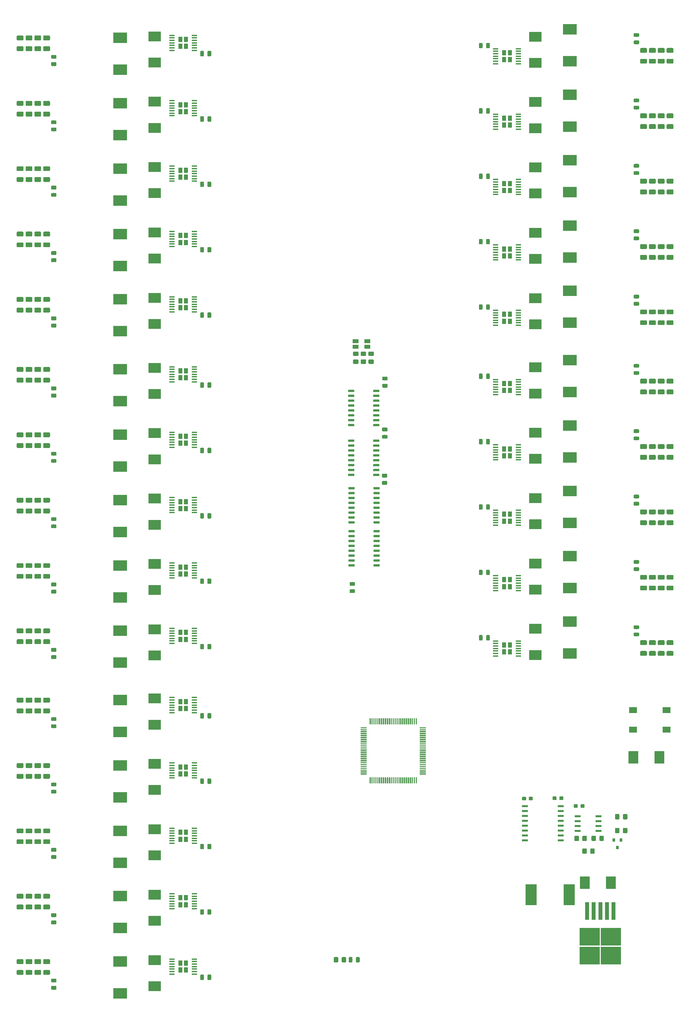
<source format=gbr>
G04 #@! TF.GenerationSoftware,KiCad,Pcbnew,(5.1.0)-1*
G04 #@! TF.CreationDate,2020-08-19T15:17:57+08:00*
G04 #@! TF.ProjectId,LED_driver,4c45445f-6472-4697-9665-722e6b696361,rev?*
G04 #@! TF.SameCoordinates,Original*
G04 #@! TF.FileFunction,Paste,Top*
G04 #@! TF.FilePolarity,Positive*
%FSLAX46Y46*%
G04 Gerber Fmt 4.6, Leading zero omitted, Abs format (unit mm)*
G04 Created by KiCad (PCBNEW (5.1.0)-1) date 2020-08-19 15:17:57*
%MOMM*%
%LPD*%
G04 APERTURE LIST*
%ADD10R,1.100000X1.400000*%
%ADD11R,1.450000X0.450000*%
%ADD12C,0.150000*%
%ADD13C,1.250000*%
%ADD14R,3.600000X2.700000*%
%ADD15C,0.975000*%
%ADD16R,3.300000X2.500000*%
%ADD17R,2.000000X1.500000*%
%ADD18C,0.300000*%
%ADD19C,0.950000*%
%ADD20C,1.150000*%
%ADD21R,2.500000X3.300000*%
%ADD22R,1.500000X1.100000*%
%ADD23R,0.800000X0.900000*%
%ADD24R,2.900000X5.400000*%
%ADD25C,0.600000*%
%ADD26R,1.550000X0.600000*%
%ADD27R,1.500000X0.600000*%
%ADD28R,1.100000X4.600000*%
%ADD29R,5.250000X4.550000*%
G04 APERTURE END LIST*
D10*
X106420000Y-241364000D03*
D11*
X110120000Y-240314000D03*
X110120000Y-240964000D03*
X110120000Y-241614000D03*
X110120000Y-242264000D03*
X110120000Y-242914000D03*
X110120000Y-243564000D03*
X110120000Y-244214000D03*
X104220000Y-244214000D03*
X104220000Y-243564000D03*
X104220000Y-242914000D03*
X104220000Y-242264000D03*
X104220000Y-241614000D03*
X104220000Y-240964000D03*
X104220000Y-240314000D03*
D10*
X107920000Y-241364000D03*
X107920000Y-243164000D03*
X106420000Y-243164000D03*
D12*
G36*
X234409504Y-160206204D02*
G01*
X234433773Y-160209804D01*
X234457571Y-160215765D01*
X234480671Y-160224030D01*
X234502849Y-160234520D01*
X234523893Y-160247133D01*
X234543598Y-160261747D01*
X234561777Y-160278223D01*
X234578253Y-160296402D01*
X234592867Y-160316107D01*
X234605480Y-160337151D01*
X234615970Y-160359329D01*
X234624235Y-160382429D01*
X234630196Y-160406227D01*
X234633796Y-160430496D01*
X234635000Y-160455000D01*
X234635000Y-161205000D01*
X234633796Y-161229504D01*
X234630196Y-161253773D01*
X234624235Y-161277571D01*
X234615970Y-161300671D01*
X234605480Y-161322849D01*
X234592867Y-161343893D01*
X234578253Y-161363598D01*
X234561777Y-161381777D01*
X234543598Y-161398253D01*
X234523893Y-161412867D01*
X234502849Y-161425480D01*
X234480671Y-161435970D01*
X234457571Y-161444235D01*
X234433773Y-161450196D01*
X234409504Y-161453796D01*
X234385000Y-161455000D01*
X233135000Y-161455000D01*
X233110496Y-161453796D01*
X233086227Y-161450196D01*
X233062429Y-161444235D01*
X233039329Y-161435970D01*
X233017151Y-161425480D01*
X232996107Y-161412867D01*
X232976402Y-161398253D01*
X232958223Y-161381777D01*
X232941747Y-161363598D01*
X232927133Y-161343893D01*
X232914520Y-161322849D01*
X232904030Y-161300671D01*
X232895765Y-161277571D01*
X232889804Y-161253773D01*
X232886204Y-161229504D01*
X232885000Y-161205000D01*
X232885000Y-160455000D01*
X232886204Y-160430496D01*
X232889804Y-160406227D01*
X232895765Y-160382429D01*
X232904030Y-160359329D01*
X232914520Y-160337151D01*
X232927133Y-160316107D01*
X232941747Y-160296402D01*
X232958223Y-160278223D01*
X232976402Y-160261747D01*
X232996107Y-160247133D01*
X233017151Y-160234520D01*
X233039329Y-160224030D01*
X233062429Y-160215765D01*
X233086227Y-160209804D01*
X233110496Y-160206204D01*
X233135000Y-160205000D01*
X234385000Y-160205000D01*
X234409504Y-160206204D01*
X234409504Y-160206204D01*
G37*
D13*
X233760000Y-160830000D03*
D12*
G36*
X234409504Y-157406204D02*
G01*
X234433773Y-157409804D01*
X234457571Y-157415765D01*
X234480671Y-157424030D01*
X234502849Y-157434520D01*
X234523893Y-157447133D01*
X234543598Y-157461747D01*
X234561777Y-157478223D01*
X234578253Y-157496402D01*
X234592867Y-157516107D01*
X234605480Y-157537151D01*
X234615970Y-157559329D01*
X234624235Y-157582429D01*
X234630196Y-157606227D01*
X234633796Y-157630496D01*
X234635000Y-157655000D01*
X234635000Y-158405000D01*
X234633796Y-158429504D01*
X234630196Y-158453773D01*
X234624235Y-158477571D01*
X234615970Y-158500671D01*
X234605480Y-158522849D01*
X234592867Y-158543893D01*
X234578253Y-158563598D01*
X234561777Y-158581777D01*
X234543598Y-158598253D01*
X234523893Y-158612867D01*
X234502849Y-158625480D01*
X234480671Y-158635970D01*
X234457571Y-158644235D01*
X234433773Y-158650196D01*
X234409504Y-158653796D01*
X234385000Y-158655000D01*
X233135000Y-158655000D01*
X233110496Y-158653796D01*
X233086227Y-158650196D01*
X233062429Y-158644235D01*
X233039329Y-158635970D01*
X233017151Y-158625480D01*
X232996107Y-158612867D01*
X232976402Y-158598253D01*
X232958223Y-158581777D01*
X232941747Y-158563598D01*
X232927133Y-158543893D01*
X232914520Y-158522849D01*
X232904030Y-158500671D01*
X232895765Y-158477571D01*
X232889804Y-158453773D01*
X232886204Y-158429504D01*
X232885000Y-158405000D01*
X232885000Y-157655000D01*
X232886204Y-157630496D01*
X232889804Y-157606227D01*
X232895765Y-157582429D01*
X232904030Y-157559329D01*
X232914520Y-157537151D01*
X232927133Y-157516107D01*
X232941747Y-157496402D01*
X232958223Y-157478223D01*
X232976402Y-157461747D01*
X232996107Y-157447133D01*
X233017151Y-157434520D01*
X233039329Y-157424030D01*
X233062429Y-157415765D01*
X233086227Y-157409804D01*
X233110496Y-157406204D01*
X233135000Y-157405000D01*
X234385000Y-157405000D01*
X234409504Y-157406204D01*
X234409504Y-157406204D01*
G37*
D13*
X233760000Y-158030000D03*
D12*
G36*
X234409504Y-177206204D02*
G01*
X234433773Y-177209804D01*
X234457571Y-177215765D01*
X234480671Y-177224030D01*
X234502849Y-177234520D01*
X234523893Y-177247133D01*
X234543598Y-177261747D01*
X234561777Y-177278223D01*
X234578253Y-177296402D01*
X234592867Y-177316107D01*
X234605480Y-177337151D01*
X234615970Y-177359329D01*
X234624235Y-177382429D01*
X234630196Y-177406227D01*
X234633796Y-177430496D01*
X234635000Y-177455000D01*
X234635000Y-178205000D01*
X234633796Y-178229504D01*
X234630196Y-178253773D01*
X234624235Y-178277571D01*
X234615970Y-178300671D01*
X234605480Y-178322849D01*
X234592867Y-178343893D01*
X234578253Y-178363598D01*
X234561777Y-178381777D01*
X234543598Y-178398253D01*
X234523893Y-178412867D01*
X234502849Y-178425480D01*
X234480671Y-178435970D01*
X234457571Y-178444235D01*
X234433773Y-178450196D01*
X234409504Y-178453796D01*
X234385000Y-178455000D01*
X233135000Y-178455000D01*
X233110496Y-178453796D01*
X233086227Y-178450196D01*
X233062429Y-178444235D01*
X233039329Y-178435970D01*
X233017151Y-178425480D01*
X232996107Y-178412867D01*
X232976402Y-178398253D01*
X232958223Y-178381777D01*
X232941747Y-178363598D01*
X232927133Y-178343893D01*
X232914520Y-178322849D01*
X232904030Y-178300671D01*
X232895765Y-178277571D01*
X232889804Y-178253773D01*
X232886204Y-178229504D01*
X232885000Y-178205000D01*
X232885000Y-177455000D01*
X232886204Y-177430496D01*
X232889804Y-177406227D01*
X232895765Y-177382429D01*
X232904030Y-177359329D01*
X232914520Y-177337151D01*
X232927133Y-177316107D01*
X232941747Y-177296402D01*
X232958223Y-177278223D01*
X232976402Y-177261747D01*
X232996107Y-177247133D01*
X233017151Y-177234520D01*
X233039329Y-177224030D01*
X233062429Y-177215765D01*
X233086227Y-177209804D01*
X233110496Y-177206204D01*
X233135000Y-177205000D01*
X234385000Y-177205000D01*
X234409504Y-177206204D01*
X234409504Y-177206204D01*
G37*
D13*
X233760000Y-177830000D03*
D12*
G36*
X234409504Y-174406204D02*
G01*
X234433773Y-174409804D01*
X234457571Y-174415765D01*
X234480671Y-174424030D01*
X234502849Y-174434520D01*
X234523893Y-174447133D01*
X234543598Y-174461747D01*
X234561777Y-174478223D01*
X234578253Y-174496402D01*
X234592867Y-174516107D01*
X234605480Y-174537151D01*
X234615970Y-174559329D01*
X234624235Y-174582429D01*
X234630196Y-174606227D01*
X234633796Y-174630496D01*
X234635000Y-174655000D01*
X234635000Y-175405000D01*
X234633796Y-175429504D01*
X234630196Y-175453773D01*
X234624235Y-175477571D01*
X234615970Y-175500671D01*
X234605480Y-175522849D01*
X234592867Y-175543893D01*
X234578253Y-175563598D01*
X234561777Y-175581777D01*
X234543598Y-175598253D01*
X234523893Y-175612867D01*
X234502849Y-175625480D01*
X234480671Y-175635970D01*
X234457571Y-175644235D01*
X234433773Y-175650196D01*
X234409504Y-175653796D01*
X234385000Y-175655000D01*
X233135000Y-175655000D01*
X233110496Y-175653796D01*
X233086227Y-175650196D01*
X233062429Y-175644235D01*
X233039329Y-175635970D01*
X233017151Y-175625480D01*
X232996107Y-175612867D01*
X232976402Y-175598253D01*
X232958223Y-175581777D01*
X232941747Y-175563598D01*
X232927133Y-175543893D01*
X232914520Y-175522849D01*
X232904030Y-175500671D01*
X232895765Y-175477571D01*
X232889804Y-175453773D01*
X232886204Y-175429504D01*
X232885000Y-175405000D01*
X232885000Y-174655000D01*
X232886204Y-174630496D01*
X232889804Y-174606227D01*
X232895765Y-174582429D01*
X232904030Y-174559329D01*
X232914520Y-174537151D01*
X232927133Y-174516107D01*
X232941747Y-174496402D01*
X232958223Y-174478223D01*
X232976402Y-174461747D01*
X232996107Y-174447133D01*
X233017151Y-174434520D01*
X233039329Y-174424030D01*
X233062429Y-174415765D01*
X233086227Y-174409804D01*
X233110496Y-174406204D01*
X233135000Y-174405000D01*
X234385000Y-174405000D01*
X234409504Y-174406204D01*
X234409504Y-174406204D01*
G37*
D13*
X233760000Y-175030000D03*
D10*
X192100000Y-177446000D03*
D11*
X188400000Y-178496000D03*
X188400000Y-177846000D03*
X188400000Y-177196000D03*
X188400000Y-176546000D03*
X188400000Y-175896000D03*
X188400000Y-175246000D03*
X188400000Y-174596000D03*
X194300000Y-174596000D03*
X194300000Y-175246000D03*
X194300000Y-175896000D03*
X194300000Y-176546000D03*
X194300000Y-177196000D03*
X194300000Y-177846000D03*
X194300000Y-178496000D03*
D10*
X190600000Y-177446000D03*
X190600000Y-175646000D03*
X192100000Y-175646000D03*
X192100000Y-194446000D03*
D11*
X188400000Y-195496000D03*
X188400000Y-194846000D03*
X188400000Y-194196000D03*
X188400000Y-193546000D03*
X188400000Y-192896000D03*
X188400000Y-192246000D03*
X188400000Y-191596000D03*
X194300000Y-191596000D03*
X194300000Y-192246000D03*
X194300000Y-192896000D03*
X194300000Y-193546000D03*
X194300000Y-194196000D03*
X194300000Y-194846000D03*
X194300000Y-195496000D03*
D10*
X190600000Y-194446000D03*
X190600000Y-192646000D03*
X192100000Y-192646000D03*
X192100000Y-160446000D03*
D11*
X188400000Y-161496000D03*
X188400000Y-160846000D03*
X188400000Y-160196000D03*
X188400000Y-159546000D03*
X188400000Y-158896000D03*
X188400000Y-158246000D03*
X188400000Y-157596000D03*
X194300000Y-157596000D03*
X194300000Y-158246000D03*
X194300000Y-158896000D03*
X194300000Y-159546000D03*
X194300000Y-160196000D03*
X194300000Y-160846000D03*
X194300000Y-161496000D03*
D10*
X190600000Y-160446000D03*
X190600000Y-158646000D03*
X192100000Y-158646000D03*
X192100000Y-211446000D03*
D11*
X188400000Y-212496000D03*
X188400000Y-211846000D03*
X188400000Y-211196000D03*
X188400000Y-210546000D03*
X188400000Y-209896000D03*
X188400000Y-209246000D03*
X188400000Y-208596000D03*
X194300000Y-208596000D03*
X194300000Y-209246000D03*
X194300000Y-209896000D03*
X194300000Y-210546000D03*
X194300000Y-211196000D03*
X194300000Y-211846000D03*
X194300000Y-212496000D03*
D10*
X190600000Y-211446000D03*
X190600000Y-209646000D03*
X192100000Y-209646000D03*
D12*
G36*
X234409504Y-194206204D02*
G01*
X234433773Y-194209804D01*
X234457571Y-194215765D01*
X234480671Y-194224030D01*
X234502849Y-194234520D01*
X234523893Y-194247133D01*
X234543598Y-194261747D01*
X234561777Y-194278223D01*
X234578253Y-194296402D01*
X234592867Y-194316107D01*
X234605480Y-194337151D01*
X234615970Y-194359329D01*
X234624235Y-194382429D01*
X234630196Y-194406227D01*
X234633796Y-194430496D01*
X234635000Y-194455000D01*
X234635000Y-195205000D01*
X234633796Y-195229504D01*
X234630196Y-195253773D01*
X234624235Y-195277571D01*
X234615970Y-195300671D01*
X234605480Y-195322849D01*
X234592867Y-195343893D01*
X234578253Y-195363598D01*
X234561777Y-195381777D01*
X234543598Y-195398253D01*
X234523893Y-195412867D01*
X234502849Y-195425480D01*
X234480671Y-195435970D01*
X234457571Y-195444235D01*
X234433773Y-195450196D01*
X234409504Y-195453796D01*
X234385000Y-195455000D01*
X233135000Y-195455000D01*
X233110496Y-195453796D01*
X233086227Y-195450196D01*
X233062429Y-195444235D01*
X233039329Y-195435970D01*
X233017151Y-195425480D01*
X232996107Y-195412867D01*
X232976402Y-195398253D01*
X232958223Y-195381777D01*
X232941747Y-195363598D01*
X232927133Y-195343893D01*
X232914520Y-195322849D01*
X232904030Y-195300671D01*
X232895765Y-195277571D01*
X232889804Y-195253773D01*
X232886204Y-195229504D01*
X232885000Y-195205000D01*
X232885000Y-194455000D01*
X232886204Y-194430496D01*
X232889804Y-194406227D01*
X232895765Y-194382429D01*
X232904030Y-194359329D01*
X232914520Y-194337151D01*
X232927133Y-194316107D01*
X232941747Y-194296402D01*
X232958223Y-194278223D01*
X232976402Y-194261747D01*
X232996107Y-194247133D01*
X233017151Y-194234520D01*
X233039329Y-194224030D01*
X233062429Y-194215765D01*
X233086227Y-194209804D01*
X233110496Y-194206204D01*
X233135000Y-194205000D01*
X234385000Y-194205000D01*
X234409504Y-194206204D01*
X234409504Y-194206204D01*
G37*
D13*
X233760000Y-194830000D03*
D12*
G36*
X234409504Y-191406204D02*
G01*
X234433773Y-191409804D01*
X234457571Y-191415765D01*
X234480671Y-191424030D01*
X234502849Y-191434520D01*
X234523893Y-191447133D01*
X234543598Y-191461747D01*
X234561777Y-191478223D01*
X234578253Y-191496402D01*
X234592867Y-191516107D01*
X234605480Y-191537151D01*
X234615970Y-191559329D01*
X234624235Y-191582429D01*
X234630196Y-191606227D01*
X234633796Y-191630496D01*
X234635000Y-191655000D01*
X234635000Y-192405000D01*
X234633796Y-192429504D01*
X234630196Y-192453773D01*
X234624235Y-192477571D01*
X234615970Y-192500671D01*
X234605480Y-192522849D01*
X234592867Y-192543893D01*
X234578253Y-192563598D01*
X234561777Y-192581777D01*
X234543598Y-192598253D01*
X234523893Y-192612867D01*
X234502849Y-192625480D01*
X234480671Y-192635970D01*
X234457571Y-192644235D01*
X234433773Y-192650196D01*
X234409504Y-192653796D01*
X234385000Y-192655000D01*
X233135000Y-192655000D01*
X233110496Y-192653796D01*
X233086227Y-192650196D01*
X233062429Y-192644235D01*
X233039329Y-192635970D01*
X233017151Y-192625480D01*
X232996107Y-192612867D01*
X232976402Y-192598253D01*
X232958223Y-192581777D01*
X232941747Y-192563598D01*
X232927133Y-192543893D01*
X232914520Y-192522849D01*
X232904030Y-192500671D01*
X232895765Y-192477571D01*
X232889804Y-192453773D01*
X232886204Y-192429504D01*
X232885000Y-192405000D01*
X232885000Y-191655000D01*
X232886204Y-191630496D01*
X232889804Y-191606227D01*
X232895765Y-191582429D01*
X232904030Y-191559329D01*
X232914520Y-191537151D01*
X232927133Y-191516107D01*
X232941747Y-191496402D01*
X232958223Y-191478223D01*
X232976402Y-191461747D01*
X232996107Y-191447133D01*
X233017151Y-191434520D01*
X233039329Y-191424030D01*
X233062429Y-191415765D01*
X233086227Y-191409804D01*
X233110496Y-191406204D01*
X233135000Y-191405000D01*
X234385000Y-191405000D01*
X234409504Y-191406204D01*
X234409504Y-191406204D01*
G37*
D13*
X233760000Y-192030000D03*
D14*
X207730000Y-169556000D03*
X207730000Y-177856000D03*
D12*
G36*
X186695142Y-207059174D02*
G01*
X186718803Y-207062684D01*
X186742007Y-207068496D01*
X186764529Y-207076554D01*
X186786153Y-207086782D01*
X186806670Y-207099079D01*
X186825883Y-207113329D01*
X186843607Y-207129393D01*
X186859671Y-207147117D01*
X186873921Y-207166330D01*
X186886218Y-207186847D01*
X186896446Y-207208471D01*
X186904504Y-207230993D01*
X186910316Y-207254197D01*
X186913826Y-207277858D01*
X186915000Y-207301750D01*
X186915000Y-208214250D01*
X186913826Y-208238142D01*
X186910316Y-208261803D01*
X186904504Y-208285007D01*
X186896446Y-208307529D01*
X186886218Y-208329153D01*
X186873921Y-208349670D01*
X186859671Y-208368883D01*
X186843607Y-208386607D01*
X186825883Y-208402671D01*
X186806670Y-208416921D01*
X186786153Y-208429218D01*
X186764529Y-208439446D01*
X186742007Y-208447504D01*
X186718803Y-208453316D01*
X186695142Y-208456826D01*
X186671250Y-208458000D01*
X186183750Y-208458000D01*
X186159858Y-208456826D01*
X186136197Y-208453316D01*
X186112993Y-208447504D01*
X186090471Y-208439446D01*
X186068847Y-208429218D01*
X186048330Y-208416921D01*
X186029117Y-208402671D01*
X186011393Y-208386607D01*
X185995329Y-208368883D01*
X185981079Y-208349670D01*
X185968782Y-208329153D01*
X185958554Y-208307529D01*
X185950496Y-208285007D01*
X185944684Y-208261803D01*
X185941174Y-208238142D01*
X185940000Y-208214250D01*
X185940000Y-207301750D01*
X185941174Y-207277858D01*
X185944684Y-207254197D01*
X185950496Y-207230993D01*
X185958554Y-207208471D01*
X185968782Y-207186847D01*
X185981079Y-207166330D01*
X185995329Y-207147117D01*
X186011393Y-207129393D01*
X186029117Y-207113329D01*
X186048330Y-207099079D01*
X186068847Y-207086782D01*
X186090471Y-207076554D01*
X186112993Y-207068496D01*
X186136197Y-207062684D01*
X186159858Y-207059174D01*
X186183750Y-207058000D01*
X186671250Y-207058000D01*
X186695142Y-207059174D01*
X186695142Y-207059174D01*
G37*
D15*
X186427500Y-207758000D03*
D12*
G36*
X184820142Y-207059174D02*
G01*
X184843803Y-207062684D01*
X184867007Y-207068496D01*
X184889529Y-207076554D01*
X184911153Y-207086782D01*
X184931670Y-207099079D01*
X184950883Y-207113329D01*
X184968607Y-207129393D01*
X184984671Y-207147117D01*
X184998921Y-207166330D01*
X185011218Y-207186847D01*
X185021446Y-207208471D01*
X185029504Y-207230993D01*
X185035316Y-207254197D01*
X185038826Y-207277858D01*
X185040000Y-207301750D01*
X185040000Y-208214250D01*
X185038826Y-208238142D01*
X185035316Y-208261803D01*
X185029504Y-208285007D01*
X185021446Y-208307529D01*
X185011218Y-208329153D01*
X184998921Y-208349670D01*
X184984671Y-208368883D01*
X184968607Y-208386607D01*
X184950883Y-208402671D01*
X184931670Y-208416921D01*
X184911153Y-208429218D01*
X184889529Y-208439446D01*
X184867007Y-208447504D01*
X184843803Y-208453316D01*
X184820142Y-208456826D01*
X184796250Y-208458000D01*
X184308750Y-208458000D01*
X184284858Y-208456826D01*
X184261197Y-208453316D01*
X184237993Y-208447504D01*
X184215471Y-208439446D01*
X184193847Y-208429218D01*
X184173330Y-208416921D01*
X184154117Y-208402671D01*
X184136393Y-208386607D01*
X184120329Y-208368883D01*
X184106079Y-208349670D01*
X184093782Y-208329153D01*
X184083554Y-208307529D01*
X184075496Y-208285007D01*
X184069684Y-208261803D01*
X184066174Y-208238142D01*
X184065000Y-208214250D01*
X184065000Y-207301750D01*
X184066174Y-207277858D01*
X184069684Y-207254197D01*
X184075496Y-207230993D01*
X184083554Y-207208471D01*
X184093782Y-207186847D01*
X184106079Y-207166330D01*
X184120329Y-207147117D01*
X184136393Y-207129393D01*
X184154117Y-207113329D01*
X184173330Y-207099079D01*
X184193847Y-207086782D01*
X184215471Y-207076554D01*
X184237993Y-207068496D01*
X184261197Y-207062684D01*
X184284858Y-207059174D01*
X184308750Y-207058000D01*
X184796250Y-207058000D01*
X184820142Y-207059174D01*
X184820142Y-207059174D01*
G37*
D15*
X184552500Y-207758000D03*
D12*
G36*
X186695142Y-173059174D02*
G01*
X186718803Y-173062684D01*
X186742007Y-173068496D01*
X186764529Y-173076554D01*
X186786153Y-173086782D01*
X186806670Y-173099079D01*
X186825883Y-173113329D01*
X186843607Y-173129393D01*
X186859671Y-173147117D01*
X186873921Y-173166330D01*
X186886218Y-173186847D01*
X186896446Y-173208471D01*
X186904504Y-173230993D01*
X186910316Y-173254197D01*
X186913826Y-173277858D01*
X186915000Y-173301750D01*
X186915000Y-174214250D01*
X186913826Y-174238142D01*
X186910316Y-174261803D01*
X186904504Y-174285007D01*
X186896446Y-174307529D01*
X186886218Y-174329153D01*
X186873921Y-174349670D01*
X186859671Y-174368883D01*
X186843607Y-174386607D01*
X186825883Y-174402671D01*
X186806670Y-174416921D01*
X186786153Y-174429218D01*
X186764529Y-174439446D01*
X186742007Y-174447504D01*
X186718803Y-174453316D01*
X186695142Y-174456826D01*
X186671250Y-174458000D01*
X186183750Y-174458000D01*
X186159858Y-174456826D01*
X186136197Y-174453316D01*
X186112993Y-174447504D01*
X186090471Y-174439446D01*
X186068847Y-174429218D01*
X186048330Y-174416921D01*
X186029117Y-174402671D01*
X186011393Y-174386607D01*
X185995329Y-174368883D01*
X185981079Y-174349670D01*
X185968782Y-174329153D01*
X185958554Y-174307529D01*
X185950496Y-174285007D01*
X185944684Y-174261803D01*
X185941174Y-174238142D01*
X185940000Y-174214250D01*
X185940000Y-173301750D01*
X185941174Y-173277858D01*
X185944684Y-173254197D01*
X185950496Y-173230993D01*
X185958554Y-173208471D01*
X185968782Y-173186847D01*
X185981079Y-173166330D01*
X185995329Y-173147117D01*
X186011393Y-173129393D01*
X186029117Y-173113329D01*
X186048330Y-173099079D01*
X186068847Y-173086782D01*
X186090471Y-173076554D01*
X186112993Y-173068496D01*
X186136197Y-173062684D01*
X186159858Y-173059174D01*
X186183750Y-173058000D01*
X186671250Y-173058000D01*
X186695142Y-173059174D01*
X186695142Y-173059174D01*
G37*
D15*
X186427500Y-173758000D03*
D12*
G36*
X184820142Y-173059174D02*
G01*
X184843803Y-173062684D01*
X184867007Y-173068496D01*
X184889529Y-173076554D01*
X184911153Y-173086782D01*
X184931670Y-173099079D01*
X184950883Y-173113329D01*
X184968607Y-173129393D01*
X184984671Y-173147117D01*
X184998921Y-173166330D01*
X185011218Y-173186847D01*
X185021446Y-173208471D01*
X185029504Y-173230993D01*
X185035316Y-173254197D01*
X185038826Y-173277858D01*
X185040000Y-173301750D01*
X185040000Y-174214250D01*
X185038826Y-174238142D01*
X185035316Y-174261803D01*
X185029504Y-174285007D01*
X185021446Y-174307529D01*
X185011218Y-174329153D01*
X184998921Y-174349670D01*
X184984671Y-174368883D01*
X184968607Y-174386607D01*
X184950883Y-174402671D01*
X184931670Y-174416921D01*
X184911153Y-174429218D01*
X184889529Y-174439446D01*
X184867007Y-174447504D01*
X184843803Y-174453316D01*
X184820142Y-174456826D01*
X184796250Y-174458000D01*
X184308750Y-174458000D01*
X184284858Y-174456826D01*
X184261197Y-174453316D01*
X184237993Y-174447504D01*
X184215471Y-174439446D01*
X184193847Y-174429218D01*
X184173330Y-174416921D01*
X184154117Y-174402671D01*
X184136393Y-174386607D01*
X184120329Y-174368883D01*
X184106079Y-174349670D01*
X184093782Y-174329153D01*
X184083554Y-174307529D01*
X184075496Y-174285007D01*
X184069684Y-174261803D01*
X184066174Y-174238142D01*
X184065000Y-174214250D01*
X184065000Y-173301750D01*
X184066174Y-173277858D01*
X184069684Y-173254197D01*
X184075496Y-173230993D01*
X184083554Y-173208471D01*
X184093782Y-173186847D01*
X184106079Y-173166330D01*
X184120329Y-173147117D01*
X184136393Y-173129393D01*
X184154117Y-173113329D01*
X184173330Y-173099079D01*
X184193847Y-173086782D01*
X184215471Y-173076554D01*
X184237993Y-173068496D01*
X184261197Y-173062684D01*
X184284858Y-173059174D01*
X184308750Y-173058000D01*
X184796250Y-173058000D01*
X184820142Y-173059174D01*
X184820142Y-173059174D01*
G37*
D15*
X184552500Y-173758000D03*
D14*
X207730000Y-203556000D03*
X207730000Y-211856000D03*
X207730000Y-152556000D03*
X207730000Y-160856000D03*
D12*
G36*
X227509504Y-225406204D02*
G01*
X227533773Y-225409804D01*
X227557571Y-225415765D01*
X227580671Y-225424030D01*
X227602849Y-225434520D01*
X227623893Y-225447133D01*
X227643598Y-225461747D01*
X227661777Y-225478223D01*
X227678253Y-225496402D01*
X227692867Y-225516107D01*
X227705480Y-225537151D01*
X227715970Y-225559329D01*
X227724235Y-225582429D01*
X227730196Y-225606227D01*
X227733796Y-225630496D01*
X227735000Y-225655000D01*
X227735000Y-226405000D01*
X227733796Y-226429504D01*
X227730196Y-226453773D01*
X227724235Y-226477571D01*
X227715970Y-226500671D01*
X227705480Y-226522849D01*
X227692867Y-226543893D01*
X227678253Y-226563598D01*
X227661777Y-226581777D01*
X227643598Y-226598253D01*
X227623893Y-226612867D01*
X227602849Y-226625480D01*
X227580671Y-226635970D01*
X227557571Y-226644235D01*
X227533773Y-226650196D01*
X227509504Y-226653796D01*
X227485000Y-226655000D01*
X226235000Y-226655000D01*
X226210496Y-226653796D01*
X226186227Y-226650196D01*
X226162429Y-226644235D01*
X226139329Y-226635970D01*
X226117151Y-226625480D01*
X226096107Y-226612867D01*
X226076402Y-226598253D01*
X226058223Y-226581777D01*
X226041747Y-226563598D01*
X226027133Y-226543893D01*
X226014520Y-226522849D01*
X226004030Y-226500671D01*
X225995765Y-226477571D01*
X225989804Y-226453773D01*
X225986204Y-226429504D01*
X225985000Y-226405000D01*
X225985000Y-225655000D01*
X225986204Y-225630496D01*
X225989804Y-225606227D01*
X225995765Y-225582429D01*
X226004030Y-225559329D01*
X226014520Y-225537151D01*
X226027133Y-225516107D01*
X226041747Y-225496402D01*
X226058223Y-225478223D01*
X226076402Y-225461747D01*
X226096107Y-225447133D01*
X226117151Y-225434520D01*
X226139329Y-225424030D01*
X226162429Y-225415765D01*
X226186227Y-225409804D01*
X226210496Y-225406204D01*
X226235000Y-225405000D01*
X227485000Y-225405000D01*
X227509504Y-225406204D01*
X227509504Y-225406204D01*
G37*
D13*
X226860000Y-226030000D03*
D12*
G36*
X227509504Y-228206204D02*
G01*
X227533773Y-228209804D01*
X227557571Y-228215765D01*
X227580671Y-228224030D01*
X227602849Y-228234520D01*
X227623893Y-228247133D01*
X227643598Y-228261747D01*
X227661777Y-228278223D01*
X227678253Y-228296402D01*
X227692867Y-228316107D01*
X227705480Y-228337151D01*
X227715970Y-228359329D01*
X227724235Y-228382429D01*
X227730196Y-228406227D01*
X227733796Y-228430496D01*
X227735000Y-228455000D01*
X227735000Y-229205000D01*
X227733796Y-229229504D01*
X227730196Y-229253773D01*
X227724235Y-229277571D01*
X227715970Y-229300671D01*
X227705480Y-229322849D01*
X227692867Y-229343893D01*
X227678253Y-229363598D01*
X227661777Y-229381777D01*
X227643598Y-229398253D01*
X227623893Y-229412867D01*
X227602849Y-229425480D01*
X227580671Y-229435970D01*
X227557571Y-229444235D01*
X227533773Y-229450196D01*
X227509504Y-229453796D01*
X227485000Y-229455000D01*
X226235000Y-229455000D01*
X226210496Y-229453796D01*
X226186227Y-229450196D01*
X226162429Y-229444235D01*
X226139329Y-229435970D01*
X226117151Y-229425480D01*
X226096107Y-229412867D01*
X226076402Y-229398253D01*
X226058223Y-229381777D01*
X226041747Y-229363598D01*
X226027133Y-229343893D01*
X226014520Y-229322849D01*
X226004030Y-229300671D01*
X225995765Y-229277571D01*
X225989804Y-229253773D01*
X225986204Y-229229504D01*
X225985000Y-229205000D01*
X225985000Y-228455000D01*
X225986204Y-228430496D01*
X225989804Y-228406227D01*
X225995765Y-228382429D01*
X226004030Y-228359329D01*
X226014520Y-228337151D01*
X226027133Y-228316107D01*
X226041747Y-228296402D01*
X226058223Y-228278223D01*
X226076402Y-228261747D01*
X226096107Y-228247133D01*
X226117151Y-228234520D01*
X226139329Y-228224030D01*
X226162429Y-228215765D01*
X226186227Y-228209804D01*
X226210496Y-228206204D01*
X226235000Y-228205000D01*
X227485000Y-228205000D01*
X227509504Y-228206204D01*
X227509504Y-228206204D01*
G37*
D13*
X226860000Y-228830000D03*
D12*
G36*
X232109504Y-228206204D02*
G01*
X232133773Y-228209804D01*
X232157571Y-228215765D01*
X232180671Y-228224030D01*
X232202849Y-228234520D01*
X232223893Y-228247133D01*
X232243598Y-228261747D01*
X232261777Y-228278223D01*
X232278253Y-228296402D01*
X232292867Y-228316107D01*
X232305480Y-228337151D01*
X232315970Y-228359329D01*
X232324235Y-228382429D01*
X232330196Y-228406227D01*
X232333796Y-228430496D01*
X232335000Y-228455000D01*
X232335000Y-229205000D01*
X232333796Y-229229504D01*
X232330196Y-229253773D01*
X232324235Y-229277571D01*
X232315970Y-229300671D01*
X232305480Y-229322849D01*
X232292867Y-229343893D01*
X232278253Y-229363598D01*
X232261777Y-229381777D01*
X232243598Y-229398253D01*
X232223893Y-229412867D01*
X232202849Y-229425480D01*
X232180671Y-229435970D01*
X232157571Y-229444235D01*
X232133773Y-229450196D01*
X232109504Y-229453796D01*
X232085000Y-229455000D01*
X230835000Y-229455000D01*
X230810496Y-229453796D01*
X230786227Y-229450196D01*
X230762429Y-229444235D01*
X230739329Y-229435970D01*
X230717151Y-229425480D01*
X230696107Y-229412867D01*
X230676402Y-229398253D01*
X230658223Y-229381777D01*
X230641747Y-229363598D01*
X230627133Y-229343893D01*
X230614520Y-229322849D01*
X230604030Y-229300671D01*
X230595765Y-229277571D01*
X230589804Y-229253773D01*
X230586204Y-229229504D01*
X230585000Y-229205000D01*
X230585000Y-228455000D01*
X230586204Y-228430496D01*
X230589804Y-228406227D01*
X230595765Y-228382429D01*
X230604030Y-228359329D01*
X230614520Y-228337151D01*
X230627133Y-228316107D01*
X230641747Y-228296402D01*
X230658223Y-228278223D01*
X230676402Y-228261747D01*
X230696107Y-228247133D01*
X230717151Y-228234520D01*
X230739329Y-228224030D01*
X230762429Y-228215765D01*
X230786227Y-228209804D01*
X230810496Y-228206204D01*
X230835000Y-228205000D01*
X232085000Y-228205000D01*
X232109504Y-228206204D01*
X232109504Y-228206204D01*
G37*
D13*
X231460000Y-228830000D03*
D12*
G36*
X232109504Y-225406204D02*
G01*
X232133773Y-225409804D01*
X232157571Y-225415765D01*
X232180671Y-225424030D01*
X232202849Y-225434520D01*
X232223893Y-225447133D01*
X232243598Y-225461747D01*
X232261777Y-225478223D01*
X232278253Y-225496402D01*
X232292867Y-225516107D01*
X232305480Y-225537151D01*
X232315970Y-225559329D01*
X232324235Y-225582429D01*
X232330196Y-225606227D01*
X232333796Y-225630496D01*
X232335000Y-225655000D01*
X232335000Y-226405000D01*
X232333796Y-226429504D01*
X232330196Y-226453773D01*
X232324235Y-226477571D01*
X232315970Y-226500671D01*
X232305480Y-226522849D01*
X232292867Y-226543893D01*
X232278253Y-226563598D01*
X232261777Y-226581777D01*
X232243598Y-226598253D01*
X232223893Y-226612867D01*
X232202849Y-226625480D01*
X232180671Y-226635970D01*
X232157571Y-226644235D01*
X232133773Y-226650196D01*
X232109504Y-226653796D01*
X232085000Y-226655000D01*
X230835000Y-226655000D01*
X230810496Y-226653796D01*
X230786227Y-226650196D01*
X230762429Y-226644235D01*
X230739329Y-226635970D01*
X230717151Y-226625480D01*
X230696107Y-226612867D01*
X230676402Y-226598253D01*
X230658223Y-226581777D01*
X230641747Y-226563598D01*
X230627133Y-226543893D01*
X230614520Y-226522849D01*
X230604030Y-226500671D01*
X230595765Y-226477571D01*
X230589804Y-226453773D01*
X230586204Y-226429504D01*
X230585000Y-226405000D01*
X230585000Y-225655000D01*
X230586204Y-225630496D01*
X230589804Y-225606227D01*
X230595765Y-225582429D01*
X230604030Y-225559329D01*
X230614520Y-225537151D01*
X230627133Y-225516107D01*
X230641747Y-225496402D01*
X230658223Y-225478223D01*
X230676402Y-225461747D01*
X230696107Y-225447133D01*
X230717151Y-225434520D01*
X230739329Y-225424030D01*
X230762429Y-225415765D01*
X230786227Y-225409804D01*
X230810496Y-225406204D01*
X230835000Y-225405000D01*
X232085000Y-225405000D01*
X232109504Y-225406204D01*
X232109504Y-225406204D01*
G37*
D13*
X231460000Y-226030000D03*
D12*
G36*
X234409504Y-225406204D02*
G01*
X234433773Y-225409804D01*
X234457571Y-225415765D01*
X234480671Y-225424030D01*
X234502849Y-225434520D01*
X234523893Y-225447133D01*
X234543598Y-225461747D01*
X234561777Y-225478223D01*
X234578253Y-225496402D01*
X234592867Y-225516107D01*
X234605480Y-225537151D01*
X234615970Y-225559329D01*
X234624235Y-225582429D01*
X234630196Y-225606227D01*
X234633796Y-225630496D01*
X234635000Y-225655000D01*
X234635000Y-226405000D01*
X234633796Y-226429504D01*
X234630196Y-226453773D01*
X234624235Y-226477571D01*
X234615970Y-226500671D01*
X234605480Y-226522849D01*
X234592867Y-226543893D01*
X234578253Y-226563598D01*
X234561777Y-226581777D01*
X234543598Y-226598253D01*
X234523893Y-226612867D01*
X234502849Y-226625480D01*
X234480671Y-226635970D01*
X234457571Y-226644235D01*
X234433773Y-226650196D01*
X234409504Y-226653796D01*
X234385000Y-226655000D01*
X233135000Y-226655000D01*
X233110496Y-226653796D01*
X233086227Y-226650196D01*
X233062429Y-226644235D01*
X233039329Y-226635970D01*
X233017151Y-226625480D01*
X232996107Y-226612867D01*
X232976402Y-226598253D01*
X232958223Y-226581777D01*
X232941747Y-226563598D01*
X232927133Y-226543893D01*
X232914520Y-226522849D01*
X232904030Y-226500671D01*
X232895765Y-226477571D01*
X232889804Y-226453773D01*
X232886204Y-226429504D01*
X232885000Y-226405000D01*
X232885000Y-225655000D01*
X232886204Y-225630496D01*
X232889804Y-225606227D01*
X232895765Y-225582429D01*
X232904030Y-225559329D01*
X232914520Y-225537151D01*
X232927133Y-225516107D01*
X232941747Y-225496402D01*
X232958223Y-225478223D01*
X232976402Y-225461747D01*
X232996107Y-225447133D01*
X233017151Y-225434520D01*
X233039329Y-225424030D01*
X233062429Y-225415765D01*
X233086227Y-225409804D01*
X233110496Y-225406204D01*
X233135000Y-225405000D01*
X234385000Y-225405000D01*
X234409504Y-225406204D01*
X234409504Y-225406204D01*
G37*
D13*
X233760000Y-226030000D03*
D12*
G36*
X234409504Y-228206204D02*
G01*
X234433773Y-228209804D01*
X234457571Y-228215765D01*
X234480671Y-228224030D01*
X234502849Y-228234520D01*
X234523893Y-228247133D01*
X234543598Y-228261747D01*
X234561777Y-228278223D01*
X234578253Y-228296402D01*
X234592867Y-228316107D01*
X234605480Y-228337151D01*
X234615970Y-228359329D01*
X234624235Y-228382429D01*
X234630196Y-228406227D01*
X234633796Y-228430496D01*
X234635000Y-228455000D01*
X234635000Y-229205000D01*
X234633796Y-229229504D01*
X234630196Y-229253773D01*
X234624235Y-229277571D01*
X234615970Y-229300671D01*
X234605480Y-229322849D01*
X234592867Y-229343893D01*
X234578253Y-229363598D01*
X234561777Y-229381777D01*
X234543598Y-229398253D01*
X234523893Y-229412867D01*
X234502849Y-229425480D01*
X234480671Y-229435970D01*
X234457571Y-229444235D01*
X234433773Y-229450196D01*
X234409504Y-229453796D01*
X234385000Y-229455000D01*
X233135000Y-229455000D01*
X233110496Y-229453796D01*
X233086227Y-229450196D01*
X233062429Y-229444235D01*
X233039329Y-229435970D01*
X233017151Y-229425480D01*
X232996107Y-229412867D01*
X232976402Y-229398253D01*
X232958223Y-229381777D01*
X232941747Y-229363598D01*
X232927133Y-229343893D01*
X232914520Y-229322849D01*
X232904030Y-229300671D01*
X232895765Y-229277571D01*
X232889804Y-229253773D01*
X232886204Y-229229504D01*
X232885000Y-229205000D01*
X232885000Y-228455000D01*
X232886204Y-228430496D01*
X232889804Y-228406227D01*
X232895765Y-228382429D01*
X232904030Y-228359329D01*
X232914520Y-228337151D01*
X232927133Y-228316107D01*
X232941747Y-228296402D01*
X232958223Y-228278223D01*
X232976402Y-228261747D01*
X232996107Y-228247133D01*
X233017151Y-228234520D01*
X233039329Y-228224030D01*
X233062429Y-228215765D01*
X233086227Y-228209804D01*
X233110496Y-228206204D01*
X233135000Y-228205000D01*
X234385000Y-228205000D01*
X234409504Y-228206204D01*
X234409504Y-228206204D01*
G37*
D13*
X233760000Y-228830000D03*
D12*
G36*
X229809504Y-225406204D02*
G01*
X229833773Y-225409804D01*
X229857571Y-225415765D01*
X229880671Y-225424030D01*
X229902849Y-225434520D01*
X229923893Y-225447133D01*
X229943598Y-225461747D01*
X229961777Y-225478223D01*
X229978253Y-225496402D01*
X229992867Y-225516107D01*
X230005480Y-225537151D01*
X230015970Y-225559329D01*
X230024235Y-225582429D01*
X230030196Y-225606227D01*
X230033796Y-225630496D01*
X230035000Y-225655000D01*
X230035000Y-226405000D01*
X230033796Y-226429504D01*
X230030196Y-226453773D01*
X230024235Y-226477571D01*
X230015970Y-226500671D01*
X230005480Y-226522849D01*
X229992867Y-226543893D01*
X229978253Y-226563598D01*
X229961777Y-226581777D01*
X229943598Y-226598253D01*
X229923893Y-226612867D01*
X229902849Y-226625480D01*
X229880671Y-226635970D01*
X229857571Y-226644235D01*
X229833773Y-226650196D01*
X229809504Y-226653796D01*
X229785000Y-226655000D01*
X228535000Y-226655000D01*
X228510496Y-226653796D01*
X228486227Y-226650196D01*
X228462429Y-226644235D01*
X228439329Y-226635970D01*
X228417151Y-226625480D01*
X228396107Y-226612867D01*
X228376402Y-226598253D01*
X228358223Y-226581777D01*
X228341747Y-226563598D01*
X228327133Y-226543893D01*
X228314520Y-226522849D01*
X228304030Y-226500671D01*
X228295765Y-226477571D01*
X228289804Y-226453773D01*
X228286204Y-226429504D01*
X228285000Y-226405000D01*
X228285000Y-225655000D01*
X228286204Y-225630496D01*
X228289804Y-225606227D01*
X228295765Y-225582429D01*
X228304030Y-225559329D01*
X228314520Y-225537151D01*
X228327133Y-225516107D01*
X228341747Y-225496402D01*
X228358223Y-225478223D01*
X228376402Y-225461747D01*
X228396107Y-225447133D01*
X228417151Y-225434520D01*
X228439329Y-225424030D01*
X228462429Y-225415765D01*
X228486227Y-225409804D01*
X228510496Y-225406204D01*
X228535000Y-225405000D01*
X229785000Y-225405000D01*
X229809504Y-225406204D01*
X229809504Y-225406204D01*
G37*
D13*
X229160000Y-226030000D03*
D12*
G36*
X229809504Y-228206204D02*
G01*
X229833773Y-228209804D01*
X229857571Y-228215765D01*
X229880671Y-228224030D01*
X229902849Y-228234520D01*
X229923893Y-228247133D01*
X229943598Y-228261747D01*
X229961777Y-228278223D01*
X229978253Y-228296402D01*
X229992867Y-228316107D01*
X230005480Y-228337151D01*
X230015970Y-228359329D01*
X230024235Y-228382429D01*
X230030196Y-228406227D01*
X230033796Y-228430496D01*
X230035000Y-228455000D01*
X230035000Y-229205000D01*
X230033796Y-229229504D01*
X230030196Y-229253773D01*
X230024235Y-229277571D01*
X230015970Y-229300671D01*
X230005480Y-229322849D01*
X229992867Y-229343893D01*
X229978253Y-229363598D01*
X229961777Y-229381777D01*
X229943598Y-229398253D01*
X229923893Y-229412867D01*
X229902849Y-229425480D01*
X229880671Y-229435970D01*
X229857571Y-229444235D01*
X229833773Y-229450196D01*
X229809504Y-229453796D01*
X229785000Y-229455000D01*
X228535000Y-229455000D01*
X228510496Y-229453796D01*
X228486227Y-229450196D01*
X228462429Y-229444235D01*
X228439329Y-229435970D01*
X228417151Y-229425480D01*
X228396107Y-229412867D01*
X228376402Y-229398253D01*
X228358223Y-229381777D01*
X228341747Y-229363598D01*
X228327133Y-229343893D01*
X228314520Y-229322849D01*
X228304030Y-229300671D01*
X228295765Y-229277571D01*
X228289804Y-229253773D01*
X228286204Y-229229504D01*
X228285000Y-229205000D01*
X228285000Y-228455000D01*
X228286204Y-228430496D01*
X228289804Y-228406227D01*
X228295765Y-228382429D01*
X228304030Y-228359329D01*
X228314520Y-228337151D01*
X228327133Y-228316107D01*
X228341747Y-228296402D01*
X228358223Y-228278223D01*
X228376402Y-228261747D01*
X228396107Y-228247133D01*
X228417151Y-228234520D01*
X228439329Y-228224030D01*
X228462429Y-228215765D01*
X228486227Y-228209804D01*
X228510496Y-228206204D01*
X228535000Y-228205000D01*
X229785000Y-228205000D01*
X229809504Y-228206204D01*
X229809504Y-228206204D01*
G37*
D13*
X229160000Y-228830000D03*
D14*
X207730000Y-228856000D03*
X207730000Y-220556000D03*
D10*
X192100000Y-226646000D03*
X190600000Y-226646000D03*
X190600000Y-228446000D03*
D11*
X194300000Y-229496000D03*
X194300000Y-228846000D03*
X194300000Y-228196000D03*
X194300000Y-227546000D03*
X194300000Y-226896000D03*
X194300000Y-226246000D03*
X194300000Y-225596000D03*
X188400000Y-225596000D03*
X188400000Y-226246000D03*
X188400000Y-226896000D03*
X188400000Y-227546000D03*
X188400000Y-228196000D03*
X188400000Y-228846000D03*
X188400000Y-229496000D03*
D10*
X192100000Y-228446000D03*
D12*
G36*
X184820142Y-224059174D02*
G01*
X184843803Y-224062684D01*
X184867007Y-224068496D01*
X184889529Y-224076554D01*
X184911153Y-224086782D01*
X184931670Y-224099079D01*
X184950883Y-224113329D01*
X184968607Y-224129393D01*
X184984671Y-224147117D01*
X184998921Y-224166330D01*
X185011218Y-224186847D01*
X185021446Y-224208471D01*
X185029504Y-224230993D01*
X185035316Y-224254197D01*
X185038826Y-224277858D01*
X185040000Y-224301750D01*
X185040000Y-225214250D01*
X185038826Y-225238142D01*
X185035316Y-225261803D01*
X185029504Y-225285007D01*
X185021446Y-225307529D01*
X185011218Y-225329153D01*
X184998921Y-225349670D01*
X184984671Y-225368883D01*
X184968607Y-225386607D01*
X184950883Y-225402671D01*
X184931670Y-225416921D01*
X184911153Y-225429218D01*
X184889529Y-225439446D01*
X184867007Y-225447504D01*
X184843803Y-225453316D01*
X184820142Y-225456826D01*
X184796250Y-225458000D01*
X184308750Y-225458000D01*
X184284858Y-225456826D01*
X184261197Y-225453316D01*
X184237993Y-225447504D01*
X184215471Y-225439446D01*
X184193847Y-225429218D01*
X184173330Y-225416921D01*
X184154117Y-225402671D01*
X184136393Y-225386607D01*
X184120329Y-225368883D01*
X184106079Y-225349670D01*
X184093782Y-225329153D01*
X184083554Y-225307529D01*
X184075496Y-225285007D01*
X184069684Y-225261803D01*
X184066174Y-225238142D01*
X184065000Y-225214250D01*
X184065000Y-224301750D01*
X184066174Y-224277858D01*
X184069684Y-224254197D01*
X184075496Y-224230993D01*
X184083554Y-224208471D01*
X184093782Y-224186847D01*
X184106079Y-224166330D01*
X184120329Y-224147117D01*
X184136393Y-224129393D01*
X184154117Y-224113329D01*
X184173330Y-224099079D01*
X184193847Y-224086782D01*
X184215471Y-224076554D01*
X184237993Y-224068496D01*
X184261197Y-224062684D01*
X184284858Y-224059174D01*
X184308750Y-224058000D01*
X184796250Y-224058000D01*
X184820142Y-224059174D01*
X184820142Y-224059174D01*
G37*
D15*
X184552500Y-224758000D03*
D12*
G36*
X186695142Y-224059174D02*
G01*
X186718803Y-224062684D01*
X186742007Y-224068496D01*
X186764529Y-224076554D01*
X186786153Y-224086782D01*
X186806670Y-224099079D01*
X186825883Y-224113329D01*
X186843607Y-224129393D01*
X186859671Y-224147117D01*
X186873921Y-224166330D01*
X186886218Y-224186847D01*
X186896446Y-224208471D01*
X186904504Y-224230993D01*
X186910316Y-224254197D01*
X186913826Y-224277858D01*
X186915000Y-224301750D01*
X186915000Y-225214250D01*
X186913826Y-225238142D01*
X186910316Y-225261803D01*
X186904504Y-225285007D01*
X186896446Y-225307529D01*
X186886218Y-225329153D01*
X186873921Y-225349670D01*
X186859671Y-225368883D01*
X186843607Y-225386607D01*
X186825883Y-225402671D01*
X186806670Y-225416921D01*
X186786153Y-225429218D01*
X186764529Y-225439446D01*
X186742007Y-225447504D01*
X186718803Y-225453316D01*
X186695142Y-225456826D01*
X186671250Y-225458000D01*
X186183750Y-225458000D01*
X186159858Y-225456826D01*
X186136197Y-225453316D01*
X186112993Y-225447504D01*
X186090471Y-225439446D01*
X186068847Y-225429218D01*
X186048330Y-225416921D01*
X186029117Y-225402671D01*
X186011393Y-225386607D01*
X185995329Y-225368883D01*
X185981079Y-225349670D01*
X185968782Y-225329153D01*
X185958554Y-225307529D01*
X185950496Y-225285007D01*
X185944684Y-225261803D01*
X185941174Y-225238142D01*
X185940000Y-225214250D01*
X185940000Y-224301750D01*
X185941174Y-224277858D01*
X185944684Y-224254197D01*
X185950496Y-224230993D01*
X185958554Y-224208471D01*
X185968782Y-224186847D01*
X185981079Y-224166330D01*
X185995329Y-224147117D01*
X186011393Y-224129393D01*
X186029117Y-224113329D01*
X186048330Y-224099079D01*
X186068847Y-224086782D01*
X186090471Y-224076554D01*
X186112993Y-224068496D01*
X186136197Y-224062684D01*
X186159858Y-224059174D01*
X186183750Y-224058000D01*
X186671250Y-224058000D01*
X186695142Y-224059174D01*
X186695142Y-224059174D01*
G37*
D15*
X186427500Y-224758000D03*
D12*
G36*
X225480142Y-221546174D02*
G01*
X225503803Y-221549684D01*
X225527007Y-221555496D01*
X225549529Y-221563554D01*
X225571153Y-221573782D01*
X225591670Y-221586079D01*
X225610883Y-221600329D01*
X225628607Y-221616393D01*
X225644671Y-221634117D01*
X225658921Y-221653330D01*
X225671218Y-221673847D01*
X225681446Y-221695471D01*
X225689504Y-221717993D01*
X225695316Y-221741197D01*
X225698826Y-221764858D01*
X225700000Y-221788750D01*
X225700000Y-222276250D01*
X225698826Y-222300142D01*
X225695316Y-222323803D01*
X225689504Y-222347007D01*
X225681446Y-222369529D01*
X225671218Y-222391153D01*
X225658921Y-222411670D01*
X225644671Y-222430883D01*
X225628607Y-222448607D01*
X225610883Y-222464671D01*
X225591670Y-222478921D01*
X225571153Y-222491218D01*
X225549529Y-222501446D01*
X225527007Y-222509504D01*
X225503803Y-222515316D01*
X225480142Y-222518826D01*
X225456250Y-222520000D01*
X224543750Y-222520000D01*
X224519858Y-222518826D01*
X224496197Y-222515316D01*
X224472993Y-222509504D01*
X224450471Y-222501446D01*
X224428847Y-222491218D01*
X224408330Y-222478921D01*
X224389117Y-222464671D01*
X224371393Y-222448607D01*
X224355329Y-222430883D01*
X224341079Y-222411670D01*
X224328782Y-222391153D01*
X224318554Y-222369529D01*
X224310496Y-222347007D01*
X224304684Y-222323803D01*
X224301174Y-222300142D01*
X224300000Y-222276250D01*
X224300000Y-221788750D01*
X224301174Y-221764858D01*
X224304684Y-221741197D01*
X224310496Y-221717993D01*
X224318554Y-221695471D01*
X224328782Y-221673847D01*
X224341079Y-221653330D01*
X224355329Y-221634117D01*
X224371393Y-221616393D01*
X224389117Y-221600329D01*
X224408330Y-221586079D01*
X224428847Y-221573782D01*
X224450471Y-221563554D01*
X224472993Y-221555496D01*
X224496197Y-221549684D01*
X224519858Y-221546174D01*
X224543750Y-221545000D01*
X225456250Y-221545000D01*
X225480142Y-221546174D01*
X225480142Y-221546174D01*
G37*
D15*
X225000000Y-222032500D03*
D12*
G36*
X225480142Y-223421174D02*
G01*
X225503803Y-223424684D01*
X225527007Y-223430496D01*
X225549529Y-223438554D01*
X225571153Y-223448782D01*
X225591670Y-223461079D01*
X225610883Y-223475329D01*
X225628607Y-223491393D01*
X225644671Y-223509117D01*
X225658921Y-223528330D01*
X225671218Y-223548847D01*
X225681446Y-223570471D01*
X225689504Y-223592993D01*
X225695316Y-223616197D01*
X225698826Y-223639858D01*
X225700000Y-223663750D01*
X225700000Y-224151250D01*
X225698826Y-224175142D01*
X225695316Y-224198803D01*
X225689504Y-224222007D01*
X225681446Y-224244529D01*
X225671218Y-224266153D01*
X225658921Y-224286670D01*
X225644671Y-224305883D01*
X225628607Y-224323607D01*
X225610883Y-224339671D01*
X225591670Y-224353921D01*
X225571153Y-224366218D01*
X225549529Y-224376446D01*
X225527007Y-224384504D01*
X225503803Y-224390316D01*
X225480142Y-224393826D01*
X225456250Y-224395000D01*
X224543750Y-224395000D01*
X224519858Y-224393826D01*
X224496197Y-224390316D01*
X224472993Y-224384504D01*
X224450471Y-224376446D01*
X224428847Y-224366218D01*
X224408330Y-224353921D01*
X224389117Y-224339671D01*
X224371393Y-224323607D01*
X224355329Y-224305883D01*
X224341079Y-224286670D01*
X224328782Y-224266153D01*
X224318554Y-224244529D01*
X224310496Y-224222007D01*
X224304684Y-224198803D01*
X224301174Y-224175142D01*
X224300000Y-224151250D01*
X224300000Y-223663750D01*
X224301174Y-223639858D01*
X224304684Y-223616197D01*
X224310496Y-223592993D01*
X224318554Y-223570471D01*
X224328782Y-223548847D01*
X224341079Y-223528330D01*
X224355329Y-223509117D01*
X224371393Y-223491393D01*
X224389117Y-223475329D01*
X224408330Y-223461079D01*
X224428847Y-223448782D01*
X224450471Y-223438554D01*
X224472993Y-223430496D01*
X224496197Y-223424684D01*
X224519858Y-223421174D01*
X224543750Y-223420000D01*
X225456250Y-223420000D01*
X225480142Y-223421174D01*
X225480142Y-223421174D01*
G37*
D15*
X225000000Y-223907500D03*
D14*
X207730000Y-186556000D03*
X207730000Y-194856000D03*
D16*
X198770000Y-229250000D03*
X198770000Y-222450000D03*
D12*
G36*
X234409504Y-108206204D02*
G01*
X234433773Y-108209804D01*
X234457571Y-108215765D01*
X234480671Y-108224030D01*
X234502849Y-108234520D01*
X234523893Y-108247133D01*
X234543598Y-108261747D01*
X234561777Y-108278223D01*
X234578253Y-108296402D01*
X234592867Y-108316107D01*
X234605480Y-108337151D01*
X234615970Y-108359329D01*
X234624235Y-108382429D01*
X234630196Y-108406227D01*
X234633796Y-108430496D01*
X234635000Y-108455000D01*
X234635000Y-109205000D01*
X234633796Y-109229504D01*
X234630196Y-109253773D01*
X234624235Y-109277571D01*
X234615970Y-109300671D01*
X234605480Y-109322849D01*
X234592867Y-109343893D01*
X234578253Y-109363598D01*
X234561777Y-109381777D01*
X234543598Y-109398253D01*
X234523893Y-109412867D01*
X234502849Y-109425480D01*
X234480671Y-109435970D01*
X234457571Y-109444235D01*
X234433773Y-109450196D01*
X234409504Y-109453796D01*
X234385000Y-109455000D01*
X233135000Y-109455000D01*
X233110496Y-109453796D01*
X233086227Y-109450196D01*
X233062429Y-109444235D01*
X233039329Y-109435970D01*
X233017151Y-109425480D01*
X232996107Y-109412867D01*
X232976402Y-109398253D01*
X232958223Y-109381777D01*
X232941747Y-109363598D01*
X232927133Y-109343893D01*
X232914520Y-109322849D01*
X232904030Y-109300671D01*
X232895765Y-109277571D01*
X232889804Y-109253773D01*
X232886204Y-109229504D01*
X232885000Y-109205000D01*
X232885000Y-108455000D01*
X232886204Y-108430496D01*
X232889804Y-108406227D01*
X232895765Y-108382429D01*
X232904030Y-108359329D01*
X232914520Y-108337151D01*
X232927133Y-108316107D01*
X232941747Y-108296402D01*
X232958223Y-108278223D01*
X232976402Y-108261747D01*
X232996107Y-108247133D01*
X233017151Y-108234520D01*
X233039329Y-108224030D01*
X233062429Y-108215765D01*
X233086227Y-108209804D01*
X233110496Y-108206204D01*
X233135000Y-108205000D01*
X234385000Y-108205000D01*
X234409504Y-108206204D01*
X234409504Y-108206204D01*
G37*
D13*
X233760000Y-108830000D03*
D12*
G36*
X234409504Y-105406204D02*
G01*
X234433773Y-105409804D01*
X234457571Y-105415765D01*
X234480671Y-105424030D01*
X234502849Y-105434520D01*
X234523893Y-105447133D01*
X234543598Y-105461747D01*
X234561777Y-105478223D01*
X234578253Y-105496402D01*
X234592867Y-105516107D01*
X234605480Y-105537151D01*
X234615970Y-105559329D01*
X234624235Y-105582429D01*
X234630196Y-105606227D01*
X234633796Y-105630496D01*
X234635000Y-105655000D01*
X234635000Y-106405000D01*
X234633796Y-106429504D01*
X234630196Y-106453773D01*
X234624235Y-106477571D01*
X234615970Y-106500671D01*
X234605480Y-106522849D01*
X234592867Y-106543893D01*
X234578253Y-106563598D01*
X234561777Y-106581777D01*
X234543598Y-106598253D01*
X234523893Y-106612867D01*
X234502849Y-106625480D01*
X234480671Y-106635970D01*
X234457571Y-106644235D01*
X234433773Y-106650196D01*
X234409504Y-106653796D01*
X234385000Y-106655000D01*
X233135000Y-106655000D01*
X233110496Y-106653796D01*
X233086227Y-106650196D01*
X233062429Y-106644235D01*
X233039329Y-106635970D01*
X233017151Y-106625480D01*
X232996107Y-106612867D01*
X232976402Y-106598253D01*
X232958223Y-106581777D01*
X232941747Y-106563598D01*
X232927133Y-106543893D01*
X232914520Y-106522849D01*
X232904030Y-106500671D01*
X232895765Y-106477571D01*
X232889804Y-106453773D01*
X232886204Y-106429504D01*
X232885000Y-106405000D01*
X232885000Y-105655000D01*
X232886204Y-105630496D01*
X232889804Y-105606227D01*
X232895765Y-105582429D01*
X232904030Y-105559329D01*
X232914520Y-105537151D01*
X232927133Y-105516107D01*
X232941747Y-105496402D01*
X232958223Y-105478223D01*
X232976402Y-105461747D01*
X232996107Y-105447133D01*
X233017151Y-105434520D01*
X233039329Y-105424030D01*
X233062429Y-105415765D01*
X233086227Y-105409804D01*
X233110496Y-105406204D01*
X233135000Y-105405000D01*
X234385000Y-105405000D01*
X234409504Y-105406204D01*
X234409504Y-105406204D01*
G37*
D13*
X233760000Y-106030000D03*
D12*
G36*
X234409504Y-91206204D02*
G01*
X234433773Y-91209804D01*
X234457571Y-91215765D01*
X234480671Y-91224030D01*
X234502849Y-91234520D01*
X234523893Y-91247133D01*
X234543598Y-91261747D01*
X234561777Y-91278223D01*
X234578253Y-91296402D01*
X234592867Y-91316107D01*
X234605480Y-91337151D01*
X234615970Y-91359329D01*
X234624235Y-91382429D01*
X234630196Y-91406227D01*
X234633796Y-91430496D01*
X234635000Y-91455000D01*
X234635000Y-92205000D01*
X234633796Y-92229504D01*
X234630196Y-92253773D01*
X234624235Y-92277571D01*
X234615970Y-92300671D01*
X234605480Y-92322849D01*
X234592867Y-92343893D01*
X234578253Y-92363598D01*
X234561777Y-92381777D01*
X234543598Y-92398253D01*
X234523893Y-92412867D01*
X234502849Y-92425480D01*
X234480671Y-92435970D01*
X234457571Y-92444235D01*
X234433773Y-92450196D01*
X234409504Y-92453796D01*
X234385000Y-92455000D01*
X233135000Y-92455000D01*
X233110496Y-92453796D01*
X233086227Y-92450196D01*
X233062429Y-92444235D01*
X233039329Y-92435970D01*
X233017151Y-92425480D01*
X232996107Y-92412867D01*
X232976402Y-92398253D01*
X232958223Y-92381777D01*
X232941747Y-92363598D01*
X232927133Y-92343893D01*
X232914520Y-92322849D01*
X232904030Y-92300671D01*
X232895765Y-92277571D01*
X232889804Y-92253773D01*
X232886204Y-92229504D01*
X232885000Y-92205000D01*
X232885000Y-91455000D01*
X232886204Y-91430496D01*
X232889804Y-91406227D01*
X232895765Y-91382429D01*
X232904030Y-91359329D01*
X232914520Y-91337151D01*
X232927133Y-91316107D01*
X232941747Y-91296402D01*
X232958223Y-91278223D01*
X232976402Y-91261747D01*
X232996107Y-91247133D01*
X233017151Y-91234520D01*
X233039329Y-91224030D01*
X233062429Y-91215765D01*
X233086227Y-91209804D01*
X233110496Y-91206204D01*
X233135000Y-91205000D01*
X234385000Y-91205000D01*
X234409504Y-91206204D01*
X234409504Y-91206204D01*
G37*
D13*
X233760000Y-91830000D03*
D12*
G36*
X234409504Y-88406204D02*
G01*
X234433773Y-88409804D01*
X234457571Y-88415765D01*
X234480671Y-88424030D01*
X234502849Y-88434520D01*
X234523893Y-88447133D01*
X234543598Y-88461747D01*
X234561777Y-88478223D01*
X234578253Y-88496402D01*
X234592867Y-88516107D01*
X234605480Y-88537151D01*
X234615970Y-88559329D01*
X234624235Y-88582429D01*
X234630196Y-88606227D01*
X234633796Y-88630496D01*
X234635000Y-88655000D01*
X234635000Y-89405000D01*
X234633796Y-89429504D01*
X234630196Y-89453773D01*
X234624235Y-89477571D01*
X234615970Y-89500671D01*
X234605480Y-89522849D01*
X234592867Y-89543893D01*
X234578253Y-89563598D01*
X234561777Y-89581777D01*
X234543598Y-89598253D01*
X234523893Y-89612867D01*
X234502849Y-89625480D01*
X234480671Y-89635970D01*
X234457571Y-89644235D01*
X234433773Y-89650196D01*
X234409504Y-89653796D01*
X234385000Y-89655000D01*
X233135000Y-89655000D01*
X233110496Y-89653796D01*
X233086227Y-89650196D01*
X233062429Y-89644235D01*
X233039329Y-89635970D01*
X233017151Y-89625480D01*
X232996107Y-89612867D01*
X232976402Y-89598253D01*
X232958223Y-89581777D01*
X232941747Y-89563598D01*
X232927133Y-89543893D01*
X232914520Y-89522849D01*
X232904030Y-89500671D01*
X232895765Y-89477571D01*
X232889804Y-89453773D01*
X232886204Y-89429504D01*
X232885000Y-89405000D01*
X232885000Y-88655000D01*
X232886204Y-88630496D01*
X232889804Y-88606227D01*
X232895765Y-88582429D01*
X232904030Y-88559329D01*
X232914520Y-88537151D01*
X232927133Y-88516107D01*
X232941747Y-88496402D01*
X232958223Y-88478223D01*
X232976402Y-88461747D01*
X232996107Y-88447133D01*
X233017151Y-88434520D01*
X233039329Y-88424030D01*
X233062429Y-88415765D01*
X233086227Y-88409804D01*
X233110496Y-88406204D01*
X233135000Y-88405000D01*
X234385000Y-88405000D01*
X234409504Y-88406204D01*
X234409504Y-88406204D01*
G37*
D13*
X233760000Y-89030000D03*
D12*
G36*
X234409504Y-74206204D02*
G01*
X234433773Y-74209804D01*
X234457571Y-74215765D01*
X234480671Y-74224030D01*
X234502849Y-74234520D01*
X234523893Y-74247133D01*
X234543598Y-74261747D01*
X234561777Y-74278223D01*
X234578253Y-74296402D01*
X234592867Y-74316107D01*
X234605480Y-74337151D01*
X234615970Y-74359329D01*
X234624235Y-74382429D01*
X234630196Y-74406227D01*
X234633796Y-74430496D01*
X234635000Y-74455000D01*
X234635000Y-75205000D01*
X234633796Y-75229504D01*
X234630196Y-75253773D01*
X234624235Y-75277571D01*
X234615970Y-75300671D01*
X234605480Y-75322849D01*
X234592867Y-75343893D01*
X234578253Y-75363598D01*
X234561777Y-75381777D01*
X234543598Y-75398253D01*
X234523893Y-75412867D01*
X234502849Y-75425480D01*
X234480671Y-75435970D01*
X234457571Y-75444235D01*
X234433773Y-75450196D01*
X234409504Y-75453796D01*
X234385000Y-75455000D01*
X233135000Y-75455000D01*
X233110496Y-75453796D01*
X233086227Y-75450196D01*
X233062429Y-75444235D01*
X233039329Y-75435970D01*
X233017151Y-75425480D01*
X232996107Y-75412867D01*
X232976402Y-75398253D01*
X232958223Y-75381777D01*
X232941747Y-75363598D01*
X232927133Y-75343893D01*
X232914520Y-75322849D01*
X232904030Y-75300671D01*
X232895765Y-75277571D01*
X232889804Y-75253773D01*
X232886204Y-75229504D01*
X232885000Y-75205000D01*
X232885000Y-74455000D01*
X232886204Y-74430496D01*
X232889804Y-74406227D01*
X232895765Y-74382429D01*
X232904030Y-74359329D01*
X232914520Y-74337151D01*
X232927133Y-74316107D01*
X232941747Y-74296402D01*
X232958223Y-74278223D01*
X232976402Y-74261747D01*
X232996107Y-74247133D01*
X233017151Y-74234520D01*
X233039329Y-74224030D01*
X233062429Y-74215765D01*
X233086227Y-74209804D01*
X233110496Y-74206204D01*
X233135000Y-74205000D01*
X234385000Y-74205000D01*
X234409504Y-74206204D01*
X234409504Y-74206204D01*
G37*
D13*
X233760000Y-74830000D03*
D12*
G36*
X234409504Y-71406204D02*
G01*
X234433773Y-71409804D01*
X234457571Y-71415765D01*
X234480671Y-71424030D01*
X234502849Y-71434520D01*
X234523893Y-71447133D01*
X234543598Y-71461747D01*
X234561777Y-71478223D01*
X234578253Y-71496402D01*
X234592867Y-71516107D01*
X234605480Y-71537151D01*
X234615970Y-71559329D01*
X234624235Y-71582429D01*
X234630196Y-71606227D01*
X234633796Y-71630496D01*
X234635000Y-71655000D01*
X234635000Y-72405000D01*
X234633796Y-72429504D01*
X234630196Y-72453773D01*
X234624235Y-72477571D01*
X234615970Y-72500671D01*
X234605480Y-72522849D01*
X234592867Y-72543893D01*
X234578253Y-72563598D01*
X234561777Y-72581777D01*
X234543598Y-72598253D01*
X234523893Y-72612867D01*
X234502849Y-72625480D01*
X234480671Y-72635970D01*
X234457571Y-72644235D01*
X234433773Y-72650196D01*
X234409504Y-72653796D01*
X234385000Y-72655000D01*
X233135000Y-72655000D01*
X233110496Y-72653796D01*
X233086227Y-72650196D01*
X233062429Y-72644235D01*
X233039329Y-72635970D01*
X233017151Y-72625480D01*
X232996107Y-72612867D01*
X232976402Y-72598253D01*
X232958223Y-72581777D01*
X232941747Y-72563598D01*
X232927133Y-72543893D01*
X232914520Y-72522849D01*
X232904030Y-72500671D01*
X232895765Y-72477571D01*
X232889804Y-72453773D01*
X232886204Y-72429504D01*
X232885000Y-72405000D01*
X232885000Y-71655000D01*
X232886204Y-71630496D01*
X232889804Y-71606227D01*
X232895765Y-71582429D01*
X232904030Y-71559329D01*
X232914520Y-71537151D01*
X232927133Y-71516107D01*
X232941747Y-71496402D01*
X232958223Y-71478223D01*
X232976402Y-71461747D01*
X232996107Y-71447133D01*
X233017151Y-71434520D01*
X233039329Y-71424030D01*
X233062429Y-71415765D01*
X233086227Y-71409804D01*
X233110496Y-71406204D01*
X233135000Y-71405000D01*
X234385000Y-71405000D01*
X234409504Y-71406204D01*
X234409504Y-71406204D01*
G37*
D13*
X233760000Y-72030000D03*
D12*
G36*
X184820142Y-138059174D02*
G01*
X184843803Y-138062684D01*
X184867007Y-138068496D01*
X184889529Y-138076554D01*
X184911153Y-138086782D01*
X184931670Y-138099079D01*
X184950883Y-138113329D01*
X184968607Y-138129393D01*
X184984671Y-138147117D01*
X184998921Y-138166330D01*
X185011218Y-138186847D01*
X185021446Y-138208471D01*
X185029504Y-138230993D01*
X185035316Y-138254197D01*
X185038826Y-138277858D01*
X185040000Y-138301750D01*
X185040000Y-139214250D01*
X185038826Y-139238142D01*
X185035316Y-139261803D01*
X185029504Y-139285007D01*
X185021446Y-139307529D01*
X185011218Y-139329153D01*
X184998921Y-139349670D01*
X184984671Y-139368883D01*
X184968607Y-139386607D01*
X184950883Y-139402671D01*
X184931670Y-139416921D01*
X184911153Y-139429218D01*
X184889529Y-139439446D01*
X184867007Y-139447504D01*
X184843803Y-139453316D01*
X184820142Y-139456826D01*
X184796250Y-139458000D01*
X184308750Y-139458000D01*
X184284858Y-139456826D01*
X184261197Y-139453316D01*
X184237993Y-139447504D01*
X184215471Y-139439446D01*
X184193847Y-139429218D01*
X184173330Y-139416921D01*
X184154117Y-139402671D01*
X184136393Y-139386607D01*
X184120329Y-139368883D01*
X184106079Y-139349670D01*
X184093782Y-139329153D01*
X184083554Y-139307529D01*
X184075496Y-139285007D01*
X184069684Y-139261803D01*
X184066174Y-139238142D01*
X184065000Y-139214250D01*
X184065000Y-138301750D01*
X184066174Y-138277858D01*
X184069684Y-138254197D01*
X184075496Y-138230993D01*
X184083554Y-138208471D01*
X184093782Y-138186847D01*
X184106079Y-138166330D01*
X184120329Y-138147117D01*
X184136393Y-138129393D01*
X184154117Y-138113329D01*
X184173330Y-138099079D01*
X184193847Y-138086782D01*
X184215471Y-138076554D01*
X184237993Y-138068496D01*
X184261197Y-138062684D01*
X184284858Y-138059174D01*
X184308750Y-138058000D01*
X184796250Y-138058000D01*
X184820142Y-138059174D01*
X184820142Y-138059174D01*
G37*
D15*
X184552500Y-138758000D03*
D12*
G36*
X186695142Y-138059174D02*
G01*
X186718803Y-138062684D01*
X186742007Y-138068496D01*
X186764529Y-138076554D01*
X186786153Y-138086782D01*
X186806670Y-138099079D01*
X186825883Y-138113329D01*
X186843607Y-138129393D01*
X186859671Y-138147117D01*
X186873921Y-138166330D01*
X186886218Y-138186847D01*
X186896446Y-138208471D01*
X186904504Y-138230993D01*
X186910316Y-138254197D01*
X186913826Y-138277858D01*
X186915000Y-138301750D01*
X186915000Y-139214250D01*
X186913826Y-139238142D01*
X186910316Y-139261803D01*
X186904504Y-139285007D01*
X186896446Y-139307529D01*
X186886218Y-139329153D01*
X186873921Y-139349670D01*
X186859671Y-139368883D01*
X186843607Y-139386607D01*
X186825883Y-139402671D01*
X186806670Y-139416921D01*
X186786153Y-139429218D01*
X186764529Y-139439446D01*
X186742007Y-139447504D01*
X186718803Y-139453316D01*
X186695142Y-139456826D01*
X186671250Y-139458000D01*
X186183750Y-139458000D01*
X186159858Y-139456826D01*
X186136197Y-139453316D01*
X186112993Y-139447504D01*
X186090471Y-139439446D01*
X186068847Y-139429218D01*
X186048330Y-139416921D01*
X186029117Y-139402671D01*
X186011393Y-139386607D01*
X185995329Y-139368883D01*
X185981079Y-139349670D01*
X185968782Y-139329153D01*
X185958554Y-139307529D01*
X185950496Y-139285007D01*
X185944684Y-139261803D01*
X185941174Y-139238142D01*
X185940000Y-139214250D01*
X185940000Y-138301750D01*
X185941174Y-138277858D01*
X185944684Y-138254197D01*
X185950496Y-138230993D01*
X185958554Y-138208471D01*
X185968782Y-138186847D01*
X185981079Y-138166330D01*
X185995329Y-138147117D01*
X186011393Y-138129393D01*
X186029117Y-138113329D01*
X186048330Y-138099079D01*
X186068847Y-138086782D01*
X186090471Y-138076554D01*
X186112993Y-138068496D01*
X186136197Y-138062684D01*
X186159858Y-138059174D01*
X186183750Y-138058000D01*
X186671250Y-138058000D01*
X186695142Y-138059174D01*
X186695142Y-138059174D01*
G37*
D15*
X186427500Y-138758000D03*
D16*
X198770000Y-143250000D03*
X198770000Y-136450000D03*
D14*
X207730000Y-142856000D03*
X207730000Y-134556000D03*
D12*
G36*
X232109504Y-191406204D02*
G01*
X232133773Y-191409804D01*
X232157571Y-191415765D01*
X232180671Y-191424030D01*
X232202849Y-191434520D01*
X232223893Y-191447133D01*
X232243598Y-191461747D01*
X232261777Y-191478223D01*
X232278253Y-191496402D01*
X232292867Y-191516107D01*
X232305480Y-191537151D01*
X232315970Y-191559329D01*
X232324235Y-191582429D01*
X232330196Y-191606227D01*
X232333796Y-191630496D01*
X232335000Y-191655000D01*
X232335000Y-192405000D01*
X232333796Y-192429504D01*
X232330196Y-192453773D01*
X232324235Y-192477571D01*
X232315970Y-192500671D01*
X232305480Y-192522849D01*
X232292867Y-192543893D01*
X232278253Y-192563598D01*
X232261777Y-192581777D01*
X232243598Y-192598253D01*
X232223893Y-192612867D01*
X232202849Y-192625480D01*
X232180671Y-192635970D01*
X232157571Y-192644235D01*
X232133773Y-192650196D01*
X232109504Y-192653796D01*
X232085000Y-192655000D01*
X230835000Y-192655000D01*
X230810496Y-192653796D01*
X230786227Y-192650196D01*
X230762429Y-192644235D01*
X230739329Y-192635970D01*
X230717151Y-192625480D01*
X230696107Y-192612867D01*
X230676402Y-192598253D01*
X230658223Y-192581777D01*
X230641747Y-192563598D01*
X230627133Y-192543893D01*
X230614520Y-192522849D01*
X230604030Y-192500671D01*
X230595765Y-192477571D01*
X230589804Y-192453773D01*
X230586204Y-192429504D01*
X230585000Y-192405000D01*
X230585000Y-191655000D01*
X230586204Y-191630496D01*
X230589804Y-191606227D01*
X230595765Y-191582429D01*
X230604030Y-191559329D01*
X230614520Y-191537151D01*
X230627133Y-191516107D01*
X230641747Y-191496402D01*
X230658223Y-191478223D01*
X230676402Y-191461747D01*
X230696107Y-191447133D01*
X230717151Y-191434520D01*
X230739329Y-191424030D01*
X230762429Y-191415765D01*
X230786227Y-191409804D01*
X230810496Y-191406204D01*
X230835000Y-191405000D01*
X232085000Y-191405000D01*
X232109504Y-191406204D01*
X232109504Y-191406204D01*
G37*
D13*
X231460000Y-192030000D03*
D12*
G36*
X232109504Y-194206204D02*
G01*
X232133773Y-194209804D01*
X232157571Y-194215765D01*
X232180671Y-194224030D01*
X232202849Y-194234520D01*
X232223893Y-194247133D01*
X232243598Y-194261747D01*
X232261777Y-194278223D01*
X232278253Y-194296402D01*
X232292867Y-194316107D01*
X232305480Y-194337151D01*
X232315970Y-194359329D01*
X232324235Y-194382429D01*
X232330196Y-194406227D01*
X232333796Y-194430496D01*
X232335000Y-194455000D01*
X232335000Y-195205000D01*
X232333796Y-195229504D01*
X232330196Y-195253773D01*
X232324235Y-195277571D01*
X232315970Y-195300671D01*
X232305480Y-195322849D01*
X232292867Y-195343893D01*
X232278253Y-195363598D01*
X232261777Y-195381777D01*
X232243598Y-195398253D01*
X232223893Y-195412867D01*
X232202849Y-195425480D01*
X232180671Y-195435970D01*
X232157571Y-195444235D01*
X232133773Y-195450196D01*
X232109504Y-195453796D01*
X232085000Y-195455000D01*
X230835000Y-195455000D01*
X230810496Y-195453796D01*
X230786227Y-195450196D01*
X230762429Y-195444235D01*
X230739329Y-195435970D01*
X230717151Y-195425480D01*
X230696107Y-195412867D01*
X230676402Y-195398253D01*
X230658223Y-195381777D01*
X230641747Y-195363598D01*
X230627133Y-195343893D01*
X230614520Y-195322849D01*
X230604030Y-195300671D01*
X230595765Y-195277571D01*
X230589804Y-195253773D01*
X230586204Y-195229504D01*
X230585000Y-195205000D01*
X230585000Y-194455000D01*
X230586204Y-194430496D01*
X230589804Y-194406227D01*
X230595765Y-194382429D01*
X230604030Y-194359329D01*
X230614520Y-194337151D01*
X230627133Y-194316107D01*
X230641747Y-194296402D01*
X230658223Y-194278223D01*
X230676402Y-194261747D01*
X230696107Y-194247133D01*
X230717151Y-194234520D01*
X230739329Y-194224030D01*
X230762429Y-194215765D01*
X230786227Y-194209804D01*
X230810496Y-194206204D01*
X230835000Y-194205000D01*
X232085000Y-194205000D01*
X232109504Y-194206204D01*
X232109504Y-194206204D01*
G37*
D13*
X231460000Y-194830000D03*
D10*
X192100000Y-74446000D03*
D11*
X188400000Y-75496000D03*
X188400000Y-74846000D03*
X188400000Y-74196000D03*
X188400000Y-73546000D03*
X188400000Y-72896000D03*
X188400000Y-72246000D03*
X188400000Y-71596000D03*
X194300000Y-71596000D03*
X194300000Y-72246000D03*
X194300000Y-72896000D03*
X194300000Y-73546000D03*
X194300000Y-74196000D03*
X194300000Y-74846000D03*
X194300000Y-75496000D03*
D10*
X190600000Y-74446000D03*
X190600000Y-72646000D03*
X192100000Y-72646000D03*
X192100000Y-108446000D03*
D11*
X188400000Y-109496000D03*
X188400000Y-108846000D03*
X188400000Y-108196000D03*
X188400000Y-107546000D03*
X188400000Y-106896000D03*
X188400000Y-106246000D03*
X188400000Y-105596000D03*
X194300000Y-105596000D03*
X194300000Y-106246000D03*
X194300000Y-106896000D03*
X194300000Y-107546000D03*
X194300000Y-108196000D03*
X194300000Y-108846000D03*
X194300000Y-109496000D03*
D10*
X190600000Y-108446000D03*
X190600000Y-106646000D03*
X192100000Y-106646000D03*
X192100000Y-91446000D03*
D11*
X188400000Y-92496000D03*
X188400000Y-91846000D03*
X188400000Y-91196000D03*
X188400000Y-90546000D03*
X188400000Y-89896000D03*
X188400000Y-89246000D03*
X188400000Y-88596000D03*
X194300000Y-88596000D03*
X194300000Y-89246000D03*
X194300000Y-89896000D03*
X194300000Y-90546000D03*
X194300000Y-91196000D03*
X194300000Y-91846000D03*
X194300000Y-92496000D03*
D10*
X190600000Y-91446000D03*
X190600000Y-89646000D03*
X192100000Y-89646000D03*
D12*
G36*
X227509504Y-211206204D02*
G01*
X227533773Y-211209804D01*
X227557571Y-211215765D01*
X227580671Y-211224030D01*
X227602849Y-211234520D01*
X227623893Y-211247133D01*
X227643598Y-211261747D01*
X227661777Y-211278223D01*
X227678253Y-211296402D01*
X227692867Y-211316107D01*
X227705480Y-211337151D01*
X227715970Y-211359329D01*
X227724235Y-211382429D01*
X227730196Y-211406227D01*
X227733796Y-211430496D01*
X227735000Y-211455000D01*
X227735000Y-212205000D01*
X227733796Y-212229504D01*
X227730196Y-212253773D01*
X227724235Y-212277571D01*
X227715970Y-212300671D01*
X227705480Y-212322849D01*
X227692867Y-212343893D01*
X227678253Y-212363598D01*
X227661777Y-212381777D01*
X227643598Y-212398253D01*
X227623893Y-212412867D01*
X227602849Y-212425480D01*
X227580671Y-212435970D01*
X227557571Y-212444235D01*
X227533773Y-212450196D01*
X227509504Y-212453796D01*
X227485000Y-212455000D01*
X226235000Y-212455000D01*
X226210496Y-212453796D01*
X226186227Y-212450196D01*
X226162429Y-212444235D01*
X226139329Y-212435970D01*
X226117151Y-212425480D01*
X226096107Y-212412867D01*
X226076402Y-212398253D01*
X226058223Y-212381777D01*
X226041747Y-212363598D01*
X226027133Y-212343893D01*
X226014520Y-212322849D01*
X226004030Y-212300671D01*
X225995765Y-212277571D01*
X225989804Y-212253773D01*
X225986204Y-212229504D01*
X225985000Y-212205000D01*
X225985000Y-211455000D01*
X225986204Y-211430496D01*
X225989804Y-211406227D01*
X225995765Y-211382429D01*
X226004030Y-211359329D01*
X226014520Y-211337151D01*
X226027133Y-211316107D01*
X226041747Y-211296402D01*
X226058223Y-211278223D01*
X226076402Y-211261747D01*
X226096107Y-211247133D01*
X226117151Y-211234520D01*
X226139329Y-211224030D01*
X226162429Y-211215765D01*
X226186227Y-211209804D01*
X226210496Y-211206204D01*
X226235000Y-211205000D01*
X227485000Y-211205000D01*
X227509504Y-211206204D01*
X227509504Y-211206204D01*
G37*
D13*
X226860000Y-211830000D03*
D12*
G36*
X227509504Y-208406204D02*
G01*
X227533773Y-208409804D01*
X227557571Y-208415765D01*
X227580671Y-208424030D01*
X227602849Y-208434520D01*
X227623893Y-208447133D01*
X227643598Y-208461747D01*
X227661777Y-208478223D01*
X227678253Y-208496402D01*
X227692867Y-208516107D01*
X227705480Y-208537151D01*
X227715970Y-208559329D01*
X227724235Y-208582429D01*
X227730196Y-208606227D01*
X227733796Y-208630496D01*
X227735000Y-208655000D01*
X227735000Y-209405000D01*
X227733796Y-209429504D01*
X227730196Y-209453773D01*
X227724235Y-209477571D01*
X227715970Y-209500671D01*
X227705480Y-209522849D01*
X227692867Y-209543893D01*
X227678253Y-209563598D01*
X227661777Y-209581777D01*
X227643598Y-209598253D01*
X227623893Y-209612867D01*
X227602849Y-209625480D01*
X227580671Y-209635970D01*
X227557571Y-209644235D01*
X227533773Y-209650196D01*
X227509504Y-209653796D01*
X227485000Y-209655000D01*
X226235000Y-209655000D01*
X226210496Y-209653796D01*
X226186227Y-209650196D01*
X226162429Y-209644235D01*
X226139329Y-209635970D01*
X226117151Y-209625480D01*
X226096107Y-209612867D01*
X226076402Y-209598253D01*
X226058223Y-209581777D01*
X226041747Y-209563598D01*
X226027133Y-209543893D01*
X226014520Y-209522849D01*
X226004030Y-209500671D01*
X225995765Y-209477571D01*
X225989804Y-209453773D01*
X225986204Y-209429504D01*
X225985000Y-209405000D01*
X225985000Y-208655000D01*
X225986204Y-208630496D01*
X225989804Y-208606227D01*
X225995765Y-208582429D01*
X226004030Y-208559329D01*
X226014520Y-208537151D01*
X226027133Y-208516107D01*
X226041747Y-208496402D01*
X226058223Y-208478223D01*
X226076402Y-208461747D01*
X226096107Y-208447133D01*
X226117151Y-208434520D01*
X226139329Y-208424030D01*
X226162429Y-208415765D01*
X226186227Y-208409804D01*
X226210496Y-208406204D01*
X226235000Y-208405000D01*
X227485000Y-208405000D01*
X227509504Y-208406204D01*
X227509504Y-208406204D01*
G37*
D13*
X226860000Y-209030000D03*
D12*
G36*
X229809504Y-177206204D02*
G01*
X229833773Y-177209804D01*
X229857571Y-177215765D01*
X229880671Y-177224030D01*
X229902849Y-177234520D01*
X229923893Y-177247133D01*
X229943598Y-177261747D01*
X229961777Y-177278223D01*
X229978253Y-177296402D01*
X229992867Y-177316107D01*
X230005480Y-177337151D01*
X230015970Y-177359329D01*
X230024235Y-177382429D01*
X230030196Y-177406227D01*
X230033796Y-177430496D01*
X230035000Y-177455000D01*
X230035000Y-178205000D01*
X230033796Y-178229504D01*
X230030196Y-178253773D01*
X230024235Y-178277571D01*
X230015970Y-178300671D01*
X230005480Y-178322849D01*
X229992867Y-178343893D01*
X229978253Y-178363598D01*
X229961777Y-178381777D01*
X229943598Y-178398253D01*
X229923893Y-178412867D01*
X229902849Y-178425480D01*
X229880671Y-178435970D01*
X229857571Y-178444235D01*
X229833773Y-178450196D01*
X229809504Y-178453796D01*
X229785000Y-178455000D01*
X228535000Y-178455000D01*
X228510496Y-178453796D01*
X228486227Y-178450196D01*
X228462429Y-178444235D01*
X228439329Y-178435970D01*
X228417151Y-178425480D01*
X228396107Y-178412867D01*
X228376402Y-178398253D01*
X228358223Y-178381777D01*
X228341747Y-178363598D01*
X228327133Y-178343893D01*
X228314520Y-178322849D01*
X228304030Y-178300671D01*
X228295765Y-178277571D01*
X228289804Y-178253773D01*
X228286204Y-178229504D01*
X228285000Y-178205000D01*
X228285000Y-177455000D01*
X228286204Y-177430496D01*
X228289804Y-177406227D01*
X228295765Y-177382429D01*
X228304030Y-177359329D01*
X228314520Y-177337151D01*
X228327133Y-177316107D01*
X228341747Y-177296402D01*
X228358223Y-177278223D01*
X228376402Y-177261747D01*
X228396107Y-177247133D01*
X228417151Y-177234520D01*
X228439329Y-177224030D01*
X228462429Y-177215765D01*
X228486227Y-177209804D01*
X228510496Y-177206204D01*
X228535000Y-177205000D01*
X229785000Y-177205000D01*
X229809504Y-177206204D01*
X229809504Y-177206204D01*
G37*
D13*
X229160000Y-177830000D03*
D12*
G36*
X229809504Y-174406204D02*
G01*
X229833773Y-174409804D01*
X229857571Y-174415765D01*
X229880671Y-174424030D01*
X229902849Y-174434520D01*
X229923893Y-174447133D01*
X229943598Y-174461747D01*
X229961777Y-174478223D01*
X229978253Y-174496402D01*
X229992867Y-174516107D01*
X230005480Y-174537151D01*
X230015970Y-174559329D01*
X230024235Y-174582429D01*
X230030196Y-174606227D01*
X230033796Y-174630496D01*
X230035000Y-174655000D01*
X230035000Y-175405000D01*
X230033796Y-175429504D01*
X230030196Y-175453773D01*
X230024235Y-175477571D01*
X230015970Y-175500671D01*
X230005480Y-175522849D01*
X229992867Y-175543893D01*
X229978253Y-175563598D01*
X229961777Y-175581777D01*
X229943598Y-175598253D01*
X229923893Y-175612867D01*
X229902849Y-175625480D01*
X229880671Y-175635970D01*
X229857571Y-175644235D01*
X229833773Y-175650196D01*
X229809504Y-175653796D01*
X229785000Y-175655000D01*
X228535000Y-175655000D01*
X228510496Y-175653796D01*
X228486227Y-175650196D01*
X228462429Y-175644235D01*
X228439329Y-175635970D01*
X228417151Y-175625480D01*
X228396107Y-175612867D01*
X228376402Y-175598253D01*
X228358223Y-175581777D01*
X228341747Y-175563598D01*
X228327133Y-175543893D01*
X228314520Y-175522849D01*
X228304030Y-175500671D01*
X228295765Y-175477571D01*
X228289804Y-175453773D01*
X228286204Y-175429504D01*
X228285000Y-175405000D01*
X228285000Y-174655000D01*
X228286204Y-174630496D01*
X228289804Y-174606227D01*
X228295765Y-174582429D01*
X228304030Y-174559329D01*
X228314520Y-174537151D01*
X228327133Y-174516107D01*
X228341747Y-174496402D01*
X228358223Y-174478223D01*
X228376402Y-174461747D01*
X228396107Y-174447133D01*
X228417151Y-174434520D01*
X228439329Y-174424030D01*
X228462429Y-174415765D01*
X228486227Y-174409804D01*
X228510496Y-174406204D01*
X228535000Y-174405000D01*
X229785000Y-174405000D01*
X229809504Y-174406204D01*
X229809504Y-174406204D01*
G37*
D13*
X229160000Y-175030000D03*
D10*
X192100000Y-125446000D03*
D11*
X188400000Y-126496000D03*
X188400000Y-125846000D03*
X188400000Y-125196000D03*
X188400000Y-124546000D03*
X188400000Y-123896000D03*
X188400000Y-123246000D03*
X188400000Y-122596000D03*
X194300000Y-122596000D03*
X194300000Y-123246000D03*
X194300000Y-123896000D03*
X194300000Y-124546000D03*
X194300000Y-125196000D03*
X194300000Y-125846000D03*
X194300000Y-126496000D03*
D10*
X190600000Y-125446000D03*
X190600000Y-123646000D03*
X192100000Y-123646000D03*
D12*
G36*
X232109504Y-208406204D02*
G01*
X232133773Y-208409804D01*
X232157571Y-208415765D01*
X232180671Y-208424030D01*
X232202849Y-208434520D01*
X232223893Y-208447133D01*
X232243598Y-208461747D01*
X232261777Y-208478223D01*
X232278253Y-208496402D01*
X232292867Y-208516107D01*
X232305480Y-208537151D01*
X232315970Y-208559329D01*
X232324235Y-208582429D01*
X232330196Y-208606227D01*
X232333796Y-208630496D01*
X232335000Y-208655000D01*
X232335000Y-209405000D01*
X232333796Y-209429504D01*
X232330196Y-209453773D01*
X232324235Y-209477571D01*
X232315970Y-209500671D01*
X232305480Y-209522849D01*
X232292867Y-209543893D01*
X232278253Y-209563598D01*
X232261777Y-209581777D01*
X232243598Y-209598253D01*
X232223893Y-209612867D01*
X232202849Y-209625480D01*
X232180671Y-209635970D01*
X232157571Y-209644235D01*
X232133773Y-209650196D01*
X232109504Y-209653796D01*
X232085000Y-209655000D01*
X230835000Y-209655000D01*
X230810496Y-209653796D01*
X230786227Y-209650196D01*
X230762429Y-209644235D01*
X230739329Y-209635970D01*
X230717151Y-209625480D01*
X230696107Y-209612867D01*
X230676402Y-209598253D01*
X230658223Y-209581777D01*
X230641747Y-209563598D01*
X230627133Y-209543893D01*
X230614520Y-209522849D01*
X230604030Y-209500671D01*
X230595765Y-209477571D01*
X230589804Y-209453773D01*
X230586204Y-209429504D01*
X230585000Y-209405000D01*
X230585000Y-208655000D01*
X230586204Y-208630496D01*
X230589804Y-208606227D01*
X230595765Y-208582429D01*
X230604030Y-208559329D01*
X230614520Y-208537151D01*
X230627133Y-208516107D01*
X230641747Y-208496402D01*
X230658223Y-208478223D01*
X230676402Y-208461747D01*
X230696107Y-208447133D01*
X230717151Y-208434520D01*
X230739329Y-208424030D01*
X230762429Y-208415765D01*
X230786227Y-208409804D01*
X230810496Y-208406204D01*
X230835000Y-208405000D01*
X232085000Y-208405000D01*
X232109504Y-208406204D01*
X232109504Y-208406204D01*
G37*
D13*
X231460000Y-209030000D03*
D12*
G36*
X232109504Y-211206204D02*
G01*
X232133773Y-211209804D01*
X232157571Y-211215765D01*
X232180671Y-211224030D01*
X232202849Y-211234520D01*
X232223893Y-211247133D01*
X232243598Y-211261747D01*
X232261777Y-211278223D01*
X232278253Y-211296402D01*
X232292867Y-211316107D01*
X232305480Y-211337151D01*
X232315970Y-211359329D01*
X232324235Y-211382429D01*
X232330196Y-211406227D01*
X232333796Y-211430496D01*
X232335000Y-211455000D01*
X232335000Y-212205000D01*
X232333796Y-212229504D01*
X232330196Y-212253773D01*
X232324235Y-212277571D01*
X232315970Y-212300671D01*
X232305480Y-212322849D01*
X232292867Y-212343893D01*
X232278253Y-212363598D01*
X232261777Y-212381777D01*
X232243598Y-212398253D01*
X232223893Y-212412867D01*
X232202849Y-212425480D01*
X232180671Y-212435970D01*
X232157571Y-212444235D01*
X232133773Y-212450196D01*
X232109504Y-212453796D01*
X232085000Y-212455000D01*
X230835000Y-212455000D01*
X230810496Y-212453796D01*
X230786227Y-212450196D01*
X230762429Y-212444235D01*
X230739329Y-212435970D01*
X230717151Y-212425480D01*
X230696107Y-212412867D01*
X230676402Y-212398253D01*
X230658223Y-212381777D01*
X230641747Y-212363598D01*
X230627133Y-212343893D01*
X230614520Y-212322849D01*
X230604030Y-212300671D01*
X230595765Y-212277571D01*
X230589804Y-212253773D01*
X230586204Y-212229504D01*
X230585000Y-212205000D01*
X230585000Y-211455000D01*
X230586204Y-211430496D01*
X230589804Y-211406227D01*
X230595765Y-211382429D01*
X230604030Y-211359329D01*
X230614520Y-211337151D01*
X230627133Y-211316107D01*
X230641747Y-211296402D01*
X230658223Y-211278223D01*
X230676402Y-211261747D01*
X230696107Y-211247133D01*
X230717151Y-211234520D01*
X230739329Y-211224030D01*
X230762429Y-211215765D01*
X230786227Y-211209804D01*
X230810496Y-211206204D01*
X230835000Y-211205000D01*
X232085000Y-211205000D01*
X232109504Y-211206204D01*
X232109504Y-211206204D01*
G37*
D13*
X231460000Y-211830000D03*
D12*
G36*
X232109504Y-157406204D02*
G01*
X232133773Y-157409804D01*
X232157571Y-157415765D01*
X232180671Y-157424030D01*
X232202849Y-157434520D01*
X232223893Y-157447133D01*
X232243598Y-157461747D01*
X232261777Y-157478223D01*
X232278253Y-157496402D01*
X232292867Y-157516107D01*
X232305480Y-157537151D01*
X232315970Y-157559329D01*
X232324235Y-157582429D01*
X232330196Y-157606227D01*
X232333796Y-157630496D01*
X232335000Y-157655000D01*
X232335000Y-158405000D01*
X232333796Y-158429504D01*
X232330196Y-158453773D01*
X232324235Y-158477571D01*
X232315970Y-158500671D01*
X232305480Y-158522849D01*
X232292867Y-158543893D01*
X232278253Y-158563598D01*
X232261777Y-158581777D01*
X232243598Y-158598253D01*
X232223893Y-158612867D01*
X232202849Y-158625480D01*
X232180671Y-158635970D01*
X232157571Y-158644235D01*
X232133773Y-158650196D01*
X232109504Y-158653796D01*
X232085000Y-158655000D01*
X230835000Y-158655000D01*
X230810496Y-158653796D01*
X230786227Y-158650196D01*
X230762429Y-158644235D01*
X230739329Y-158635970D01*
X230717151Y-158625480D01*
X230696107Y-158612867D01*
X230676402Y-158598253D01*
X230658223Y-158581777D01*
X230641747Y-158563598D01*
X230627133Y-158543893D01*
X230614520Y-158522849D01*
X230604030Y-158500671D01*
X230595765Y-158477571D01*
X230589804Y-158453773D01*
X230586204Y-158429504D01*
X230585000Y-158405000D01*
X230585000Y-157655000D01*
X230586204Y-157630496D01*
X230589804Y-157606227D01*
X230595765Y-157582429D01*
X230604030Y-157559329D01*
X230614520Y-157537151D01*
X230627133Y-157516107D01*
X230641747Y-157496402D01*
X230658223Y-157478223D01*
X230676402Y-157461747D01*
X230696107Y-157447133D01*
X230717151Y-157434520D01*
X230739329Y-157424030D01*
X230762429Y-157415765D01*
X230786227Y-157409804D01*
X230810496Y-157406204D01*
X230835000Y-157405000D01*
X232085000Y-157405000D01*
X232109504Y-157406204D01*
X232109504Y-157406204D01*
G37*
D13*
X231460000Y-158030000D03*
D12*
G36*
X232109504Y-160206204D02*
G01*
X232133773Y-160209804D01*
X232157571Y-160215765D01*
X232180671Y-160224030D01*
X232202849Y-160234520D01*
X232223893Y-160247133D01*
X232243598Y-160261747D01*
X232261777Y-160278223D01*
X232278253Y-160296402D01*
X232292867Y-160316107D01*
X232305480Y-160337151D01*
X232315970Y-160359329D01*
X232324235Y-160382429D01*
X232330196Y-160406227D01*
X232333796Y-160430496D01*
X232335000Y-160455000D01*
X232335000Y-161205000D01*
X232333796Y-161229504D01*
X232330196Y-161253773D01*
X232324235Y-161277571D01*
X232315970Y-161300671D01*
X232305480Y-161322849D01*
X232292867Y-161343893D01*
X232278253Y-161363598D01*
X232261777Y-161381777D01*
X232243598Y-161398253D01*
X232223893Y-161412867D01*
X232202849Y-161425480D01*
X232180671Y-161435970D01*
X232157571Y-161444235D01*
X232133773Y-161450196D01*
X232109504Y-161453796D01*
X232085000Y-161455000D01*
X230835000Y-161455000D01*
X230810496Y-161453796D01*
X230786227Y-161450196D01*
X230762429Y-161444235D01*
X230739329Y-161435970D01*
X230717151Y-161425480D01*
X230696107Y-161412867D01*
X230676402Y-161398253D01*
X230658223Y-161381777D01*
X230641747Y-161363598D01*
X230627133Y-161343893D01*
X230614520Y-161322849D01*
X230604030Y-161300671D01*
X230595765Y-161277571D01*
X230589804Y-161253773D01*
X230586204Y-161229504D01*
X230585000Y-161205000D01*
X230585000Y-160455000D01*
X230586204Y-160430496D01*
X230589804Y-160406227D01*
X230595765Y-160382429D01*
X230604030Y-160359329D01*
X230614520Y-160337151D01*
X230627133Y-160316107D01*
X230641747Y-160296402D01*
X230658223Y-160278223D01*
X230676402Y-160261747D01*
X230696107Y-160247133D01*
X230717151Y-160234520D01*
X230739329Y-160224030D01*
X230762429Y-160215765D01*
X230786227Y-160209804D01*
X230810496Y-160206204D01*
X230835000Y-160205000D01*
X232085000Y-160205000D01*
X232109504Y-160206204D01*
X232109504Y-160206204D01*
G37*
D13*
X231460000Y-160830000D03*
D12*
G36*
X234409504Y-211206204D02*
G01*
X234433773Y-211209804D01*
X234457571Y-211215765D01*
X234480671Y-211224030D01*
X234502849Y-211234520D01*
X234523893Y-211247133D01*
X234543598Y-211261747D01*
X234561777Y-211278223D01*
X234578253Y-211296402D01*
X234592867Y-211316107D01*
X234605480Y-211337151D01*
X234615970Y-211359329D01*
X234624235Y-211382429D01*
X234630196Y-211406227D01*
X234633796Y-211430496D01*
X234635000Y-211455000D01*
X234635000Y-212205000D01*
X234633796Y-212229504D01*
X234630196Y-212253773D01*
X234624235Y-212277571D01*
X234615970Y-212300671D01*
X234605480Y-212322849D01*
X234592867Y-212343893D01*
X234578253Y-212363598D01*
X234561777Y-212381777D01*
X234543598Y-212398253D01*
X234523893Y-212412867D01*
X234502849Y-212425480D01*
X234480671Y-212435970D01*
X234457571Y-212444235D01*
X234433773Y-212450196D01*
X234409504Y-212453796D01*
X234385000Y-212455000D01*
X233135000Y-212455000D01*
X233110496Y-212453796D01*
X233086227Y-212450196D01*
X233062429Y-212444235D01*
X233039329Y-212435970D01*
X233017151Y-212425480D01*
X232996107Y-212412867D01*
X232976402Y-212398253D01*
X232958223Y-212381777D01*
X232941747Y-212363598D01*
X232927133Y-212343893D01*
X232914520Y-212322849D01*
X232904030Y-212300671D01*
X232895765Y-212277571D01*
X232889804Y-212253773D01*
X232886204Y-212229504D01*
X232885000Y-212205000D01*
X232885000Y-211455000D01*
X232886204Y-211430496D01*
X232889804Y-211406227D01*
X232895765Y-211382429D01*
X232904030Y-211359329D01*
X232914520Y-211337151D01*
X232927133Y-211316107D01*
X232941747Y-211296402D01*
X232958223Y-211278223D01*
X232976402Y-211261747D01*
X232996107Y-211247133D01*
X233017151Y-211234520D01*
X233039329Y-211224030D01*
X233062429Y-211215765D01*
X233086227Y-211209804D01*
X233110496Y-211206204D01*
X233135000Y-211205000D01*
X234385000Y-211205000D01*
X234409504Y-211206204D01*
X234409504Y-211206204D01*
G37*
D13*
X233760000Y-211830000D03*
D12*
G36*
X234409504Y-208406204D02*
G01*
X234433773Y-208409804D01*
X234457571Y-208415765D01*
X234480671Y-208424030D01*
X234502849Y-208434520D01*
X234523893Y-208447133D01*
X234543598Y-208461747D01*
X234561777Y-208478223D01*
X234578253Y-208496402D01*
X234592867Y-208516107D01*
X234605480Y-208537151D01*
X234615970Y-208559329D01*
X234624235Y-208582429D01*
X234630196Y-208606227D01*
X234633796Y-208630496D01*
X234635000Y-208655000D01*
X234635000Y-209405000D01*
X234633796Y-209429504D01*
X234630196Y-209453773D01*
X234624235Y-209477571D01*
X234615970Y-209500671D01*
X234605480Y-209522849D01*
X234592867Y-209543893D01*
X234578253Y-209563598D01*
X234561777Y-209581777D01*
X234543598Y-209598253D01*
X234523893Y-209612867D01*
X234502849Y-209625480D01*
X234480671Y-209635970D01*
X234457571Y-209644235D01*
X234433773Y-209650196D01*
X234409504Y-209653796D01*
X234385000Y-209655000D01*
X233135000Y-209655000D01*
X233110496Y-209653796D01*
X233086227Y-209650196D01*
X233062429Y-209644235D01*
X233039329Y-209635970D01*
X233017151Y-209625480D01*
X232996107Y-209612867D01*
X232976402Y-209598253D01*
X232958223Y-209581777D01*
X232941747Y-209563598D01*
X232927133Y-209543893D01*
X232914520Y-209522849D01*
X232904030Y-209500671D01*
X232895765Y-209477571D01*
X232889804Y-209453773D01*
X232886204Y-209429504D01*
X232885000Y-209405000D01*
X232885000Y-208655000D01*
X232886204Y-208630496D01*
X232889804Y-208606227D01*
X232895765Y-208582429D01*
X232904030Y-208559329D01*
X232914520Y-208537151D01*
X232927133Y-208516107D01*
X232941747Y-208496402D01*
X232958223Y-208478223D01*
X232976402Y-208461747D01*
X232996107Y-208447133D01*
X233017151Y-208434520D01*
X233039329Y-208424030D01*
X233062429Y-208415765D01*
X233086227Y-208409804D01*
X233110496Y-208406204D01*
X233135000Y-208405000D01*
X234385000Y-208405000D01*
X234409504Y-208406204D01*
X234409504Y-208406204D01*
G37*
D13*
X233760000Y-209030000D03*
D12*
G36*
X227509504Y-177206204D02*
G01*
X227533773Y-177209804D01*
X227557571Y-177215765D01*
X227580671Y-177224030D01*
X227602849Y-177234520D01*
X227623893Y-177247133D01*
X227643598Y-177261747D01*
X227661777Y-177278223D01*
X227678253Y-177296402D01*
X227692867Y-177316107D01*
X227705480Y-177337151D01*
X227715970Y-177359329D01*
X227724235Y-177382429D01*
X227730196Y-177406227D01*
X227733796Y-177430496D01*
X227735000Y-177455000D01*
X227735000Y-178205000D01*
X227733796Y-178229504D01*
X227730196Y-178253773D01*
X227724235Y-178277571D01*
X227715970Y-178300671D01*
X227705480Y-178322849D01*
X227692867Y-178343893D01*
X227678253Y-178363598D01*
X227661777Y-178381777D01*
X227643598Y-178398253D01*
X227623893Y-178412867D01*
X227602849Y-178425480D01*
X227580671Y-178435970D01*
X227557571Y-178444235D01*
X227533773Y-178450196D01*
X227509504Y-178453796D01*
X227485000Y-178455000D01*
X226235000Y-178455000D01*
X226210496Y-178453796D01*
X226186227Y-178450196D01*
X226162429Y-178444235D01*
X226139329Y-178435970D01*
X226117151Y-178425480D01*
X226096107Y-178412867D01*
X226076402Y-178398253D01*
X226058223Y-178381777D01*
X226041747Y-178363598D01*
X226027133Y-178343893D01*
X226014520Y-178322849D01*
X226004030Y-178300671D01*
X225995765Y-178277571D01*
X225989804Y-178253773D01*
X225986204Y-178229504D01*
X225985000Y-178205000D01*
X225985000Y-177455000D01*
X225986204Y-177430496D01*
X225989804Y-177406227D01*
X225995765Y-177382429D01*
X226004030Y-177359329D01*
X226014520Y-177337151D01*
X226027133Y-177316107D01*
X226041747Y-177296402D01*
X226058223Y-177278223D01*
X226076402Y-177261747D01*
X226096107Y-177247133D01*
X226117151Y-177234520D01*
X226139329Y-177224030D01*
X226162429Y-177215765D01*
X226186227Y-177209804D01*
X226210496Y-177206204D01*
X226235000Y-177205000D01*
X227485000Y-177205000D01*
X227509504Y-177206204D01*
X227509504Y-177206204D01*
G37*
D13*
X226860000Y-177830000D03*
D12*
G36*
X227509504Y-174406204D02*
G01*
X227533773Y-174409804D01*
X227557571Y-174415765D01*
X227580671Y-174424030D01*
X227602849Y-174434520D01*
X227623893Y-174447133D01*
X227643598Y-174461747D01*
X227661777Y-174478223D01*
X227678253Y-174496402D01*
X227692867Y-174516107D01*
X227705480Y-174537151D01*
X227715970Y-174559329D01*
X227724235Y-174582429D01*
X227730196Y-174606227D01*
X227733796Y-174630496D01*
X227735000Y-174655000D01*
X227735000Y-175405000D01*
X227733796Y-175429504D01*
X227730196Y-175453773D01*
X227724235Y-175477571D01*
X227715970Y-175500671D01*
X227705480Y-175522849D01*
X227692867Y-175543893D01*
X227678253Y-175563598D01*
X227661777Y-175581777D01*
X227643598Y-175598253D01*
X227623893Y-175612867D01*
X227602849Y-175625480D01*
X227580671Y-175635970D01*
X227557571Y-175644235D01*
X227533773Y-175650196D01*
X227509504Y-175653796D01*
X227485000Y-175655000D01*
X226235000Y-175655000D01*
X226210496Y-175653796D01*
X226186227Y-175650196D01*
X226162429Y-175644235D01*
X226139329Y-175635970D01*
X226117151Y-175625480D01*
X226096107Y-175612867D01*
X226076402Y-175598253D01*
X226058223Y-175581777D01*
X226041747Y-175563598D01*
X226027133Y-175543893D01*
X226014520Y-175522849D01*
X226004030Y-175500671D01*
X225995765Y-175477571D01*
X225989804Y-175453773D01*
X225986204Y-175429504D01*
X225985000Y-175405000D01*
X225985000Y-174655000D01*
X225986204Y-174630496D01*
X225989804Y-174606227D01*
X225995765Y-174582429D01*
X226004030Y-174559329D01*
X226014520Y-174537151D01*
X226027133Y-174516107D01*
X226041747Y-174496402D01*
X226058223Y-174478223D01*
X226076402Y-174461747D01*
X226096107Y-174447133D01*
X226117151Y-174434520D01*
X226139329Y-174424030D01*
X226162429Y-174415765D01*
X226186227Y-174409804D01*
X226210496Y-174406204D01*
X226235000Y-174405000D01*
X227485000Y-174405000D01*
X227509504Y-174406204D01*
X227509504Y-174406204D01*
G37*
D13*
X226860000Y-175030000D03*
D12*
G36*
X232109504Y-174406204D02*
G01*
X232133773Y-174409804D01*
X232157571Y-174415765D01*
X232180671Y-174424030D01*
X232202849Y-174434520D01*
X232223893Y-174447133D01*
X232243598Y-174461747D01*
X232261777Y-174478223D01*
X232278253Y-174496402D01*
X232292867Y-174516107D01*
X232305480Y-174537151D01*
X232315970Y-174559329D01*
X232324235Y-174582429D01*
X232330196Y-174606227D01*
X232333796Y-174630496D01*
X232335000Y-174655000D01*
X232335000Y-175405000D01*
X232333796Y-175429504D01*
X232330196Y-175453773D01*
X232324235Y-175477571D01*
X232315970Y-175500671D01*
X232305480Y-175522849D01*
X232292867Y-175543893D01*
X232278253Y-175563598D01*
X232261777Y-175581777D01*
X232243598Y-175598253D01*
X232223893Y-175612867D01*
X232202849Y-175625480D01*
X232180671Y-175635970D01*
X232157571Y-175644235D01*
X232133773Y-175650196D01*
X232109504Y-175653796D01*
X232085000Y-175655000D01*
X230835000Y-175655000D01*
X230810496Y-175653796D01*
X230786227Y-175650196D01*
X230762429Y-175644235D01*
X230739329Y-175635970D01*
X230717151Y-175625480D01*
X230696107Y-175612867D01*
X230676402Y-175598253D01*
X230658223Y-175581777D01*
X230641747Y-175563598D01*
X230627133Y-175543893D01*
X230614520Y-175522849D01*
X230604030Y-175500671D01*
X230595765Y-175477571D01*
X230589804Y-175453773D01*
X230586204Y-175429504D01*
X230585000Y-175405000D01*
X230585000Y-174655000D01*
X230586204Y-174630496D01*
X230589804Y-174606227D01*
X230595765Y-174582429D01*
X230604030Y-174559329D01*
X230614520Y-174537151D01*
X230627133Y-174516107D01*
X230641747Y-174496402D01*
X230658223Y-174478223D01*
X230676402Y-174461747D01*
X230696107Y-174447133D01*
X230717151Y-174434520D01*
X230739329Y-174424030D01*
X230762429Y-174415765D01*
X230786227Y-174409804D01*
X230810496Y-174406204D01*
X230835000Y-174405000D01*
X232085000Y-174405000D01*
X232109504Y-174406204D01*
X232109504Y-174406204D01*
G37*
D13*
X231460000Y-175030000D03*
D12*
G36*
X232109504Y-177206204D02*
G01*
X232133773Y-177209804D01*
X232157571Y-177215765D01*
X232180671Y-177224030D01*
X232202849Y-177234520D01*
X232223893Y-177247133D01*
X232243598Y-177261747D01*
X232261777Y-177278223D01*
X232278253Y-177296402D01*
X232292867Y-177316107D01*
X232305480Y-177337151D01*
X232315970Y-177359329D01*
X232324235Y-177382429D01*
X232330196Y-177406227D01*
X232333796Y-177430496D01*
X232335000Y-177455000D01*
X232335000Y-178205000D01*
X232333796Y-178229504D01*
X232330196Y-178253773D01*
X232324235Y-178277571D01*
X232315970Y-178300671D01*
X232305480Y-178322849D01*
X232292867Y-178343893D01*
X232278253Y-178363598D01*
X232261777Y-178381777D01*
X232243598Y-178398253D01*
X232223893Y-178412867D01*
X232202849Y-178425480D01*
X232180671Y-178435970D01*
X232157571Y-178444235D01*
X232133773Y-178450196D01*
X232109504Y-178453796D01*
X232085000Y-178455000D01*
X230835000Y-178455000D01*
X230810496Y-178453796D01*
X230786227Y-178450196D01*
X230762429Y-178444235D01*
X230739329Y-178435970D01*
X230717151Y-178425480D01*
X230696107Y-178412867D01*
X230676402Y-178398253D01*
X230658223Y-178381777D01*
X230641747Y-178363598D01*
X230627133Y-178343893D01*
X230614520Y-178322849D01*
X230604030Y-178300671D01*
X230595765Y-178277571D01*
X230589804Y-178253773D01*
X230586204Y-178229504D01*
X230585000Y-178205000D01*
X230585000Y-177455000D01*
X230586204Y-177430496D01*
X230589804Y-177406227D01*
X230595765Y-177382429D01*
X230604030Y-177359329D01*
X230614520Y-177337151D01*
X230627133Y-177316107D01*
X230641747Y-177296402D01*
X230658223Y-177278223D01*
X230676402Y-177261747D01*
X230696107Y-177247133D01*
X230717151Y-177234520D01*
X230739329Y-177224030D01*
X230762429Y-177215765D01*
X230786227Y-177209804D01*
X230810496Y-177206204D01*
X230835000Y-177205000D01*
X232085000Y-177205000D01*
X232109504Y-177206204D01*
X232109504Y-177206204D01*
G37*
D13*
X231460000Y-177830000D03*
D12*
G36*
X227509504Y-160206204D02*
G01*
X227533773Y-160209804D01*
X227557571Y-160215765D01*
X227580671Y-160224030D01*
X227602849Y-160234520D01*
X227623893Y-160247133D01*
X227643598Y-160261747D01*
X227661777Y-160278223D01*
X227678253Y-160296402D01*
X227692867Y-160316107D01*
X227705480Y-160337151D01*
X227715970Y-160359329D01*
X227724235Y-160382429D01*
X227730196Y-160406227D01*
X227733796Y-160430496D01*
X227735000Y-160455000D01*
X227735000Y-161205000D01*
X227733796Y-161229504D01*
X227730196Y-161253773D01*
X227724235Y-161277571D01*
X227715970Y-161300671D01*
X227705480Y-161322849D01*
X227692867Y-161343893D01*
X227678253Y-161363598D01*
X227661777Y-161381777D01*
X227643598Y-161398253D01*
X227623893Y-161412867D01*
X227602849Y-161425480D01*
X227580671Y-161435970D01*
X227557571Y-161444235D01*
X227533773Y-161450196D01*
X227509504Y-161453796D01*
X227485000Y-161455000D01*
X226235000Y-161455000D01*
X226210496Y-161453796D01*
X226186227Y-161450196D01*
X226162429Y-161444235D01*
X226139329Y-161435970D01*
X226117151Y-161425480D01*
X226096107Y-161412867D01*
X226076402Y-161398253D01*
X226058223Y-161381777D01*
X226041747Y-161363598D01*
X226027133Y-161343893D01*
X226014520Y-161322849D01*
X226004030Y-161300671D01*
X225995765Y-161277571D01*
X225989804Y-161253773D01*
X225986204Y-161229504D01*
X225985000Y-161205000D01*
X225985000Y-160455000D01*
X225986204Y-160430496D01*
X225989804Y-160406227D01*
X225995765Y-160382429D01*
X226004030Y-160359329D01*
X226014520Y-160337151D01*
X226027133Y-160316107D01*
X226041747Y-160296402D01*
X226058223Y-160278223D01*
X226076402Y-160261747D01*
X226096107Y-160247133D01*
X226117151Y-160234520D01*
X226139329Y-160224030D01*
X226162429Y-160215765D01*
X226186227Y-160209804D01*
X226210496Y-160206204D01*
X226235000Y-160205000D01*
X227485000Y-160205000D01*
X227509504Y-160206204D01*
X227509504Y-160206204D01*
G37*
D13*
X226860000Y-160830000D03*
D12*
G36*
X227509504Y-157406204D02*
G01*
X227533773Y-157409804D01*
X227557571Y-157415765D01*
X227580671Y-157424030D01*
X227602849Y-157434520D01*
X227623893Y-157447133D01*
X227643598Y-157461747D01*
X227661777Y-157478223D01*
X227678253Y-157496402D01*
X227692867Y-157516107D01*
X227705480Y-157537151D01*
X227715970Y-157559329D01*
X227724235Y-157582429D01*
X227730196Y-157606227D01*
X227733796Y-157630496D01*
X227735000Y-157655000D01*
X227735000Y-158405000D01*
X227733796Y-158429504D01*
X227730196Y-158453773D01*
X227724235Y-158477571D01*
X227715970Y-158500671D01*
X227705480Y-158522849D01*
X227692867Y-158543893D01*
X227678253Y-158563598D01*
X227661777Y-158581777D01*
X227643598Y-158598253D01*
X227623893Y-158612867D01*
X227602849Y-158625480D01*
X227580671Y-158635970D01*
X227557571Y-158644235D01*
X227533773Y-158650196D01*
X227509504Y-158653796D01*
X227485000Y-158655000D01*
X226235000Y-158655000D01*
X226210496Y-158653796D01*
X226186227Y-158650196D01*
X226162429Y-158644235D01*
X226139329Y-158635970D01*
X226117151Y-158625480D01*
X226096107Y-158612867D01*
X226076402Y-158598253D01*
X226058223Y-158581777D01*
X226041747Y-158563598D01*
X226027133Y-158543893D01*
X226014520Y-158522849D01*
X226004030Y-158500671D01*
X225995765Y-158477571D01*
X225989804Y-158453773D01*
X225986204Y-158429504D01*
X225985000Y-158405000D01*
X225985000Y-157655000D01*
X225986204Y-157630496D01*
X225989804Y-157606227D01*
X225995765Y-157582429D01*
X226004030Y-157559329D01*
X226014520Y-157537151D01*
X226027133Y-157516107D01*
X226041747Y-157496402D01*
X226058223Y-157478223D01*
X226076402Y-157461747D01*
X226096107Y-157447133D01*
X226117151Y-157434520D01*
X226139329Y-157424030D01*
X226162429Y-157415765D01*
X226186227Y-157409804D01*
X226210496Y-157406204D01*
X226235000Y-157405000D01*
X227485000Y-157405000D01*
X227509504Y-157406204D01*
X227509504Y-157406204D01*
G37*
D13*
X226860000Y-158030000D03*
D12*
G36*
X229809504Y-211206204D02*
G01*
X229833773Y-211209804D01*
X229857571Y-211215765D01*
X229880671Y-211224030D01*
X229902849Y-211234520D01*
X229923893Y-211247133D01*
X229943598Y-211261747D01*
X229961777Y-211278223D01*
X229978253Y-211296402D01*
X229992867Y-211316107D01*
X230005480Y-211337151D01*
X230015970Y-211359329D01*
X230024235Y-211382429D01*
X230030196Y-211406227D01*
X230033796Y-211430496D01*
X230035000Y-211455000D01*
X230035000Y-212205000D01*
X230033796Y-212229504D01*
X230030196Y-212253773D01*
X230024235Y-212277571D01*
X230015970Y-212300671D01*
X230005480Y-212322849D01*
X229992867Y-212343893D01*
X229978253Y-212363598D01*
X229961777Y-212381777D01*
X229943598Y-212398253D01*
X229923893Y-212412867D01*
X229902849Y-212425480D01*
X229880671Y-212435970D01*
X229857571Y-212444235D01*
X229833773Y-212450196D01*
X229809504Y-212453796D01*
X229785000Y-212455000D01*
X228535000Y-212455000D01*
X228510496Y-212453796D01*
X228486227Y-212450196D01*
X228462429Y-212444235D01*
X228439329Y-212435970D01*
X228417151Y-212425480D01*
X228396107Y-212412867D01*
X228376402Y-212398253D01*
X228358223Y-212381777D01*
X228341747Y-212363598D01*
X228327133Y-212343893D01*
X228314520Y-212322849D01*
X228304030Y-212300671D01*
X228295765Y-212277571D01*
X228289804Y-212253773D01*
X228286204Y-212229504D01*
X228285000Y-212205000D01*
X228285000Y-211455000D01*
X228286204Y-211430496D01*
X228289804Y-211406227D01*
X228295765Y-211382429D01*
X228304030Y-211359329D01*
X228314520Y-211337151D01*
X228327133Y-211316107D01*
X228341747Y-211296402D01*
X228358223Y-211278223D01*
X228376402Y-211261747D01*
X228396107Y-211247133D01*
X228417151Y-211234520D01*
X228439329Y-211224030D01*
X228462429Y-211215765D01*
X228486227Y-211209804D01*
X228510496Y-211206204D01*
X228535000Y-211205000D01*
X229785000Y-211205000D01*
X229809504Y-211206204D01*
X229809504Y-211206204D01*
G37*
D13*
X229160000Y-211830000D03*
D12*
G36*
X229809504Y-208406204D02*
G01*
X229833773Y-208409804D01*
X229857571Y-208415765D01*
X229880671Y-208424030D01*
X229902849Y-208434520D01*
X229923893Y-208447133D01*
X229943598Y-208461747D01*
X229961777Y-208478223D01*
X229978253Y-208496402D01*
X229992867Y-208516107D01*
X230005480Y-208537151D01*
X230015970Y-208559329D01*
X230024235Y-208582429D01*
X230030196Y-208606227D01*
X230033796Y-208630496D01*
X230035000Y-208655000D01*
X230035000Y-209405000D01*
X230033796Y-209429504D01*
X230030196Y-209453773D01*
X230024235Y-209477571D01*
X230015970Y-209500671D01*
X230005480Y-209522849D01*
X229992867Y-209543893D01*
X229978253Y-209563598D01*
X229961777Y-209581777D01*
X229943598Y-209598253D01*
X229923893Y-209612867D01*
X229902849Y-209625480D01*
X229880671Y-209635970D01*
X229857571Y-209644235D01*
X229833773Y-209650196D01*
X229809504Y-209653796D01*
X229785000Y-209655000D01*
X228535000Y-209655000D01*
X228510496Y-209653796D01*
X228486227Y-209650196D01*
X228462429Y-209644235D01*
X228439329Y-209635970D01*
X228417151Y-209625480D01*
X228396107Y-209612867D01*
X228376402Y-209598253D01*
X228358223Y-209581777D01*
X228341747Y-209563598D01*
X228327133Y-209543893D01*
X228314520Y-209522849D01*
X228304030Y-209500671D01*
X228295765Y-209477571D01*
X228289804Y-209453773D01*
X228286204Y-209429504D01*
X228285000Y-209405000D01*
X228285000Y-208655000D01*
X228286204Y-208630496D01*
X228289804Y-208606227D01*
X228295765Y-208582429D01*
X228304030Y-208559329D01*
X228314520Y-208537151D01*
X228327133Y-208516107D01*
X228341747Y-208496402D01*
X228358223Y-208478223D01*
X228376402Y-208461747D01*
X228396107Y-208447133D01*
X228417151Y-208434520D01*
X228439329Y-208424030D01*
X228462429Y-208415765D01*
X228486227Y-208409804D01*
X228510496Y-208406204D01*
X228535000Y-208405000D01*
X229785000Y-208405000D01*
X229809504Y-208406204D01*
X229809504Y-208406204D01*
G37*
D13*
X229160000Y-209030000D03*
D16*
X198770000Y-205450000D03*
X198770000Y-212250000D03*
X198770000Y-171450000D03*
X198770000Y-178250000D03*
X198770000Y-188450000D03*
X198770000Y-195250000D03*
D12*
G36*
X227509504Y-194206204D02*
G01*
X227533773Y-194209804D01*
X227557571Y-194215765D01*
X227580671Y-194224030D01*
X227602849Y-194234520D01*
X227623893Y-194247133D01*
X227643598Y-194261747D01*
X227661777Y-194278223D01*
X227678253Y-194296402D01*
X227692867Y-194316107D01*
X227705480Y-194337151D01*
X227715970Y-194359329D01*
X227724235Y-194382429D01*
X227730196Y-194406227D01*
X227733796Y-194430496D01*
X227735000Y-194455000D01*
X227735000Y-195205000D01*
X227733796Y-195229504D01*
X227730196Y-195253773D01*
X227724235Y-195277571D01*
X227715970Y-195300671D01*
X227705480Y-195322849D01*
X227692867Y-195343893D01*
X227678253Y-195363598D01*
X227661777Y-195381777D01*
X227643598Y-195398253D01*
X227623893Y-195412867D01*
X227602849Y-195425480D01*
X227580671Y-195435970D01*
X227557571Y-195444235D01*
X227533773Y-195450196D01*
X227509504Y-195453796D01*
X227485000Y-195455000D01*
X226235000Y-195455000D01*
X226210496Y-195453796D01*
X226186227Y-195450196D01*
X226162429Y-195444235D01*
X226139329Y-195435970D01*
X226117151Y-195425480D01*
X226096107Y-195412867D01*
X226076402Y-195398253D01*
X226058223Y-195381777D01*
X226041747Y-195363598D01*
X226027133Y-195343893D01*
X226014520Y-195322849D01*
X226004030Y-195300671D01*
X225995765Y-195277571D01*
X225989804Y-195253773D01*
X225986204Y-195229504D01*
X225985000Y-195205000D01*
X225985000Y-194455000D01*
X225986204Y-194430496D01*
X225989804Y-194406227D01*
X225995765Y-194382429D01*
X226004030Y-194359329D01*
X226014520Y-194337151D01*
X226027133Y-194316107D01*
X226041747Y-194296402D01*
X226058223Y-194278223D01*
X226076402Y-194261747D01*
X226096107Y-194247133D01*
X226117151Y-194234520D01*
X226139329Y-194224030D01*
X226162429Y-194215765D01*
X226186227Y-194209804D01*
X226210496Y-194206204D01*
X226235000Y-194205000D01*
X227485000Y-194205000D01*
X227509504Y-194206204D01*
X227509504Y-194206204D01*
G37*
D13*
X226860000Y-194830000D03*
D12*
G36*
X227509504Y-191406204D02*
G01*
X227533773Y-191409804D01*
X227557571Y-191415765D01*
X227580671Y-191424030D01*
X227602849Y-191434520D01*
X227623893Y-191447133D01*
X227643598Y-191461747D01*
X227661777Y-191478223D01*
X227678253Y-191496402D01*
X227692867Y-191516107D01*
X227705480Y-191537151D01*
X227715970Y-191559329D01*
X227724235Y-191582429D01*
X227730196Y-191606227D01*
X227733796Y-191630496D01*
X227735000Y-191655000D01*
X227735000Y-192405000D01*
X227733796Y-192429504D01*
X227730196Y-192453773D01*
X227724235Y-192477571D01*
X227715970Y-192500671D01*
X227705480Y-192522849D01*
X227692867Y-192543893D01*
X227678253Y-192563598D01*
X227661777Y-192581777D01*
X227643598Y-192598253D01*
X227623893Y-192612867D01*
X227602849Y-192625480D01*
X227580671Y-192635970D01*
X227557571Y-192644235D01*
X227533773Y-192650196D01*
X227509504Y-192653796D01*
X227485000Y-192655000D01*
X226235000Y-192655000D01*
X226210496Y-192653796D01*
X226186227Y-192650196D01*
X226162429Y-192644235D01*
X226139329Y-192635970D01*
X226117151Y-192625480D01*
X226096107Y-192612867D01*
X226076402Y-192598253D01*
X226058223Y-192581777D01*
X226041747Y-192563598D01*
X226027133Y-192543893D01*
X226014520Y-192522849D01*
X226004030Y-192500671D01*
X225995765Y-192477571D01*
X225989804Y-192453773D01*
X225986204Y-192429504D01*
X225985000Y-192405000D01*
X225985000Y-191655000D01*
X225986204Y-191630496D01*
X225989804Y-191606227D01*
X225995765Y-191582429D01*
X226004030Y-191559329D01*
X226014520Y-191537151D01*
X226027133Y-191516107D01*
X226041747Y-191496402D01*
X226058223Y-191478223D01*
X226076402Y-191461747D01*
X226096107Y-191447133D01*
X226117151Y-191434520D01*
X226139329Y-191424030D01*
X226162429Y-191415765D01*
X226186227Y-191409804D01*
X226210496Y-191406204D01*
X226235000Y-191405000D01*
X227485000Y-191405000D01*
X227509504Y-191406204D01*
X227509504Y-191406204D01*
G37*
D13*
X226860000Y-192030000D03*
D16*
X198770000Y-154450000D03*
X198770000Y-161250000D03*
D12*
G36*
X229809504Y-194206204D02*
G01*
X229833773Y-194209804D01*
X229857571Y-194215765D01*
X229880671Y-194224030D01*
X229902849Y-194234520D01*
X229923893Y-194247133D01*
X229943598Y-194261747D01*
X229961777Y-194278223D01*
X229978253Y-194296402D01*
X229992867Y-194316107D01*
X230005480Y-194337151D01*
X230015970Y-194359329D01*
X230024235Y-194382429D01*
X230030196Y-194406227D01*
X230033796Y-194430496D01*
X230035000Y-194455000D01*
X230035000Y-195205000D01*
X230033796Y-195229504D01*
X230030196Y-195253773D01*
X230024235Y-195277571D01*
X230015970Y-195300671D01*
X230005480Y-195322849D01*
X229992867Y-195343893D01*
X229978253Y-195363598D01*
X229961777Y-195381777D01*
X229943598Y-195398253D01*
X229923893Y-195412867D01*
X229902849Y-195425480D01*
X229880671Y-195435970D01*
X229857571Y-195444235D01*
X229833773Y-195450196D01*
X229809504Y-195453796D01*
X229785000Y-195455000D01*
X228535000Y-195455000D01*
X228510496Y-195453796D01*
X228486227Y-195450196D01*
X228462429Y-195444235D01*
X228439329Y-195435970D01*
X228417151Y-195425480D01*
X228396107Y-195412867D01*
X228376402Y-195398253D01*
X228358223Y-195381777D01*
X228341747Y-195363598D01*
X228327133Y-195343893D01*
X228314520Y-195322849D01*
X228304030Y-195300671D01*
X228295765Y-195277571D01*
X228289804Y-195253773D01*
X228286204Y-195229504D01*
X228285000Y-195205000D01*
X228285000Y-194455000D01*
X228286204Y-194430496D01*
X228289804Y-194406227D01*
X228295765Y-194382429D01*
X228304030Y-194359329D01*
X228314520Y-194337151D01*
X228327133Y-194316107D01*
X228341747Y-194296402D01*
X228358223Y-194278223D01*
X228376402Y-194261747D01*
X228396107Y-194247133D01*
X228417151Y-194234520D01*
X228439329Y-194224030D01*
X228462429Y-194215765D01*
X228486227Y-194209804D01*
X228510496Y-194206204D01*
X228535000Y-194205000D01*
X229785000Y-194205000D01*
X229809504Y-194206204D01*
X229809504Y-194206204D01*
G37*
D13*
X229160000Y-194830000D03*
D12*
G36*
X229809504Y-191406204D02*
G01*
X229833773Y-191409804D01*
X229857571Y-191415765D01*
X229880671Y-191424030D01*
X229902849Y-191434520D01*
X229923893Y-191447133D01*
X229943598Y-191461747D01*
X229961777Y-191478223D01*
X229978253Y-191496402D01*
X229992867Y-191516107D01*
X230005480Y-191537151D01*
X230015970Y-191559329D01*
X230024235Y-191582429D01*
X230030196Y-191606227D01*
X230033796Y-191630496D01*
X230035000Y-191655000D01*
X230035000Y-192405000D01*
X230033796Y-192429504D01*
X230030196Y-192453773D01*
X230024235Y-192477571D01*
X230015970Y-192500671D01*
X230005480Y-192522849D01*
X229992867Y-192543893D01*
X229978253Y-192563598D01*
X229961777Y-192581777D01*
X229943598Y-192598253D01*
X229923893Y-192612867D01*
X229902849Y-192625480D01*
X229880671Y-192635970D01*
X229857571Y-192644235D01*
X229833773Y-192650196D01*
X229809504Y-192653796D01*
X229785000Y-192655000D01*
X228535000Y-192655000D01*
X228510496Y-192653796D01*
X228486227Y-192650196D01*
X228462429Y-192644235D01*
X228439329Y-192635970D01*
X228417151Y-192625480D01*
X228396107Y-192612867D01*
X228376402Y-192598253D01*
X228358223Y-192581777D01*
X228341747Y-192563598D01*
X228327133Y-192543893D01*
X228314520Y-192522849D01*
X228304030Y-192500671D01*
X228295765Y-192477571D01*
X228289804Y-192453773D01*
X228286204Y-192429504D01*
X228285000Y-192405000D01*
X228285000Y-191655000D01*
X228286204Y-191630496D01*
X228289804Y-191606227D01*
X228295765Y-191582429D01*
X228304030Y-191559329D01*
X228314520Y-191537151D01*
X228327133Y-191516107D01*
X228341747Y-191496402D01*
X228358223Y-191478223D01*
X228376402Y-191461747D01*
X228396107Y-191447133D01*
X228417151Y-191434520D01*
X228439329Y-191424030D01*
X228462429Y-191415765D01*
X228486227Y-191409804D01*
X228510496Y-191406204D01*
X228535000Y-191405000D01*
X229785000Y-191405000D01*
X229809504Y-191406204D01*
X229809504Y-191406204D01*
G37*
D13*
X229160000Y-192030000D03*
D12*
G36*
X229809504Y-160206204D02*
G01*
X229833773Y-160209804D01*
X229857571Y-160215765D01*
X229880671Y-160224030D01*
X229902849Y-160234520D01*
X229923893Y-160247133D01*
X229943598Y-160261747D01*
X229961777Y-160278223D01*
X229978253Y-160296402D01*
X229992867Y-160316107D01*
X230005480Y-160337151D01*
X230015970Y-160359329D01*
X230024235Y-160382429D01*
X230030196Y-160406227D01*
X230033796Y-160430496D01*
X230035000Y-160455000D01*
X230035000Y-161205000D01*
X230033796Y-161229504D01*
X230030196Y-161253773D01*
X230024235Y-161277571D01*
X230015970Y-161300671D01*
X230005480Y-161322849D01*
X229992867Y-161343893D01*
X229978253Y-161363598D01*
X229961777Y-161381777D01*
X229943598Y-161398253D01*
X229923893Y-161412867D01*
X229902849Y-161425480D01*
X229880671Y-161435970D01*
X229857571Y-161444235D01*
X229833773Y-161450196D01*
X229809504Y-161453796D01*
X229785000Y-161455000D01*
X228535000Y-161455000D01*
X228510496Y-161453796D01*
X228486227Y-161450196D01*
X228462429Y-161444235D01*
X228439329Y-161435970D01*
X228417151Y-161425480D01*
X228396107Y-161412867D01*
X228376402Y-161398253D01*
X228358223Y-161381777D01*
X228341747Y-161363598D01*
X228327133Y-161343893D01*
X228314520Y-161322849D01*
X228304030Y-161300671D01*
X228295765Y-161277571D01*
X228289804Y-161253773D01*
X228286204Y-161229504D01*
X228285000Y-161205000D01*
X228285000Y-160455000D01*
X228286204Y-160430496D01*
X228289804Y-160406227D01*
X228295765Y-160382429D01*
X228304030Y-160359329D01*
X228314520Y-160337151D01*
X228327133Y-160316107D01*
X228341747Y-160296402D01*
X228358223Y-160278223D01*
X228376402Y-160261747D01*
X228396107Y-160247133D01*
X228417151Y-160234520D01*
X228439329Y-160224030D01*
X228462429Y-160215765D01*
X228486227Y-160209804D01*
X228510496Y-160206204D01*
X228535000Y-160205000D01*
X229785000Y-160205000D01*
X229809504Y-160206204D01*
X229809504Y-160206204D01*
G37*
D13*
X229160000Y-160830000D03*
D12*
G36*
X229809504Y-157406204D02*
G01*
X229833773Y-157409804D01*
X229857571Y-157415765D01*
X229880671Y-157424030D01*
X229902849Y-157434520D01*
X229923893Y-157447133D01*
X229943598Y-157461747D01*
X229961777Y-157478223D01*
X229978253Y-157496402D01*
X229992867Y-157516107D01*
X230005480Y-157537151D01*
X230015970Y-157559329D01*
X230024235Y-157582429D01*
X230030196Y-157606227D01*
X230033796Y-157630496D01*
X230035000Y-157655000D01*
X230035000Y-158405000D01*
X230033796Y-158429504D01*
X230030196Y-158453773D01*
X230024235Y-158477571D01*
X230015970Y-158500671D01*
X230005480Y-158522849D01*
X229992867Y-158543893D01*
X229978253Y-158563598D01*
X229961777Y-158581777D01*
X229943598Y-158598253D01*
X229923893Y-158612867D01*
X229902849Y-158625480D01*
X229880671Y-158635970D01*
X229857571Y-158644235D01*
X229833773Y-158650196D01*
X229809504Y-158653796D01*
X229785000Y-158655000D01*
X228535000Y-158655000D01*
X228510496Y-158653796D01*
X228486227Y-158650196D01*
X228462429Y-158644235D01*
X228439329Y-158635970D01*
X228417151Y-158625480D01*
X228396107Y-158612867D01*
X228376402Y-158598253D01*
X228358223Y-158581777D01*
X228341747Y-158563598D01*
X228327133Y-158543893D01*
X228314520Y-158522849D01*
X228304030Y-158500671D01*
X228295765Y-158477571D01*
X228289804Y-158453773D01*
X228286204Y-158429504D01*
X228285000Y-158405000D01*
X228285000Y-157655000D01*
X228286204Y-157630496D01*
X228289804Y-157606227D01*
X228295765Y-157582429D01*
X228304030Y-157559329D01*
X228314520Y-157537151D01*
X228327133Y-157516107D01*
X228341747Y-157496402D01*
X228358223Y-157478223D01*
X228376402Y-157461747D01*
X228396107Y-157447133D01*
X228417151Y-157434520D01*
X228439329Y-157424030D01*
X228462429Y-157415765D01*
X228486227Y-157409804D01*
X228510496Y-157406204D01*
X228535000Y-157405000D01*
X229785000Y-157405000D01*
X229809504Y-157406204D01*
X229809504Y-157406204D01*
G37*
D13*
X229160000Y-158030000D03*
D12*
G36*
X225480142Y-120421174D02*
G01*
X225503803Y-120424684D01*
X225527007Y-120430496D01*
X225549529Y-120438554D01*
X225571153Y-120448782D01*
X225591670Y-120461079D01*
X225610883Y-120475329D01*
X225628607Y-120491393D01*
X225644671Y-120509117D01*
X225658921Y-120528330D01*
X225671218Y-120548847D01*
X225681446Y-120570471D01*
X225689504Y-120592993D01*
X225695316Y-120616197D01*
X225698826Y-120639858D01*
X225700000Y-120663750D01*
X225700000Y-121151250D01*
X225698826Y-121175142D01*
X225695316Y-121198803D01*
X225689504Y-121222007D01*
X225681446Y-121244529D01*
X225671218Y-121266153D01*
X225658921Y-121286670D01*
X225644671Y-121305883D01*
X225628607Y-121323607D01*
X225610883Y-121339671D01*
X225591670Y-121353921D01*
X225571153Y-121366218D01*
X225549529Y-121376446D01*
X225527007Y-121384504D01*
X225503803Y-121390316D01*
X225480142Y-121393826D01*
X225456250Y-121395000D01*
X224543750Y-121395000D01*
X224519858Y-121393826D01*
X224496197Y-121390316D01*
X224472993Y-121384504D01*
X224450471Y-121376446D01*
X224428847Y-121366218D01*
X224408330Y-121353921D01*
X224389117Y-121339671D01*
X224371393Y-121323607D01*
X224355329Y-121305883D01*
X224341079Y-121286670D01*
X224328782Y-121266153D01*
X224318554Y-121244529D01*
X224310496Y-121222007D01*
X224304684Y-121198803D01*
X224301174Y-121175142D01*
X224300000Y-121151250D01*
X224300000Y-120663750D01*
X224301174Y-120639858D01*
X224304684Y-120616197D01*
X224310496Y-120592993D01*
X224318554Y-120570471D01*
X224328782Y-120548847D01*
X224341079Y-120528330D01*
X224355329Y-120509117D01*
X224371393Y-120491393D01*
X224389117Y-120475329D01*
X224408330Y-120461079D01*
X224428847Y-120448782D01*
X224450471Y-120438554D01*
X224472993Y-120430496D01*
X224496197Y-120424684D01*
X224519858Y-120421174D01*
X224543750Y-120420000D01*
X225456250Y-120420000D01*
X225480142Y-120421174D01*
X225480142Y-120421174D01*
G37*
D15*
X225000000Y-120907500D03*
D12*
G36*
X225480142Y-118546174D02*
G01*
X225503803Y-118549684D01*
X225527007Y-118555496D01*
X225549529Y-118563554D01*
X225571153Y-118573782D01*
X225591670Y-118586079D01*
X225610883Y-118600329D01*
X225628607Y-118616393D01*
X225644671Y-118634117D01*
X225658921Y-118653330D01*
X225671218Y-118673847D01*
X225681446Y-118695471D01*
X225689504Y-118717993D01*
X225695316Y-118741197D01*
X225698826Y-118764858D01*
X225700000Y-118788750D01*
X225700000Y-119276250D01*
X225698826Y-119300142D01*
X225695316Y-119323803D01*
X225689504Y-119347007D01*
X225681446Y-119369529D01*
X225671218Y-119391153D01*
X225658921Y-119411670D01*
X225644671Y-119430883D01*
X225628607Y-119448607D01*
X225610883Y-119464671D01*
X225591670Y-119478921D01*
X225571153Y-119491218D01*
X225549529Y-119501446D01*
X225527007Y-119509504D01*
X225503803Y-119515316D01*
X225480142Y-119518826D01*
X225456250Y-119520000D01*
X224543750Y-119520000D01*
X224519858Y-119518826D01*
X224496197Y-119515316D01*
X224472993Y-119509504D01*
X224450471Y-119501446D01*
X224428847Y-119491218D01*
X224408330Y-119478921D01*
X224389117Y-119464671D01*
X224371393Y-119448607D01*
X224355329Y-119430883D01*
X224341079Y-119411670D01*
X224328782Y-119391153D01*
X224318554Y-119369529D01*
X224310496Y-119347007D01*
X224304684Y-119323803D01*
X224301174Y-119300142D01*
X224300000Y-119276250D01*
X224300000Y-118788750D01*
X224301174Y-118764858D01*
X224304684Y-118741197D01*
X224310496Y-118717993D01*
X224318554Y-118695471D01*
X224328782Y-118673847D01*
X224341079Y-118653330D01*
X224355329Y-118634117D01*
X224371393Y-118616393D01*
X224389117Y-118600329D01*
X224408330Y-118586079D01*
X224428847Y-118573782D01*
X224450471Y-118563554D01*
X224472993Y-118555496D01*
X224496197Y-118549684D01*
X224519858Y-118546174D01*
X224543750Y-118545000D01*
X225456250Y-118545000D01*
X225480142Y-118546174D01*
X225480142Y-118546174D01*
G37*
D15*
X225000000Y-119032500D03*
D12*
G36*
X186695142Y-104059174D02*
G01*
X186718803Y-104062684D01*
X186742007Y-104068496D01*
X186764529Y-104076554D01*
X186786153Y-104086782D01*
X186806670Y-104099079D01*
X186825883Y-104113329D01*
X186843607Y-104129393D01*
X186859671Y-104147117D01*
X186873921Y-104166330D01*
X186886218Y-104186847D01*
X186896446Y-104208471D01*
X186904504Y-104230993D01*
X186910316Y-104254197D01*
X186913826Y-104277858D01*
X186915000Y-104301750D01*
X186915000Y-105214250D01*
X186913826Y-105238142D01*
X186910316Y-105261803D01*
X186904504Y-105285007D01*
X186896446Y-105307529D01*
X186886218Y-105329153D01*
X186873921Y-105349670D01*
X186859671Y-105368883D01*
X186843607Y-105386607D01*
X186825883Y-105402671D01*
X186806670Y-105416921D01*
X186786153Y-105429218D01*
X186764529Y-105439446D01*
X186742007Y-105447504D01*
X186718803Y-105453316D01*
X186695142Y-105456826D01*
X186671250Y-105458000D01*
X186183750Y-105458000D01*
X186159858Y-105456826D01*
X186136197Y-105453316D01*
X186112993Y-105447504D01*
X186090471Y-105439446D01*
X186068847Y-105429218D01*
X186048330Y-105416921D01*
X186029117Y-105402671D01*
X186011393Y-105386607D01*
X185995329Y-105368883D01*
X185981079Y-105349670D01*
X185968782Y-105329153D01*
X185958554Y-105307529D01*
X185950496Y-105285007D01*
X185944684Y-105261803D01*
X185941174Y-105238142D01*
X185940000Y-105214250D01*
X185940000Y-104301750D01*
X185941174Y-104277858D01*
X185944684Y-104254197D01*
X185950496Y-104230993D01*
X185958554Y-104208471D01*
X185968782Y-104186847D01*
X185981079Y-104166330D01*
X185995329Y-104147117D01*
X186011393Y-104129393D01*
X186029117Y-104113329D01*
X186048330Y-104099079D01*
X186068847Y-104086782D01*
X186090471Y-104076554D01*
X186112993Y-104068496D01*
X186136197Y-104062684D01*
X186159858Y-104059174D01*
X186183750Y-104058000D01*
X186671250Y-104058000D01*
X186695142Y-104059174D01*
X186695142Y-104059174D01*
G37*
D15*
X186427500Y-104758000D03*
D12*
G36*
X184820142Y-104059174D02*
G01*
X184843803Y-104062684D01*
X184867007Y-104068496D01*
X184889529Y-104076554D01*
X184911153Y-104086782D01*
X184931670Y-104099079D01*
X184950883Y-104113329D01*
X184968607Y-104129393D01*
X184984671Y-104147117D01*
X184998921Y-104166330D01*
X185011218Y-104186847D01*
X185021446Y-104208471D01*
X185029504Y-104230993D01*
X185035316Y-104254197D01*
X185038826Y-104277858D01*
X185040000Y-104301750D01*
X185040000Y-105214250D01*
X185038826Y-105238142D01*
X185035316Y-105261803D01*
X185029504Y-105285007D01*
X185021446Y-105307529D01*
X185011218Y-105329153D01*
X184998921Y-105349670D01*
X184984671Y-105368883D01*
X184968607Y-105386607D01*
X184950883Y-105402671D01*
X184931670Y-105416921D01*
X184911153Y-105429218D01*
X184889529Y-105439446D01*
X184867007Y-105447504D01*
X184843803Y-105453316D01*
X184820142Y-105456826D01*
X184796250Y-105458000D01*
X184308750Y-105458000D01*
X184284858Y-105456826D01*
X184261197Y-105453316D01*
X184237993Y-105447504D01*
X184215471Y-105439446D01*
X184193847Y-105429218D01*
X184173330Y-105416921D01*
X184154117Y-105402671D01*
X184136393Y-105386607D01*
X184120329Y-105368883D01*
X184106079Y-105349670D01*
X184093782Y-105329153D01*
X184083554Y-105307529D01*
X184075496Y-105285007D01*
X184069684Y-105261803D01*
X184066174Y-105238142D01*
X184065000Y-105214250D01*
X184065000Y-104301750D01*
X184066174Y-104277858D01*
X184069684Y-104254197D01*
X184075496Y-104230993D01*
X184083554Y-104208471D01*
X184093782Y-104186847D01*
X184106079Y-104166330D01*
X184120329Y-104147117D01*
X184136393Y-104129393D01*
X184154117Y-104113329D01*
X184173330Y-104099079D01*
X184193847Y-104086782D01*
X184215471Y-104076554D01*
X184237993Y-104068496D01*
X184261197Y-104062684D01*
X184284858Y-104059174D01*
X184308750Y-104058000D01*
X184796250Y-104058000D01*
X184820142Y-104059174D01*
X184820142Y-104059174D01*
G37*
D15*
X184552500Y-104758000D03*
D12*
G36*
X186695142Y-121059174D02*
G01*
X186718803Y-121062684D01*
X186742007Y-121068496D01*
X186764529Y-121076554D01*
X186786153Y-121086782D01*
X186806670Y-121099079D01*
X186825883Y-121113329D01*
X186843607Y-121129393D01*
X186859671Y-121147117D01*
X186873921Y-121166330D01*
X186886218Y-121186847D01*
X186896446Y-121208471D01*
X186904504Y-121230993D01*
X186910316Y-121254197D01*
X186913826Y-121277858D01*
X186915000Y-121301750D01*
X186915000Y-122214250D01*
X186913826Y-122238142D01*
X186910316Y-122261803D01*
X186904504Y-122285007D01*
X186896446Y-122307529D01*
X186886218Y-122329153D01*
X186873921Y-122349670D01*
X186859671Y-122368883D01*
X186843607Y-122386607D01*
X186825883Y-122402671D01*
X186806670Y-122416921D01*
X186786153Y-122429218D01*
X186764529Y-122439446D01*
X186742007Y-122447504D01*
X186718803Y-122453316D01*
X186695142Y-122456826D01*
X186671250Y-122458000D01*
X186183750Y-122458000D01*
X186159858Y-122456826D01*
X186136197Y-122453316D01*
X186112993Y-122447504D01*
X186090471Y-122439446D01*
X186068847Y-122429218D01*
X186048330Y-122416921D01*
X186029117Y-122402671D01*
X186011393Y-122386607D01*
X185995329Y-122368883D01*
X185981079Y-122349670D01*
X185968782Y-122329153D01*
X185958554Y-122307529D01*
X185950496Y-122285007D01*
X185944684Y-122261803D01*
X185941174Y-122238142D01*
X185940000Y-122214250D01*
X185940000Y-121301750D01*
X185941174Y-121277858D01*
X185944684Y-121254197D01*
X185950496Y-121230993D01*
X185958554Y-121208471D01*
X185968782Y-121186847D01*
X185981079Y-121166330D01*
X185995329Y-121147117D01*
X186011393Y-121129393D01*
X186029117Y-121113329D01*
X186048330Y-121099079D01*
X186068847Y-121086782D01*
X186090471Y-121076554D01*
X186112993Y-121068496D01*
X186136197Y-121062684D01*
X186159858Y-121059174D01*
X186183750Y-121058000D01*
X186671250Y-121058000D01*
X186695142Y-121059174D01*
X186695142Y-121059174D01*
G37*
D15*
X186427500Y-121758000D03*
D12*
G36*
X184820142Y-121059174D02*
G01*
X184843803Y-121062684D01*
X184867007Y-121068496D01*
X184889529Y-121076554D01*
X184911153Y-121086782D01*
X184931670Y-121099079D01*
X184950883Y-121113329D01*
X184968607Y-121129393D01*
X184984671Y-121147117D01*
X184998921Y-121166330D01*
X185011218Y-121186847D01*
X185021446Y-121208471D01*
X185029504Y-121230993D01*
X185035316Y-121254197D01*
X185038826Y-121277858D01*
X185040000Y-121301750D01*
X185040000Y-122214250D01*
X185038826Y-122238142D01*
X185035316Y-122261803D01*
X185029504Y-122285007D01*
X185021446Y-122307529D01*
X185011218Y-122329153D01*
X184998921Y-122349670D01*
X184984671Y-122368883D01*
X184968607Y-122386607D01*
X184950883Y-122402671D01*
X184931670Y-122416921D01*
X184911153Y-122429218D01*
X184889529Y-122439446D01*
X184867007Y-122447504D01*
X184843803Y-122453316D01*
X184820142Y-122456826D01*
X184796250Y-122458000D01*
X184308750Y-122458000D01*
X184284858Y-122456826D01*
X184261197Y-122453316D01*
X184237993Y-122447504D01*
X184215471Y-122439446D01*
X184193847Y-122429218D01*
X184173330Y-122416921D01*
X184154117Y-122402671D01*
X184136393Y-122386607D01*
X184120329Y-122368883D01*
X184106079Y-122349670D01*
X184093782Y-122329153D01*
X184083554Y-122307529D01*
X184075496Y-122285007D01*
X184069684Y-122261803D01*
X184066174Y-122238142D01*
X184065000Y-122214250D01*
X184065000Y-121301750D01*
X184066174Y-121277858D01*
X184069684Y-121254197D01*
X184075496Y-121230993D01*
X184083554Y-121208471D01*
X184093782Y-121186847D01*
X184106079Y-121166330D01*
X184120329Y-121147117D01*
X184136393Y-121129393D01*
X184154117Y-121113329D01*
X184173330Y-121099079D01*
X184193847Y-121086782D01*
X184215471Y-121076554D01*
X184237993Y-121068496D01*
X184261197Y-121062684D01*
X184284858Y-121059174D01*
X184308750Y-121058000D01*
X184796250Y-121058000D01*
X184820142Y-121059174D01*
X184820142Y-121059174D01*
G37*
D15*
X184552500Y-121758000D03*
D14*
X207730000Y-83556000D03*
X207730000Y-91856000D03*
X207730000Y-117556000D03*
X207730000Y-125856000D03*
D12*
G36*
X225480142Y-135546174D02*
G01*
X225503803Y-135549684D01*
X225527007Y-135555496D01*
X225549529Y-135563554D01*
X225571153Y-135573782D01*
X225591670Y-135586079D01*
X225610883Y-135600329D01*
X225628607Y-135616393D01*
X225644671Y-135634117D01*
X225658921Y-135653330D01*
X225671218Y-135673847D01*
X225681446Y-135695471D01*
X225689504Y-135717993D01*
X225695316Y-135741197D01*
X225698826Y-135764858D01*
X225700000Y-135788750D01*
X225700000Y-136276250D01*
X225698826Y-136300142D01*
X225695316Y-136323803D01*
X225689504Y-136347007D01*
X225681446Y-136369529D01*
X225671218Y-136391153D01*
X225658921Y-136411670D01*
X225644671Y-136430883D01*
X225628607Y-136448607D01*
X225610883Y-136464671D01*
X225591670Y-136478921D01*
X225571153Y-136491218D01*
X225549529Y-136501446D01*
X225527007Y-136509504D01*
X225503803Y-136515316D01*
X225480142Y-136518826D01*
X225456250Y-136520000D01*
X224543750Y-136520000D01*
X224519858Y-136518826D01*
X224496197Y-136515316D01*
X224472993Y-136509504D01*
X224450471Y-136501446D01*
X224428847Y-136491218D01*
X224408330Y-136478921D01*
X224389117Y-136464671D01*
X224371393Y-136448607D01*
X224355329Y-136430883D01*
X224341079Y-136411670D01*
X224328782Y-136391153D01*
X224318554Y-136369529D01*
X224310496Y-136347007D01*
X224304684Y-136323803D01*
X224301174Y-136300142D01*
X224300000Y-136276250D01*
X224300000Y-135788750D01*
X224301174Y-135764858D01*
X224304684Y-135741197D01*
X224310496Y-135717993D01*
X224318554Y-135695471D01*
X224328782Y-135673847D01*
X224341079Y-135653330D01*
X224355329Y-135634117D01*
X224371393Y-135616393D01*
X224389117Y-135600329D01*
X224408330Y-135586079D01*
X224428847Y-135573782D01*
X224450471Y-135563554D01*
X224472993Y-135555496D01*
X224496197Y-135549684D01*
X224519858Y-135546174D01*
X224543750Y-135545000D01*
X225456250Y-135545000D01*
X225480142Y-135546174D01*
X225480142Y-135546174D01*
G37*
D15*
X225000000Y-136032500D03*
D12*
G36*
X225480142Y-137421174D02*
G01*
X225503803Y-137424684D01*
X225527007Y-137430496D01*
X225549529Y-137438554D01*
X225571153Y-137448782D01*
X225591670Y-137461079D01*
X225610883Y-137475329D01*
X225628607Y-137491393D01*
X225644671Y-137509117D01*
X225658921Y-137528330D01*
X225671218Y-137548847D01*
X225681446Y-137570471D01*
X225689504Y-137592993D01*
X225695316Y-137616197D01*
X225698826Y-137639858D01*
X225700000Y-137663750D01*
X225700000Y-138151250D01*
X225698826Y-138175142D01*
X225695316Y-138198803D01*
X225689504Y-138222007D01*
X225681446Y-138244529D01*
X225671218Y-138266153D01*
X225658921Y-138286670D01*
X225644671Y-138305883D01*
X225628607Y-138323607D01*
X225610883Y-138339671D01*
X225591670Y-138353921D01*
X225571153Y-138366218D01*
X225549529Y-138376446D01*
X225527007Y-138384504D01*
X225503803Y-138390316D01*
X225480142Y-138393826D01*
X225456250Y-138395000D01*
X224543750Y-138395000D01*
X224519858Y-138393826D01*
X224496197Y-138390316D01*
X224472993Y-138384504D01*
X224450471Y-138376446D01*
X224428847Y-138366218D01*
X224408330Y-138353921D01*
X224389117Y-138339671D01*
X224371393Y-138323607D01*
X224355329Y-138305883D01*
X224341079Y-138286670D01*
X224328782Y-138266153D01*
X224318554Y-138244529D01*
X224310496Y-138222007D01*
X224304684Y-138198803D01*
X224301174Y-138175142D01*
X224300000Y-138151250D01*
X224300000Y-137663750D01*
X224301174Y-137639858D01*
X224304684Y-137616197D01*
X224310496Y-137592993D01*
X224318554Y-137570471D01*
X224328782Y-137548847D01*
X224341079Y-137528330D01*
X224355329Y-137509117D01*
X224371393Y-137491393D01*
X224389117Y-137475329D01*
X224408330Y-137461079D01*
X224428847Y-137448782D01*
X224450471Y-137438554D01*
X224472993Y-137430496D01*
X224496197Y-137424684D01*
X224519858Y-137421174D01*
X224543750Y-137420000D01*
X225456250Y-137420000D01*
X225480142Y-137421174D01*
X225480142Y-137421174D01*
G37*
D15*
X225000000Y-137907500D03*
D14*
X207730000Y-66556000D03*
X207730000Y-74856000D03*
D10*
X192100000Y-140646000D03*
X190600000Y-140646000D03*
X190600000Y-142446000D03*
D11*
X194300000Y-143496000D03*
X194300000Y-142846000D03*
X194300000Y-142196000D03*
X194300000Y-141546000D03*
X194300000Y-140896000D03*
X194300000Y-140246000D03*
X194300000Y-139596000D03*
X188400000Y-139596000D03*
X188400000Y-140246000D03*
X188400000Y-140896000D03*
X188400000Y-141546000D03*
X188400000Y-142196000D03*
X188400000Y-142846000D03*
X188400000Y-143496000D03*
D10*
X192100000Y-142446000D03*
D12*
G36*
X186695142Y-87059174D02*
G01*
X186718803Y-87062684D01*
X186742007Y-87068496D01*
X186764529Y-87076554D01*
X186786153Y-87086782D01*
X186806670Y-87099079D01*
X186825883Y-87113329D01*
X186843607Y-87129393D01*
X186859671Y-87147117D01*
X186873921Y-87166330D01*
X186886218Y-87186847D01*
X186896446Y-87208471D01*
X186904504Y-87230993D01*
X186910316Y-87254197D01*
X186913826Y-87277858D01*
X186915000Y-87301750D01*
X186915000Y-88214250D01*
X186913826Y-88238142D01*
X186910316Y-88261803D01*
X186904504Y-88285007D01*
X186896446Y-88307529D01*
X186886218Y-88329153D01*
X186873921Y-88349670D01*
X186859671Y-88368883D01*
X186843607Y-88386607D01*
X186825883Y-88402671D01*
X186806670Y-88416921D01*
X186786153Y-88429218D01*
X186764529Y-88439446D01*
X186742007Y-88447504D01*
X186718803Y-88453316D01*
X186695142Y-88456826D01*
X186671250Y-88458000D01*
X186183750Y-88458000D01*
X186159858Y-88456826D01*
X186136197Y-88453316D01*
X186112993Y-88447504D01*
X186090471Y-88439446D01*
X186068847Y-88429218D01*
X186048330Y-88416921D01*
X186029117Y-88402671D01*
X186011393Y-88386607D01*
X185995329Y-88368883D01*
X185981079Y-88349670D01*
X185968782Y-88329153D01*
X185958554Y-88307529D01*
X185950496Y-88285007D01*
X185944684Y-88261803D01*
X185941174Y-88238142D01*
X185940000Y-88214250D01*
X185940000Y-87301750D01*
X185941174Y-87277858D01*
X185944684Y-87254197D01*
X185950496Y-87230993D01*
X185958554Y-87208471D01*
X185968782Y-87186847D01*
X185981079Y-87166330D01*
X185995329Y-87147117D01*
X186011393Y-87129393D01*
X186029117Y-87113329D01*
X186048330Y-87099079D01*
X186068847Y-87086782D01*
X186090471Y-87076554D01*
X186112993Y-87068496D01*
X186136197Y-87062684D01*
X186159858Y-87059174D01*
X186183750Y-87058000D01*
X186671250Y-87058000D01*
X186695142Y-87059174D01*
X186695142Y-87059174D01*
G37*
D15*
X186427500Y-87758000D03*
D12*
G36*
X184820142Y-87059174D02*
G01*
X184843803Y-87062684D01*
X184867007Y-87068496D01*
X184889529Y-87076554D01*
X184911153Y-87086782D01*
X184931670Y-87099079D01*
X184950883Y-87113329D01*
X184968607Y-87129393D01*
X184984671Y-87147117D01*
X184998921Y-87166330D01*
X185011218Y-87186847D01*
X185021446Y-87208471D01*
X185029504Y-87230993D01*
X185035316Y-87254197D01*
X185038826Y-87277858D01*
X185040000Y-87301750D01*
X185040000Y-88214250D01*
X185038826Y-88238142D01*
X185035316Y-88261803D01*
X185029504Y-88285007D01*
X185021446Y-88307529D01*
X185011218Y-88329153D01*
X184998921Y-88349670D01*
X184984671Y-88368883D01*
X184968607Y-88386607D01*
X184950883Y-88402671D01*
X184931670Y-88416921D01*
X184911153Y-88429218D01*
X184889529Y-88439446D01*
X184867007Y-88447504D01*
X184843803Y-88453316D01*
X184820142Y-88456826D01*
X184796250Y-88458000D01*
X184308750Y-88458000D01*
X184284858Y-88456826D01*
X184261197Y-88453316D01*
X184237993Y-88447504D01*
X184215471Y-88439446D01*
X184193847Y-88429218D01*
X184173330Y-88416921D01*
X184154117Y-88402671D01*
X184136393Y-88386607D01*
X184120329Y-88368883D01*
X184106079Y-88349670D01*
X184093782Y-88329153D01*
X184083554Y-88307529D01*
X184075496Y-88285007D01*
X184069684Y-88261803D01*
X184066174Y-88238142D01*
X184065000Y-88214250D01*
X184065000Y-87301750D01*
X184066174Y-87277858D01*
X184069684Y-87254197D01*
X184075496Y-87230993D01*
X184083554Y-87208471D01*
X184093782Y-87186847D01*
X184106079Y-87166330D01*
X184120329Y-87147117D01*
X184136393Y-87129393D01*
X184154117Y-87113329D01*
X184173330Y-87099079D01*
X184193847Y-87086782D01*
X184215471Y-87076554D01*
X184237993Y-87068496D01*
X184261197Y-87062684D01*
X184284858Y-87059174D01*
X184308750Y-87058000D01*
X184796250Y-87058000D01*
X184820142Y-87059174D01*
X184820142Y-87059174D01*
G37*
D15*
X184552500Y-87758000D03*
D12*
G36*
X186695142Y-70059174D02*
G01*
X186718803Y-70062684D01*
X186742007Y-70068496D01*
X186764529Y-70076554D01*
X186786153Y-70086782D01*
X186806670Y-70099079D01*
X186825883Y-70113329D01*
X186843607Y-70129393D01*
X186859671Y-70147117D01*
X186873921Y-70166330D01*
X186886218Y-70186847D01*
X186896446Y-70208471D01*
X186904504Y-70230993D01*
X186910316Y-70254197D01*
X186913826Y-70277858D01*
X186915000Y-70301750D01*
X186915000Y-71214250D01*
X186913826Y-71238142D01*
X186910316Y-71261803D01*
X186904504Y-71285007D01*
X186896446Y-71307529D01*
X186886218Y-71329153D01*
X186873921Y-71349670D01*
X186859671Y-71368883D01*
X186843607Y-71386607D01*
X186825883Y-71402671D01*
X186806670Y-71416921D01*
X186786153Y-71429218D01*
X186764529Y-71439446D01*
X186742007Y-71447504D01*
X186718803Y-71453316D01*
X186695142Y-71456826D01*
X186671250Y-71458000D01*
X186183750Y-71458000D01*
X186159858Y-71456826D01*
X186136197Y-71453316D01*
X186112993Y-71447504D01*
X186090471Y-71439446D01*
X186068847Y-71429218D01*
X186048330Y-71416921D01*
X186029117Y-71402671D01*
X186011393Y-71386607D01*
X185995329Y-71368883D01*
X185981079Y-71349670D01*
X185968782Y-71329153D01*
X185958554Y-71307529D01*
X185950496Y-71285007D01*
X185944684Y-71261803D01*
X185941174Y-71238142D01*
X185940000Y-71214250D01*
X185940000Y-70301750D01*
X185941174Y-70277858D01*
X185944684Y-70254197D01*
X185950496Y-70230993D01*
X185958554Y-70208471D01*
X185968782Y-70186847D01*
X185981079Y-70166330D01*
X185995329Y-70147117D01*
X186011393Y-70129393D01*
X186029117Y-70113329D01*
X186048330Y-70099079D01*
X186068847Y-70086782D01*
X186090471Y-70076554D01*
X186112993Y-70068496D01*
X186136197Y-70062684D01*
X186159858Y-70059174D01*
X186183750Y-70058000D01*
X186671250Y-70058000D01*
X186695142Y-70059174D01*
X186695142Y-70059174D01*
G37*
D15*
X186427500Y-70758000D03*
D12*
G36*
X184820142Y-70059174D02*
G01*
X184843803Y-70062684D01*
X184867007Y-70068496D01*
X184889529Y-70076554D01*
X184911153Y-70086782D01*
X184931670Y-70099079D01*
X184950883Y-70113329D01*
X184968607Y-70129393D01*
X184984671Y-70147117D01*
X184998921Y-70166330D01*
X185011218Y-70186847D01*
X185021446Y-70208471D01*
X185029504Y-70230993D01*
X185035316Y-70254197D01*
X185038826Y-70277858D01*
X185040000Y-70301750D01*
X185040000Y-71214250D01*
X185038826Y-71238142D01*
X185035316Y-71261803D01*
X185029504Y-71285007D01*
X185021446Y-71307529D01*
X185011218Y-71329153D01*
X184998921Y-71349670D01*
X184984671Y-71368883D01*
X184968607Y-71386607D01*
X184950883Y-71402671D01*
X184931670Y-71416921D01*
X184911153Y-71429218D01*
X184889529Y-71439446D01*
X184867007Y-71447504D01*
X184843803Y-71453316D01*
X184820142Y-71456826D01*
X184796250Y-71458000D01*
X184308750Y-71458000D01*
X184284858Y-71456826D01*
X184261197Y-71453316D01*
X184237993Y-71447504D01*
X184215471Y-71439446D01*
X184193847Y-71429218D01*
X184173330Y-71416921D01*
X184154117Y-71402671D01*
X184136393Y-71386607D01*
X184120329Y-71368883D01*
X184106079Y-71349670D01*
X184093782Y-71329153D01*
X184083554Y-71307529D01*
X184075496Y-71285007D01*
X184069684Y-71261803D01*
X184066174Y-71238142D01*
X184065000Y-71214250D01*
X184065000Y-70301750D01*
X184066174Y-70277858D01*
X184069684Y-70254197D01*
X184075496Y-70230993D01*
X184083554Y-70208471D01*
X184093782Y-70186847D01*
X184106079Y-70166330D01*
X184120329Y-70147117D01*
X184136393Y-70129393D01*
X184154117Y-70113329D01*
X184173330Y-70099079D01*
X184193847Y-70086782D01*
X184215471Y-70076554D01*
X184237993Y-70068496D01*
X184261197Y-70062684D01*
X184284858Y-70059174D01*
X184308750Y-70058000D01*
X184796250Y-70058000D01*
X184820142Y-70059174D01*
X184820142Y-70059174D01*
G37*
D15*
X184552500Y-70758000D03*
D12*
G36*
X227509504Y-139406204D02*
G01*
X227533773Y-139409804D01*
X227557571Y-139415765D01*
X227580671Y-139424030D01*
X227602849Y-139434520D01*
X227623893Y-139447133D01*
X227643598Y-139461747D01*
X227661777Y-139478223D01*
X227678253Y-139496402D01*
X227692867Y-139516107D01*
X227705480Y-139537151D01*
X227715970Y-139559329D01*
X227724235Y-139582429D01*
X227730196Y-139606227D01*
X227733796Y-139630496D01*
X227735000Y-139655000D01*
X227735000Y-140405000D01*
X227733796Y-140429504D01*
X227730196Y-140453773D01*
X227724235Y-140477571D01*
X227715970Y-140500671D01*
X227705480Y-140522849D01*
X227692867Y-140543893D01*
X227678253Y-140563598D01*
X227661777Y-140581777D01*
X227643598Y-140598253D01*
X227623893Y-140612867D01*
X227602849Y-140625480D01*
X227580671Y-140635970D01*
X227557571Y-140644235D01*
X227533773Y-140650196D01*
X227509504Y-140653796D01*
X227485000Y-140655000D01*
X226235000Y-140655000D01*
X226210496Y-140653796D01*
X226186227Y-140650196D01*
X226162429Y-140644235D01*
X226139329Y-140635970D01*
X226117151Y-140625480D01*
X226096107Y-140612867D01*
X226076402Y-140598253D01*
X226058223Y-140581777D01*
X226041747Y-140563598D01*
X226027133Y-140543893D01*
X226014520Y-140522849D01*
X226004030Y-140500671D01*
X225995765Y-140477571D01*
X225989804Y-140453773D01*
X225986204Y-140429504D01*
X225985000Y-140405000D01*
X225985000Y-139655000D01*
X225986204Y-139630496D01*
X225989804Y-139606227D01*
X225995765Y-139582429D01*
X226004030Y-139559329D01*
X226014520Y-139537151D01*
X226027133Y-139516107D01*
X226041747Y-139496402D01*
X226058223Y-139478223D01*
X226076402Y-139461747D01*
X226096107Y-139447133D01*
X226117151Y-139434520D01*
X226139329Y-139424030D01*
X226162429Y-139415765D01*
X226186227Y-139409804D01*
X226210496Y-139406204D01*
X226235000Y-139405000D01*
X227485000Y-139405000D01*
X227509504Y-139406204D01*
X227509504Y-139406204D01*
G37*
D13*
X226860000Y-140030000D03*
D12*
G36*
X227509504Y-142206204D02*
G01*
X227533773Y-142209804D01*
X227557571Y-142215765D01*
X227580671Y-142224030D01*
X227602849Y-142234520D01*
X227623893Y-142247133D01*
X227643598Y-142261747D01*
X227661777Y-142278223D01*
X227678253Y-142296402D01*
X227692867Y-142316107D01*
X227705480Y-142337151D01*
X227715970Y-142359329D01*
X227724235Y-142382429D01*
X227730196Y-142406227D01*
X227733796Y-142430496D01*
X227735000Y-142455000D01*
X227735000Y-143205000D01*
X227733796Y-143229504D01*
X227730196Y-143253773D01*
X227724235Y-143277571D01*
X227715970Y-143300671D01*
X227705480Y-143322849D01*
X227692867Y-143343893D01*
X227678253Y-143363598D01*
X227661777Y-143381777D01*
X227643598Y-143398253D01*
X227623893Y-143412867D01*
X227602849Y-143425480D01*
X227580671Y-143435970D01*
X227557571Y-143444235D01*
X227533773Y-143450196D01*
X227509504Y-143453796D01*
X227485000Y-143455000D01*
X226235000Y-143455000D01*
X226210496Y-143453796D01*
X226186227Y-143450196D01*
X226162429Y-143444235D01*
X226139329Y-143435970D01*
X226117151Y-143425480D01*
X226096107Y-143412867D01*
X226076402Y-143398253D01*
X226058223Y-143381777D01*
X226041747Y-143363598D01*
X226027133Y-143343893D01*
X226014520Y-143322849D01*
X226004030Y-143300671D01*
X225995765Y-143277571D01*
X225989804Y-143253773D01*
X225986204Y-143229504D01*
X225985000Y-143205000D01*
X225985000Y-142455000D01*
X225986204Y-142430496D01*
X225989804Y-142406227D01*
X225995765Y-142382429D01*
X226004030Y-142359329D01*
X226014520Y-142337151D01*
X226027133Y-142316107D01*
X226041747Y-142296402D01*
X226058223Y-142278223D01*
X226076402Y-142261747D01*
X226096107Y-142247133D01*
X226117151Y-142234520D01*
X226139329Y-142224030D01*
X226162429Y-142215765D01*
X226186227Y-142209804D01*
X226210496Y-142206204D01*
X226235000Y-142205000D01*
X227485000Y-142205000D01*
X227509504Y-142206204D01*
X227509504Y-142206204D01*
G37*
D13*
X226860000Y-142830000D03*
D14*
X207730000Y-100556000D03*
X207730000Y-108856000D03*
D12*
G36*
X234409504Y-139406204D02*
G01*
X234433773Y-139409804D01*
X234457571Y-139415765D01*
X234480671Y-139424030D01*
X234502849Y-139434520D01*
X234523893Y-139447133D01*
X234543598Y-139461747D01*
X234561777Y-139478223D01*
X234578253Y-139496402D01*
X234592867Y-139516107D01*
X234605480Y-139537151D01*
X234615970Y-139559329D01*
X234624235Y-139582429D01*
X234630196Y-139606227D01*
X234633796Y-139630496D01*
X234635000Y-139655000D01*
X234635000Y-140405000D01*
X234633796Y-140429504D01*
X234630196Y-140453773D01*
X234624235Y-140477571D01*
X234615970Y-140500671D01*
X234605480Y-140522849D01*
X234592867Y-140543893D01*
X234578253Y-140563598D01*
X234561777Y-140581777D01*
X234543598Y-140598253D01*
X234523893Y-140612867D01*
X234502849Y-140625480D01*
X234480671Y-140635970D01*
X234457571Y-140644235D01*
X234433773Y-140650196D01*
X234409504Y-140653796D01*
X234385000Y-140655000D01*
X233135000Y-140655000D01*
X233110496Y-140653796D01*
X233086227Y-140650196D01*
X233062429Y-140644235D01*
X233039329Y-140635970D01*
X233017151Y-140625480D01*
X232996107Y-140612867D01*
X232976402Y-140598253D01*
X232958223Y-140581777D01*
X232941747Y-140563598D01*
X232927133Y-140543893D01*
X232914520Y-140522849D01*
X232904030Y-140500671D01*
X232895765Y-140477571D01*
X232889804Y-140453773D01*
X232886204Y-140429504D01*
X232885000Y-140405000D01*
X232885000Y-139655000D01*
X232886204Y-139630496D01*
X232889804Y-139606227D01*
X232895765Y-139582429D01*
X232904030Y-139559329D01*
X232914520Y-139537151D01*
X232927133Y-139516107D01*
X232941747Y-139496402D01*
X232958223Y-139478223D01*
X232976402Y-139461747D01*
X232996107Y-139447133D01*
X233017151Y-139434520D01*
X233039329Y-139424030D01*
X233062429Y-139415765D01*
X233086227Y-139409804D01*
X233110496Y-139406204D01*
X233135000Y-139405000D01*
X234385000Y-139405000D01*
X234409504Y-139406204D01*
X234409504Y-139406204D01*
G37*
D13*
X233760000Y-140030000D03*
D12*
G36*
X234409504Y-142206204D02*
G01*
X234433773Y-142209804D01*
X234457571Y-142215765D01*
X234480671Y-142224030D01*
X234502849Y-142234520D01*
X234523893Y-142247133D01*
X234543598Y-142261747D01*
X234561777Y-142278223D01*
X234578253Y-142296402D01*
X234592867Y-142316107D01*
X234605480Y-142337151D01*
X234615970Y-142359329D01*
X234624235Y-142382429D01*
X234630196Y-142406227D01*
X234633796Y-142430496D01*
X234635000Y-142455000D01*
X234635000Y-143205000D01*
X234633796Y-143229504D01*
X234630196Y-143253773D01*
X234624235Y-143277571D01*
X234615970Y-143300671D01*
X234605480Y-143322849D01*
X234592867Y-143343893D01*
X234578253Y-143363598D01*
X234561777Y-143381777D01*
X234543598Y-143398253D01*
X234523893Y-143412867D01*
X234502849Y-143425480D01*
X234480671Y-143435970D01*
X234457571Y-143444235D01*
X234433773Y-143450196D01*
X234409504Y-143453796D01*
X234385000Y-143455000D01*
X233135000Y-143455000D01*
X233110496Y-143453796D01*
X233086227Y-143450196D01*
X233062429Y-143444235D01*
X233039329Y-143435970D01*
X233017151Y-143425480D01*
X232996107Y-143412867D01*
X232976402Y-143398253D01*
X232958223Y-143381777D01*
X232941747Y-143363598D01*
X232927133Y-143343893D01*
X232914520Y-143322849D01*
X232904030Y-143300671D01*
X232895765Y-143277571D01*
X232889804Y-143253773D01*
X232886204Y-143229504D01*
X232885000Y-143205000D01*
X232885000Y-142455000D01*
X232886204Y-142430496D01*
X232889804Y-142406227D01*
X232895765Y-142382429D01*
X232904030Y-142359329D01*
X232914520Y-142337151D01*
X232927133Y-142316107D01*
X232941747Y-142296402D01*
X232958223Y-142278223D01*
X232976402Y-142261747D01*
X232996107Y-142247133D01*
X233017151Y-142234520D01*
X233039329Y-142224030D01*
X233062429Y-142215765D01*
X233086227Y-142209804D01*
X233110496Y-142206204D01*
X233135000Y-142205000D01*
X234385000Y-142205000D01*
X234409504Y-142206204D01*
X234409504Y-142206204D01*
G37*
D13*
X233760000Y-142830000D03*
D12*
G36*
X232109504Y-142206204D02*
G01*
X232133773Y-142209804D01*
X232157571Y-142215765D01*
X232180671Y-142224030D01*
X232202849Y-142234520D01*
X232223893Y-142247133D01*
X232243598Y-142261747D01*
X232261777Y-142278223D01*
X232278253Y-142296402D01*
X232292867Y-142316107D01*
X232305480Y-142337151D01*
X232315970Y-142359329D01*
X232324235Y-142382429D01*
X232330196Y-142406227D01*
X232333796Y-142430496D01*
X232335000Y-142455000D01*
X232335000Y-143205000D01*
X232333796Y-143229504D01*
X232330196Y-143253773D01*
X232324235Y-143277571D01*
X232315970Y-143300671D01*
X232305480Y-143322849D01*
X232292867Y-143343893D01*
X232278253Y-143363598D01*
X232261777Y-143381777D01*
X232243598Y-143398253D01*
X232223893Y-143412867D01*
X232202849Y-143425480D01*
X232180671Y-143435970D01*
X232157571Y-143444235D01*
X232133773Y-143450196D01*
X232109504Y-143453796D01*
X232085000Y-143455000D01*
X230835000Y-143455000D01*
X230810496Y-143453796D01*
X230786227Y-143450196D01*
X230762429Y-143444235D01*
X230739329Y-143435970D01*
X230717151Y-143425480D01*
X230696107Y-143412867D01*
X230676402Y-143398253D01*
X230658223Y-143381777D01*
X230641747Y-143363598D01*
X230627133Y-143343893D01*
X230614520Y-143322849D01*
X230604030Y-143300671D01*
X230595765Y-143277571D01*
X230589804Y-143253773D01*
X230586204Y-143229504D01*
X230585000Y-143205000D01*
X230585000Y-142455000D01*
X230586204Y-142430496D01*
X230589804Y-142406227D01*
X230595765Y-142382429D01*
X230604030Y-142359329D01*
X230614520Y-142337151D01*
X230627133Y-142316107D01*
X230641747Y-142296402D01*
X230658223Y-142278223D01*
X230676402Y-142261747D01*
X230696107Y-142247133D01*
X230717151Y-142234520D01*
X230739329Y-142224030D01*
X230762429Y-142215765D01*
X230786227Y-142209804D01*
X230810496Y-142206204D01*
X230835000Y-142205000D01*
X232085000Y-142205000D01*
X232109504Y-142206204D01*
X232109504Y-142206204D01*
G37*
D13*
X231460000Y-142830000D03*
D12*
G36*
X232109504Y-139406204D02*
G01*
X232133773Y-139409804D01*
X232157571Y-139415765D01*
X232180671Y-139424030D01*
X232202849Y-139434520D01*
X232223893Y-139447133D01*
X232243598Y-139461747D01*
X232261777Y-139478223D01*
X232278253Y-139496402D01*
X232292867Y-139516107D01*
X232305480Y-139537151D01*
X232315970Y-139559329D01*
X232324235Y-139582429D01*
X232330196Y-139606227D01*
X232333796Y-139630496D01*
X232335000Y-139655000D01*
X232335000Y-140405000D01*
X232333796Y-140429504D01*
X232330196Y-140453773D01*
X232324235Y-140477571D01*
X232315970Y-140500671D01*
X232305480Y-140522849D01*
X232292867Y-140543893D01*
X232278253Y-140563598D01*
X232261777Y-140581777D01*
X232243598Y-140598253D01*
X232223893Y-140612867D01*
X232202849Y-140625480D01*
X232180671Y-140635970D01*
X232157571Y-140644235D01*
X232133773Y-140650196D01*
X232109504Y-140653796D01*
X232085000Y-140655000D01*
X230835000Y-140655000D01*
X230810496Y-140653796D01*
X230786227Y-140650196D01*
X230762429Y-140644235D01*
X230739329Y-140635970D01*
X230717151Y-140625480D01*
X230696107Y-140612867D01*
X230676402Y-140598253D01*
X230658223Y-140581777D01*
X230641747Y-140563598D01*
X230627133Y-140543893D01*
X230614520Y-140522849D01*
X230604030Y-140500671D01*
X230595765Y-140477571D01*
X230589804Y-140453773D01*
X230586204Y-140429504D01*
X230585000Y-140405000D01*
X230585000Y-139655000D01*
X230586204Y-139630496D01*
X230589804Y-139606227D01*
X230595765Y-139582429D01*
X230604030Y-139559329D01*
X230614520Y-139537151D01*
X230627133Y-139516107D01*
X230641747Y-139496402D01*
X230658223Y-139478223D01*
X230676402Y-139461747D01*
X230696107Y-139447133D01*
X230717151Y-139434520D01*
X230739329Y-139424030D01*
X230762429Y-139415765D01*
X230786227Y-139409804D01*
X230810496Y-139406204D01*
X230835000Y-139405000D01*
X232085000Y-139405000D01*
X232109504Y-139406204D01*
X232109504Y-139406204D01*
G37*
D13*
X231460000Y-140030000D03*
D12*
G36*
X229809504Y-139406204D02*
G01*
X229833773Y-139409804D01*
X229857571Y-139415765D01*
X229880671Y-139424030D01*
X229902849Y-139434520D01*
X229923893Y-139447133D01*
X229943598Y-139461747D01*
X229961777Y-139478223D01*
X229978253Y-139496402D01*
X229992867Y-139516107D01*
X230005480Y-139537151D01*
X230015970Y-139559329D01*
X230024235Y-139582429D01*
X230030196Y-139606227D01*
X230033796Y-139630496D01*
X230035000Y-139655000D01*
X230035000Y-140405000D01*
X230033796Y-140429504D01*
X230030196Y-140453773D01*
X230024235Y-140477571D01*
X230015970Y-140500671D01*
X230005480Y-140522849D01*
X229992867Y-140543893D01*
X229978253Y-140563598D01*
X229961777Y-140581777D01*
X229943598Y-140598253D01*
X229923893Y-140612867D01*
X229902849Y-140625480D01*
X229880671Y-140635970D01*
X229857571Y-140644235D01*
X229833773Y-140650196D01*
X229809504Y-140653796D01*
X229785000Y-140655000D01*
X228535000Y-140655000D01*
X228510496Y-140653796D01*
X228486227Y-140650196D01*
X228462429Y-140644235D01*
X228439329Y-140635970D01*
X228417151Y-140625480D01*
X228396107Y-140612867D01*
X228376402Y-140598253D01*
X228358223Y-140581777D01*
X228341747Y-140563598D01*
X228327133Y-140543893D01*
X228314520Y-140522849D01*
X228304030Y-140500671D01*
X228295765Y-140477571D01*
X228289804Y-140453773D01*
X228286204Y-140429504D01*
X228285000Y-140405000D01*
X228285000Y-139655000D01*
X228286204Y-139630496D01*
X228289804Y-139606227D01*
X228295765Y-139582429D01*
X228304030Y-139559329D01*
X228314520Y-139537151D01*
X228327133Y-139516107D01*
X228341747Y-139496402D01*
X228358223Y-139478223D01*
X228376402Y-139461747D01*
X228396107Y-139447133D01*
X228417151Y-139434520D01*
X228439329Y-139424030D01*
X228462429Y-139415765D01*
X228486227Y-139409804D01*
X228510496Y-139406204D01*
X228535000Y-139405000D01*
X229785000Y-139405000D01*
X229809504Y-139406204D01*
X229809504Y-139406204D01*
G37*
D13*
X229160000Y-140030000D03*
D12*
G36*
X229809504Y-142206204D02*
G01*
X229833773Y-142209804D01*
X229857571Y-142215765D01*
X229880671Y-142224030D01*
X229902849Y-142234520D01*
X229923893Y-142247133D01*
X229943598Y-142261747D01*
X229961777Y-142278223D01*
X229978253Y-142296402D01*
X229992867Y-142316107D01*
X230005480Y-142337151D01*
X230015970Y-142359329D01*
X230024235Y-142382429D01*
X230030196Y-142406227D01*
X230033796Y-142430496D01*
X230035000Y-142455000D01*
X230035000Y-143205000D01*
X230033796Y-143229504D01*
X230030196Y-143253773D01*
X230024235Y-143277571D01*
X230015970Y-143300671D01*
X230005480Y-143322849D01*
X229992867Y-143343893D01*
X229978253Y-143363598D01*
X229961777Y-143381777D01*
X229943598Y-143398253D01*
X229923893Y-143412867D01*
X229902849Y-143425480D01*
X229880671Y-143435970D01*
X229857571Y-143444235D01*
X229833773Y-143450196D01*
X229809504Y-143453796D01*
X229785000Y-143455000D01*
X228535000Y-143455000D01*
X228510496Y-143453796D01*
X228486227Y-143450196D01*
X228462429Y-143444235D01*
X228439329Y-143435970D01*
X228417151Y-143425480D01*
X228396107Y-143412867D01*
X228376402Y-143398253D01*
X228358223Y-143381777D01*
X228341747Y-143363598D01*
X228327133Y-143343893D01*
X228314520Y-143322849D01*
X228304030Y-143300671D01*
X228295765Y-143277571D01*
X228289804Y-143253773D01*
X228286204Y-143229504D01*
X228285000Y-143205000D01*
X228285000Y-142455000D01*
X228286204Y-142430496D01*
X228289804Y-142406227D01*
X228295765Y-142382429D01*
X228304030Y-142359329D01*
X228314520Y-142337151D01*
X228327133Y-142316107D01*
X228341747Y-142296402D01*
X228358223Y-142278223D01*
X228376402Y-142261747D01*
X228396107Y-142247133D01*
X228417151Y-142234520D01*
X228439329Y-142224030D01*
X228462429Y-142215765D01*
X228486227Y-142209804D01*
X228510496Y-142206204D01*
X228535000Y-142205000D01*
X229785000Y-142205000D01*
X229809504Y-142206204D01*
X229809504Y-142206204D01*
G37*
D13*
X229160000Y-142830000D03*
D12*
G36*
X227509504Y-125206204D02*
G01*
X227533773Y-125209804D01*
X227557571Y-125215765D01*
X227580671Y-125224030D01*
X227602849Y-125234520D01*
X227623893Y-125247133D01*
X227643598Y-125261747D01*
X227661777Y-125278223D01*
X227678253Y-125296402D01*
X227692867Y-125316107D01*
X227705480Y-125337151D01*
X227715970Y-125359329D01*
X227724235Y-125382429D01*
X227730196Y-125406227D01*
X227733796Y-125430496D01*
X227735000Y-125455000D01*
X227735000Y-126205000D01*
X227733796Y-126229504D01*
X227730196Y-126253773D01*
X227724235Y-126277571D01*
X227715970Y-126300671D01*
X227705480Y-126322849D01*
X227692867Y-126343893D01*
X227678253Y-126363598D01*
X227661777Y-126381777D01*
X227643598Y-126398253D01*
X227623893Y-126412867D01*
X227602849Y-126425480D01*
X227580671Y-126435970D01*
X227557571Y-126444235D01*
X227533773Y-126450196D01*
X227509504Y-126453796D01*
X227485000Y-126455000D01*
X226235000Y-126455000D01*
X226210496Y-126453796D01*
X226186227Y-126450196D01*
X226162429Y-126444235D01*
X226139329Y-126435970D01*
X226117151Y-126425480D01*
X226096107Y-126412867D01*
X226076402Y-126398253D01*
X226058223Y-126381777D01*
X226041747Y-126363598D01*
X226027133Y-126343893D01*
X226014520Y-126322849D01*
X226004030Y-126300671D01*
X225995765Y-126277571D01*
X225989804Y-126253773D01*
X225986204Y-126229504D01*
X225985000Y-126205000D01*
X225985000Y-125455000D01*
X225986204Y-125430496D01*
X225989804Y-125406227D01*
X225995765Y-125382429D01*
X226004030Y-125359329D01*
X226014520Y-125337151D01*
X226027133Y-125316107D01*
X226041747Y-125296402D01*
X226058223Y-125278223D01*
X226076402Y-125261747D01*
X226096107Y-125247133D01*
X226117151Y-125234520D01*
X226139329Y-125224030D01*
X226162429Y-125215765D01*
X226186227Y-125209804D01*
X226210496Y-125206204D01*
X226235000Y-125205000D01*
X227485000Y-125205000D01*
X227509504Y-125206204D01*
X227509504Y-125206204D01*
G37*
D13*
X226860000Y-125830000D03*
D12*
G36*
X227509504Y-122406204D02*
G01*
X227533773Y-122409804D01*
X227557571Y-122415765D01*
X227580671Y-122424030D01*
X227602849Y-122434520D01*
X227623893Y-122447133D01*
X227643598Y-122461747D01*
X227661777Y-122478223D01*
X227678253Y-122496402D01*
X227692867Y-122516107D01*
X227705480Y-122537151D01*
X227715970Y-122559329D01*
X227724235Y-122582429D01*
X227730196Y-122606227D01*
X227733796Y-122630496D01*
X227735000Y-122655000D01*
X227735000Y-123405000D01*
X227733796Y-123429504D01*
X227730196Y-123453773D01*
X227724235Y-123477571D01*
X227715970Y-123500671D01*
X227705480Y-123522849D01*
X227692867Y-123543893D01*
X227678253Y-123563598D01*
X227661777Y-123581777D01*
X227643598Y-123598253D01*
X227623893Y-123612867D01*
X227602849Y-123625480D01*
X227580671Y-123635970D01*
X227557571Y-123644235D01*
X227533773Y-123650196D01*
X227509504Y-123653796D01*
X227485000Y-123655000D01*
X226235000Y-123655000D01*
X226210496Y-123653796D01*
X226186227Y-123650196D01*
X226162429Y-123644235D01*
X226139329Y-123635970D01*
X226117151Y-123625480D01*
X226096107Y-123612867D01*
X226076402Y-123598253D01*
X226058223Y-123581777D01*
X226041747Y-123563598D01*
X226027133Y-123543893D01*
X226014520Y-123522849D01*
X226004030Y-123500671D01*
X225995765Y-123477571D01*
X225989804Y-123453773D01*
X225986204Y-123429504D01*
X225985000Y-123405000D01*
X225985000Y-122655000D01*
X225986204Y-122630496D01*
X225989804Y-122606227D01*
X225995765Y-122582429D01*
X226004030Y-122559329D01*
X226014520Y-122537151D01*
X226027133Y-122516107D01*
X226041747Y-122496402D01*
X226058223Y-122478223D01*
X226076402Y-122461747D01*
X226096107Y-122447133D01*
X226117151Y-122434520D01*
X226139329Y-122424030D01*
X226162429Y-122415765D01*
X226186227Y-122409804D01*
X226210496Y-122406204D01*
X226235000Y-122405000D01*
X227485000Y-122405000D01*
X227509504Y-122406204D01*
X227509504Y-122406204D01*
G37*
D13*
X226860000Y-123030000D03*
D12*
G36*
X232109504Y-105406204D02*
G01*
X232133773Y-105409804D01*
X232157571Y-105415765D01*
X232180671Y-105424030D01*
X232202849Y-105434520D01*
X232223893Y-105447133D01*
X232243598Y-105461747D01*
X232261777Y-105478223D01*
X232278253Y-105496402D01*
X232292867Y-105516107D01*
X232305480Y-105537151D01*
X232315970Y-105559329D01*
X232324235Y-105582429D01*
X232330196Y-105606227D01*
X232333796Y-105630496D01*
X232335000Y-105655000D01*
X232335000Y-106405000D01*
X232333796Y-106429504D01*
X232330196Y-106453773D01*
X232324235Y-106477571D01*
X232315970Y-106500671D01*
X232305480Y-106522849D01*
X232292867Y-106543893D01*
X232278253Y-106563598D01*
X232261777Y-106581777D01*
X232243598Y-106598253D01*
X232223893Y-106612867D01*
X232202849Y-106625480D01*
X232180671Y-106635970D01*
X232157571Y-106644235D01*
X232133773Y-106650196D01*
X232109504Y-106653796D01*
X232085000Y-106655000D01*
X230835000Y-106655000D01*
X230810496Y-106653796D01*
X230786227Y-106650196D01*
X230762429Y-106644235D01*
X230739329Y-106635970D01*
X230717151Y-106625480D01*
X230696107Y-106612867D01*
X230676402Y-106598253D01*
X230658223Y-106581777D01*
X230641747Y-106563598D01*
X230627133Y-106543893D01*
X230614520Y-106522849D01*
X230604030Y-106500671D01*
X230595765Y-106477571D01*
X230589804Y-106453773D01*
X230586204Y-106429504D01*
X230585000Y-106405000D01*
X230585000Y-105655000D01*
X230586204Y-105630496D01*
X230589804Y-105606227D01*
X230595765Y-105582429D01*
X230604030Y-105559329D01*
X230614520Y-105537151D01*
X230627133Y-105516107D01*
X230641747Y-105496402D01*
X230658223Y-105478223D01*
X230676402Y-105461747D01*
X230696107Y-105447133D01*
X230717151Y-105434520D01*
X230739329Y-105424030D01*
X230762429Y-105415765D01*
X230786227Y-105409804D01*
X230810496Y-105406204D01*
X230835000Y-105405000D01*
X232085000Y-105405000D01*
X232109504Y-105406204D01*
X232109504Y-105406204D01*
G37*
D13*
X231460000Y-106030000D03*
D12*
G36*
X232109504Y-108206204D02*
G01*
X232133773Y-108209804D01*
X232157571Y-108215765D01*
X232180671Y-108224030D01*
X232202849Y-108234520D01*
X232223893Y-108247133D01*
X232243598Y-108261747D01*
X232261777Y-108278223D01*
X232278253Y-108296402D01*
X232292867Y-108316107D01*
X232305480Y-108337151D01*
X232315970Y-108359329D01*
X232324235Y-108382429D01*
X232330196Y-108406227D01*
X232333796Y-108430496D01*
X232335000Y-108455000D01*
X232335000Y-109205000D01*
X232333796Y-109229504D01*
X232330196Y-109253773D01*
X232324235Y-109277571D01*
X232315970Y-109300671D01*
X232305480Y-109322849D01*
X232292867Y-109343893D01*
X232278253Y-109363598D01*
X232261777Y-109381777D01*
X232243598Y-109398253D01*
X232223893Y-109412867D01*
X232202849Y-109425480D01*
X232180671Y-109435970D01*
X232157571Y-109444235D01*
X232133773Y-109450196D01*
X232109504Y-109453796D01*
X232085000Y-109455000D01*
X230835000Y-109455000D01*
X230810496Y-109453796D01*
X230786227Y-109450196D01*
X230762429Y-109444235D01*
X230739329Y-109435970D01*
X230717151Y-109425480D01*
X230696107Y-109412867D01*
X230676402Y-109398253D01*
X230658223Y-109381777D01*
X230641747Y-109363598D01*
X230627133Y-109343893D01*
X230614520Y-109322849D01*
X230604030Y-109300671D01*
X230595765Y-109277571D01*
X230589804Y-109253773D01*
X230586204Y-109229504D01*
X230585000Y-109205000D01*
X230585000Y-108455000D01*
X230586204Y-108430496D01*
X230589804Y-108406227D01*
X230595765Y-108382429D01*
X230604030Y-108359329D01*
X230614520Y-108337151D01*
X230627133Y-108316107D01*
X230641747Y-108296402D01*
X230658223Y-108278223D01*
X230676402Y-108261747D01*
X230696107Y-108247133D01*
X230717151Y-108234520D01*
X230739329Y-108224030D01*
X230762429Y-108215765D01*
X230786227Y-108209804D01*
X230810496Y-108206204D01*
X230835000Y-108205000D01*
X232085000Y-108205000D01*
X232109504Y-108206204D01*
X232109504Y-108206204D01*
G37*
D13*
X231460000Y-108830000D03*
D12*
G36*
X232109504Y-122406204D02*
G01*
X232133773Y-122409804D01*
X232157571Y-122415765D01*
X232180671Y-122424030D01*
X232202849Y-122434520D01*
X232223893Y-122447133D01*
X232243598Y-122461747D01*
X232261777Y-122478223D01*
X232278253Y-122496402D01*
X232292867Y-122516107D01*
X232305480Y-122537151D01*
X232315970Y-122559329D01*
X232324235Y-122582429D01*
X232330196Y-122606227D01*
X232333796Y-122630496D01*
X232335000Y-122655000D01*
X232335000Y-123405000D01*
X232333796Y-123429504D01*
X232330196Y-123453773D01*
X232324235Y-123477571D01*
X232315970Y-123500671D01*
X232305480Y-123522849D01*
X232292867Y-123543893D01*
X232278253Y-123563598D01*
X232261777Y-123581777D01*
X232243598Y-123598253D01*
X232223893Y-123612867D01*
X232202849Y-123625480D01*
X232180671Y-123635970D01*
X232157571Y-123644235D01*
X232133773Y-123650196D01*
X232109504Y-123653796D01*
X232085000Y-123655000D01*
X230835000Y-123655000D01*
X230810496Y-123653796D01*
X230786227Y-123650196D01*
X230762429Y-123644235D01*
X230739329Y-123635970D01*
X230717151Y-123625480D01*
X230696107Y-123612867D01*
X230676402Y-123598253D01*
X230658223Y-123581777D01*
X230641747Y-123563598D01*
X230627133Y-123543893D01*
X230614520Y-123522849D01*
X230604030Y-123500671D01*
X230595765Y-123477571D01*
X230589804Y-123453773D01*
X230586204Y-123429504D01*
X230585000Y-123405000D01*
X230585000Y-122655000D01*
X230586204Y-122630496D01*
X230589804Y-122606227D01*
X230595765Y-122582429D01*
X230604030Y-122559329D01*
X230614520Y-122537151D01*
X230627133Y-122516107D01*
X230641747Y-122496402D01*
X230658223Y-122478223D01*
X230676402Y-122461747D01*
X230696107Y-122447133D01*
X230717151Y-122434520D01*
X230739329Y-122424030D01*
X230762429Y-122415765D01*
X230786227Y-122409804D01*
X230810496Y-122406204D01*
X230835000Y-122405000D01*
X232085000Y-122405000D01*
X232109504Y-122406204D01*
X232109504Y-122406204D01*
G37*
D13*
X231460000Y-123030000D03*
D12*
G36*
X232109504Y-125206204D02*
G01*
X232133773Y-125209804D01*
X232157571Y-125215765D01*
X232180671Y-125224030D01*
X232202849Y-125234520D01*
X232223893Y-125247133D01*
X232243598Y-125261747D01*
X232261777Y-125278223D01*
X232278253Y-125296402D01*
X232292867Y-125316107D01*
X232305480Y-125337151D01*
X232315970Y-125359329D01*
X232324235Y-125382429D01*
X232330196Y-125406227D01*
X232333796Y-125430496D01*
X232335000Y-125455000D01*
X232335000Y-126205000D01*
X232333796Y-126229504D01*
X232330196Y-126253773D01*
X232324235Y-126277571D01*
X232315970Y-126300671D01*
X232305480Y-126322849D01*
X232292867Y-126343893D01*
X232278253Y-126363598D01*
X232261777Y-126381777D01*
X232243598Y-126398253D01*
X232223893Y-126412867D01*
X232202849Y-126425480D01*
X232180671Y-126435970D01*
X232157571Y-126444235D01*
X232133773Y-126450196D01*
X232109504Y-126453796D01*
X232085000Y-126455000D01*
X230835000Y-126455000D01*
X230810496Y-126453796D01*
X230786227Y-126450196D01*
X230762429Y-126444235D01*
X230739329Y-126435970D01*
X230717151Y-126425480D01*
X230696107Y-126412867D01*
X230676402Y-126398253D01*
X230658223Y-126381777D01*
X230641747Y-126363598D01*
X230627133Y-126343893D01*
X230614520Y-126322849D01*
X230604030Y-126300671D01*
X230595765Y-126277571D01*
X230589804Y-126253773D01*
X230586204Y-126229504D01*
X230585000Y-126205000D01*
X230585000Y-125455000D01*
X230586204Y-125430496D01*
X230589804Y-125406227D01*
X230595765Y-125382429D01*
X230604030Y-125359329D01*
X230614520Y-125337151D01*
X230627133Y-125316107D01*
X230641747Y-125296402D01*
X230658223Y-125278223D01*
X230676402Y-125261747D01*
X230696107Y-125247133D01*
X230717151Y-125234520D01*
X230739329Y-125224030D01*
X230762429Y-125215765D01*
X230786227Y-125209804D01*
X230810496Y-125206204D01*
X230835000Y-125205000D01*
X232085000Y-125205000D01*
X232109504Y-125206204D01*
X232109504Y-125206204D01*
G37*
D13*
X231460000Y-125830000D03*
D12*
G36*
X229809504Y-91206204D02*
G01*
X229833773Y-91209804D01*
X229857571Y-91215765D01*
X229880671Y-91224030D01*
X229902849Y-91234520D01*
X229923893Y-91247133D01*
X229943598Y-91261747D01*
X229961777Y-91278223D01*
X229978253Y-91296402D01*
X229992867Y-91316107D01*
X230005480Y-91337151D01*
X230015970Y-91359329D01*
X230024235Y-91382429D01*
X230030196Y-91406227D01*
X230033796Y-91430496D01*
X230035000Y-91455000D01*
X230035000Y-92205000D01*
X230033796Y-92229504D01*
X230030196Y-92253773D01*
X230024235Y-92277571D01*
X230015970Y-92300671D01*
X230005480Y-92322849D01*
X229992867Y-92343893D01*
X229978253Y-92363598D01*
X229961777Y-92381777D01*
X229943598Y-92398253D01*
X229923893Y-92412867D01*
X229902849Y-92425480D01*
X229880671Y-92435970D01*
X229857571Y-92444235D01*
X229833773Y-92450196D01*
X229809504Y-92453796D01*
X229785000Y-92455000D01*
X228535000Y-92455000D01*
X228510496Y-92453796D01*
X228486227Y-92450196D01*
X228462429Y-92444235D01*
X228439329Y-92435970D01*
X228417151Y-92425480D01*
X228396107Y-92412867D01*
X228376402Y-92398253D01*
X228358223Y-92381777D01*
X228341747Y-92363598D01*
X228327133Y-92343893D01*
X228314520Y-92322849D01*
X228304030Y-92300671D01*
X228295765Y-92277571D01*
X228289804Y-92253773D01*
X228286204Y-92229504D01*
X228285000Y-92205000D01*
X228285000Y-91455000D01*
X228286204Y-91430496D01*
X228289804Y-91406227D01*
X228295765Y-91382429D01*
X228304030Y-91359329D01*
X228314520Y-91337151D01*
X228327133Y-91316107D01*
X228341747Y-91296402D01*
X228358223Y-91278223D01*
X228376402Y-91261747D01*
X228396107Y-91247133D01*
X228417151Y-91234520D01*
X228439329Y-91224030D01*
X228462429Y-91215765D01*
X228486227Y-91209804D01*
X228510496Y-91206204D01*
X228535000Y-91205000D01*
X229785000Y-91205000D01*
X229809504Y-91206204D01*
X229809504Y-91206204D01*
G37*
D13*
X229160000Y-91830000D03*
D12*
G36*
X229809504Y-88406204D02*
G01*
X229833773Y-88409804D01*
X229857571Y-88415765D01*
X229880671Y-88424030D01*
X229902849Y-88434520D01*
X229923893Y-88447133D01*
X229943598Y-88461747D01*
X229961777Y-88478223D01*
X229978253Y-88496402D01*
X229992867Y-88516107D01*
X230005480Y-88537151D01*
X230015970Y-88559329D01*
X230024235Y-88582429D01*
X230030196Y-88606227D01*
X230033796Y-88630496D01*
X230035000Y-88655000D01*
X230035000Y-89405000D01*
X230033796Y-89429504D01*
X230030196Y-89453773D01*
X230024235Y-89477571D01*
X230015970Y-89500671D01*
X230005480Y-89522849D01*
X229992867Y-89543893D01*
X229978253Y-89563598D01*
X229961777Y-89581777D01*
X229943598Y-89598253D01*
X229923893Y-89612867D01*
X229902849Y-89625480D01*
X229880671Y-89635970D01*
X229857571Y-89644235D01*
X229833773Y-89650196D01*
X229809504Y-89653796D01*
X229785000Y-89655000D01*
X228535000Y-89655000D01*
X228510496Y-89653796D01*
X228486227Y-89650196D01*
X228462429Y-89644235D01*
X228439329Y-89635970D01*
X228417151Y-89625480D01*
X228396107Y-89612867D01*
X228376402Y-89598253D01*
X228358223Y-89581777D01*
X228341747Y-89563598D01*
X228327133Y-89543893D01*
X228314520Y-89522849D01*
X228304030Y-89500671D01*
X228295765Y-89477571D01*
X228289804Y-89453773D01*
X228286204Y-89429504D01*
X228285000Y-89405000D01*
X228285000Y-88655000D01*
X228286204Y-88630496D01*
X228289804Y-88606227D01*
X228295765Y-88582429D01*
X228304030Y-88559329D01*
X228314520Y-88537151D01*
X228327133Y-88516107D01*
X228341747Y-88496402D01*
X228358223Y-88478223D01*
X228376402Y-88461747D01*
X228396107Y-88447133D01*
X228417151Y-88434520D01*
X228439329Y-88424030D01*
X228462429Y-88415765D01*
X228486227Y-88409804D01*
X228510496Y-88406204D01*
X228535000Y-88405000D01*
X229785000Y-88405000D01*
X229809504Y-88406204D01*
X229809504Y-88406204D01*
G37*
D13*
X229160000Y-89030000D03*
D12*
G36*
X229809504Y-108206204D02*
G01*
X229833773Y-108209804D01*
X229857571Y-108215765D01*
X229880671Y-108224030D01*
X229902849Y-108234520D01*
X229923893Y-108247133D01*
X229943598Y-108261747D01*
X229961777Y-108278223D01*
X229978253Y-108296402D01*
X229992867Y-108316107D01*
X230005480Y-108337151D01*
X230015970Y-108359329D01*
X230024235Y-108382429D01*
X230030196Y-108406227D01*
X230033796Y-108430496D01*
X230035000Y-108455000D01*
X230035000Y-109205000D01*
X230033796Y-109229504D01*
X230030196Y-109253773D01*
X230024235Y-109277571D01*
X230015970Y-109300671D01*
X230005480Y-109322849D01*
X229992867Y-109343893D01*
X229978253Y-109363598D01*
X229961777Y-109381777D01*
X229943598Y-109398253D01*
X229923893Y-109412867D01*
X229902849Y-109425480D01*
X229880671Y-109435970D01*
X229857571Y-109444235D01*
X229833773Y-109450196D01*
X229809504Y-109453796D01*
X229785000Y-109455000D01*
X228535000Y-109455000D01*
X228510496Y-109453796D01*
X228486227Y-109450196D01*
X228462429Y-109444235D01*
X228439329Y-109435970D01*
X228417151Y-109425480D01*
X228396107Y-109412867D01*
X228376402Y-109398253D01*
X228358223Y-109381777D01*
X228341747Y-109363598D01*
X228327133Y-109343893D01*
X228314520Y-109322849D01*
X228304030Y-109300671D01*
X228295765Y-109277571D01*
X228289804Y-109253773D01*
X228286204Y-109229504D01*
X228285000Y-109205000D01*
X228285000Y-108455000D01*
X228286204Y-108430496D01*
X228289804Y-108406227D01*
X228295765Y-108382429D01*
X228304030Y-108359329D01*
X228314520Y-108337151D01*
X228327133Y-108316107D01*
X228341747Y-108296402D01*
X228358223Y-108278223D01*
X228376402Y-108261747D01*
X228396107Y-108247133D01*
X228417151Y-108234520D01*
X228439329Y-108224030D01*
X228462429Y-108215765D01*
X228486227Y-108209804D01*
X228510496Y-108206204D01*
X228535000Y-108205000D01*
X229785000Y-108205000D01*
X229809504Y-108206204D01*
X229809504Y-108206204D01*
G37*
D13*
X229160000Y-108830000D03*
D12*
G36*
X229809504Y-105406204D02*
G01*
X229833773Y-105409804D01*
X229857571Y-105415765D01*
X229880671Y-105424030D01*
X229902849Y-105434520D01*
X229923893Y-105447133D01*
X229943598Y-105461747D01*
X229961777Y-105478223D01*
X229978253Y-105496402D01*
X229992867Y-105516107D01*
X230005480Y-105537151D01*
X230015970Y-105559329D01*
X230024235Y-105582429D01*
X230030196Y-105606227D01*
X230033796Y-105630496D01*
X230035000Y-105655000D01*
X230035000Y-106405000D01*
X230033796Y-106429504D01*
X230030196Y-106453773D01*
X230024235Y-106477571D01*
X230015970Y-106500671D01*
X230005480Y-106522849D01*
X229992867Y-106543893D01*
X229978253Y-106563598D01*
X229961777Y-106581777D01*
X229943598Y-106598253D01*
X229923893Y-106612867D01*
X229902849Y-106625480D01*
X229880671Y-106635970D01*
X229857571Y-106644235D01*
X229833773Y-106650196D01*
X229809504Y-106653796D01*
X229785000Y-106655000D01*
X228535000Y-106655000D01*
X228510496Y-106653796D01*
X228486227Y-106650196D01*
X228462429Y-106644235D01*
X228439329Y-106635970D01*
X228417151Y-106625480D01*
X228396107Y-106612867D01*
X228376402Y-106598253D01*
X228358223Y-106581777D01*
X228341747Y-106563598D01*
X228327133Y-106543893D01*
X228314520Y-106522849D01*
X228304030Y-106500671D01*
X228295765Y-106477571D01*
X228289804Y-106453773D01*
X228286204Y-106429504D01*
X228285000Y-106405000D01*
X228285000Y-105655000D01*
X228286204Y-105630496D01*
X228289804Y-105606227D01*
X228295765Y-105582429D01*
X228304030Y-105559329D01*
X228314520Y-105537151D01*
X228327133Y-105516107D01*
X228341747Y-105496402D01*
X228358223Y-105478223D01*
X228376402Y-105461747D01*
X228396107Y-105447133D01*
X228417151Y-105434520D01*
X228439329Y-105424030D01*
X228462429Y-105415765D01*
X228486227Y-105409804D01*
X228510496Y-105406204D01*
X228535000Y-105405000D01*
X229785000Y-105405000D01*
X229809504Y-105406204D01*
X229809504Y-105406204D01*
G37*
D13*
X229160000Y-106030000D03*
D12*
G36*
X234409504Y-125206204D02*
G01*
X234433773Y-125209804D01*
X234457571Y-125215765D01*
X234480671Y-125224030D01*
X234502849Y-125234520D01*
X234523893Y-125247133D01*
X234543598Y-125261747D01*
X234561777Y-125278223D01*
X234578253Y-125296402D01*
X234592867Y-125316107D01*
X234605480Y-125337151D01*
X234615970Y-125359329D01*
X234624235Y-125382429D01*
X234630196Y-125406227D01*
X234633796Y-125430496D01*
X234635000Y-125455000D01*
X234635000Y-126205000D01*
X234633796Y-126229504D01*
X234630196Y-126253773D01*
X234624235Y-126277571D01*
X234615970Y-126300671D01*
X234605480Y-126322849D01*
X234592867Y-126343893D01*
X234578253Y-126363598D01*
X234561777Y-126381777D01*
X234543598Y-126398253D01*
X234523893Y-126412867D01*
X234502849Y-126425480D01*
X234480671Y-126435970D01*
X234457571Y-126444235D01*
X234433773Y-126450196D01*
X234409504Y-126453796D01*
X234385000Y-126455000D01*
X233135000Y-126455000D01*
X233110496Y-126453796D01*
X233086227Y-126450196D01*
X233062429Y-126444235D01*
X233039329Y-126435970D01*
X233017151Y-126425480D01*
X232996107Y-126412867D01*
X232976402Y-126398253D01*
X232958223Y-126381777D01*
X232941747Y-126363598D01*
X232927133Y-126343893D01*
X232914520Y-126322849D01*
X232904030Y-126300671D01*
X232895765Y-126277571D01*
X232889804Y-126253773D01*
X232886204Y-126229504D01*
X232885000Y-126205000D01*
X232885000Y-125455000D01*
X232886204Y-125430496D01*
X232889804Y-125406227D01*
X232895765Y-125382429D01*
X232904030Y-125359329D01*
X232914520Y-125337151D01*
X232927133Y-125316107D01*
X232941747Y-125296402D01*
X232958223Y-125278223D01*
X232976402Y-125261747D01*
X232996107Y-125247133D01*
X233017151Y-125234520D01*
X233039329Y-125224030D01*
X233062429Y-125215765D01*
X233086227Y-125209804D01*
X233110496Y-125206204D01*
X233135000Y-125205000D01*
X234385000Y-125205000D01*
X234409504Y-125206204D01*
X234409504Y-125206204D01*
G37*
D13*
X233760000Y-125830000D03*
D12*
G36*
X234409504Y-122406204D02*
G01*
X234433773Y-122409804D01*
X234457571Y-122415765D01*
X234480671Y-122424030D01*
X234502849Y-122434520D01*
X234523893Y-122447133D01*
X234543598Y-122461747D01*
X234561777Y-122478223D01*
X234578253Y-122496402D01*
X234592867Y-122516107D01*
X234605480Y-122537151D01*
X234615970Y-122559329D01*
X234624235Y-122582429D01*
X234630196Y-122606227D01*
X234633796Y-122630496D01*
X234635000Y-122655000D01*
X234635000Y-123405000D01*
X234633796Y-123429504D01*
X234630196Y-123453773D01*
X234624235Y-123477571D01*
X234615970Y-123500671D01*
X234605480Y-123522849D01*
X234592867Y-123543893D01*
X234578253Y-123563598D01*
X234561777Y-123581777D01*
X234543598Y-123598253D01*
X234523893Y-123612867D01*
X234502849Y-123625480D01*
X234480671Y-123635970D01*
X234457571Y-123644235D01*
X234433773Y-123650196D01*
X234409504Y-123653796D01*
X234385000Y-123655000D01*
X233135000Y-123655000D01*
X233110496Y-123653796D01*
X233086227Y-123650196D01*
X233062429Y-123644235D01*
X233039329Y-123635970D01*
X233017151Y-123625480D01*
X232996107Y-123612867D01*
X232976402Y-123598253D01*
X232958223Y-123581777D01*
X232941747Y-123563598D01*
X232927133Y-123543893D01*
X232914520Y-123522849D01*
X232904030Y-123500671D01*
X232895765Y-123477571D01*
X232889804Y-123453773D01*
X232886204Y-123429504D01*
X232885000Y-123405000D01*
X232885000Y-122655000D01*
X232886204Y-122630496D01*
X232889804Y-122606227D01*
X232895765Y-122582429D01*
X232904030Y-122559329D01*
X232914520Y-122537151D01*
X232927133Y-122516107D01*
X232941747Y-122496402D01*
X232958223Y-122478223D01*
X232976402Y-122461747D01*
X232996107Y-122447133D01*
X233017151Y-122434520D01*
X233039329Y-122424030D01*
X233062429Y-122415765D01*
X233086227Y-122409804D01*
X233110496Y-122406204D01*
X233135000Y-122405000D01*
X234385000Y-122405000D01*
X234409504Y-122406204D01*
X234409504Y-122406204D01*
G37*
D13*
X233760000Y-123030000D03*
D12*
G36*
X227509504Y-91206204D02*
G01*
X227533773Y-91209804D01*
X227557571Y-91215765D01*
X227580671Y-91224030D01*
X227602849Y-91234520D01*
X227623893Y-91247133D01*
X227643598Y-91261747D01*
X227661777Y-91278223D01*
X227678253Y-91296402D01*
X227692867Y-91316107D01*
X227705480Y-91337151D01*
X227715970Y-91359329D01*
X227724235Y-91382429D01*
X227730196Y-91406227D01*
X227733796Y-91430496D01*
X227735000Y-91455000D01*
X227735000Y-92205000D01*
X227733796Y-92229504D01*
X227730196Y-92253773D01*
X227724235Y-92277571D01*
X227715970Y-92300671D01*
X227705480Y-92322849D01*
X227692867Y-92343893D01*
X227678253Y-92363598D01*
X227661777Y-92381777D01*
X227643598Y-92398253D01*
X227623893Y-92412867D01*
X227602849Y-92425480D01*
X227580671Y-92435970D01*
X227557571Y-92444235D01*
X227533773Y-92450196D01*
X227509504Y-92453796D01*
X227485000Y-92455000D01*
X226235000Y-92455000D01*
X226210496Y-92453796D01*
X226186227Y-92450196D01*
X226162429Y-92444235D01*
X226139329Y-92435970D01*
X226117151Y-92425480D01*
X226096107Y-92412867D01*
X226076402Y-92398253D01*
X226058223Y-92381777D01*
X226041747Y-92363598D01*
X226027133Y-92343893D01*
X226014520Y-92322849D01*
X226004030Y-92300671D01*
X225995765Y-92277571D01*
X225989804Y-92253773D01*
X225986204Y-92229504D01*
X225985000Y-92205000D01*
X225985000Y-91455000D01*
X225986204Y-91430496D01*
X225989804Y-91406227D01*
X225995765Y-91382429D01*
X226004030Y-91359329D01*
X226014520Y-91337151D01*
X226027133Y-91316107D01*
X226041747Y-91296402D01*
X226058223Y-91278223D01*
X226076402Y-91261747D01*
X226096107Y-91247133D01*
X226117151Y-91234520D01*
X226139329Y-91224030D01*
X226162429Y-91215765D01*
X226186227Y-91209804D01*
X226210496Y-91206204D01*
X226235000Y-91205000D01*
X227485000Y-91205000D01*
X227509504Y-91206204D01*
X227509504Y-91206204D01*
G37*
D13*
X226860000Y-91830000D03*
D12*
G36*
X227509504Y-88406204D02*
G01*
X227533773Y-88409804D01*
X227557571Y-88415765D01*
X227580671Y-88424030D01*
X227602849Y-88434520D01*
X227623893Y-88447133D01*
X227643598Y-88461747D01*
X227661777Y-88478223D01*
X227678253Y-88496402D01*
X227692867Y-88516107D01*
X227705480Y-88537151D01*
X227715970Y-88559329D01*
X227724235Y-88582429D01*
X227730196Y-88606227D01*
X227733796Y-88630496D01*
X227735000Y-88655000D01*
X227735000Y-89405000D01*
X227733796Y-89429504D01*
X227730196Y-89453773D01*
X227724235Y-89477571D01*
X227715970Y-89500671D01*
X227705480Y-89522849D01*
X227692867Y-89543893D01*
X227678253Y-89563598D01*
X227661777Y-89581777D01*
X227643598Y-89598253D01*
X227623893Y-89612867D01*
X227602849Y-89625480D01*
X227580671Y-89635970D01*
X227557571Y-89644235D01*
X227533773Y-89650196D01*
X227509504Y-89653796D01*
X227485000Y-89655000D01*
X226235000Y-89655000D01*
X226210496Y-89653796D01*
X226186227Y-89650196D01*
X226162429Y-89644235D01*
X226139329Y-89635970D01*
X226117151Y-89625480D01*
X226096107Y-89612867D01*
X226076402Y-89598253D01*
X226058223Y-89581777D01*
X226041747Y-89563598D01*
X226027133Y-89543893D01*
X226014520Y-89522849D01*
X226004030Y-89500671D01*
X225995765Y-89477571D01*
X225989804Y-89453773D01*
X225986204Y-89429504D01*
X225985000Y-89405000D01*
X225985000Y-88655000D01*
X225986204Y-88630496D01*
X225989804Y-88606227D01*
X225995765Y-88582429D01*
X226004030Y-88559329D01*
X226014520Y-88537151D01*
X226027133Y-88516107D01*
X226041747Y-88496402D01*
X226058223Y-88478223D01*
X226076402Y-88461747D01*
X226096107Y-88447133D01*
X226117151Y-88434520D01*
X226139329Y-88424030D01*
X226162429Y-88415765D01*
X226186227Y-88409804D01*
X226210496Y-88406204D01*
X226235000Y-88405000D01*
X227485000Y-88405000D01*
X227509504Y-88406204D01*
X227509504Y-88406204D01*
G37*
D13*
X226860000Y-89030000D03*
D12*
G36*
X227509504Y-108206204D02*
G01*
X227533773Y-108209804D01*
X227557571Y-108215765D01*
X227580671Y-108224030D01*
X227602849Y-108234520D01*
X227623893Y-108247133D01*
X227643598Y-108261747D01*
X227661777Y-108278223D01*
X227678253Y-108296402D01*
X227692867Y-108316107D01*
X227705480Y-108337151D01*
X227715970Y-108359329D01*
X227724235Y-108382429D01*
X227730196Y-108406227D01*
X227733796Y-108430496D01*
X227735000Y-108455000D01*
X227735000Y-109205000D01*
X227733796Y-109229504D01*
X227730196Y-109253773D01*
X227724235Y-109277571D01*
X227715970Y-109300671D01*
X227705480Y-109322849D01*
X227692867Y-109343893D01*
X227678253Y-109363598D01*
X227661777Y-109381777D01*
X227643598Y-109398253D01*
X227623893Y-109412867D01*
X227602849Y-109425480D01*
X227580671Y-109435970D01*
X227557571Y-109444235D01*
X227533773Y-109450196D01*
X227509504Y-109453796D01*
X227485000Y-109455000D01*
X226235000Y-109455000D01*
X226210496Y-109453796D01*
X226186227Y-109450196D01*
X226162429Y-109444235D01*
X226139329Y-109435970D01*
X226117151Y-109425480D01*
X226096107Y-109412867D01*
X226076402Y-109398253D01*
X226058223Y-109381777D01*
X226041747Y-109363598D01*
X226027133Y-109343893D01*
X226014520Y-109322849D01*
X226004030Y-109300671D01*
X225995765Y-109277571D01*
X225989804Y-109253773D01*
X225986204Y-109229504D01*
X225985000Y-109205000D01*
X225985000Y-108455000D01*
X225986204Y-108430496D01*
X225989804Y-108406227D01*
X225995765Y-108382429D01*
X226004030Y-108359329D01*
X226014520Y-108337151D01*
X226027133Y-108316107D01*
X226041747Y-108296402D01*
X226058223Y-108278223D01*
X226076402Y-108261747D01*
X226096107Y-108247133D01*
X226117151Y-108234520D01*
X226139329Y-108224030D01*
X226162429Y-108215765D01*
X226186227Y-108209804D01*
X226210496Y-108206204D01*
X226235000Y-108205000D01*
X227485000Y-108205000D01*
X227509504Y-108206204D01*
X227509504Y-108206204D01*
G37*
D13*
X226860000Y-108830000D03*
D12*
G36*
X227509504Y-105406204D02*
G01*
X227533773Y-105409804D01*
X227557571Y-105415765D01*
X227580671Y-105424030D01*
X227602849Y-105434520D01*
X227623893Y-105447133D01*
X227643598Y-105461747D01*
X227661777Y-105478223D01*
X227678253Y-105496402D01*
X227692867Y-105516107D01*
X227705480Y-105537151D01*
X227715970Y-105559329D01*
X227724235Y-105582429D01*
X227730196Y-105606227D01*
X227733796Y-105630496D01*
X227735000Y-105655000D01*
X227735000Y-106405000D01*
X227733796Y-106429504D01*
X227730196Y-106453773D01*
X227724235Y-106477571D01*
X227715970Y-106500671D01*
X227705480Y-106522849D01*
X227692867Y-106543893D01*
X227678253Y-106563598D01*
X227661777Y-106581777D01*
X227643598Y-106598253D01*
X227623893Y-106612867D01*
X227602849Y-106625480D01*
X227580671Y-106635970D01*
X227557571Y-106644235D01*
X227533773Y-106650196D01*
X227509504Y-106653796D01*
X227485000Y-106655000D01*
X226235000Y-106655000D01*
X226210496Y-106653796D01*
X226186227Y-106650196D01*
X226162429Y-106644235D01*
X226139329Y-106635970D01*
X226117151Y-106625480D01*
X226096107Y-106612867D01*
X226076402Y-106598253D01*
X226058223Y-106581777D01*
X226041747Y-106563598D01*
X226027133Y-106543893D01*
X226014520Y-106522849D01*
X226004030Y-106500671D01*
X225995765Y-106477571D01*
X225989804Y-106453773D01*
X225986204Y-106429504D01*
X225985000Y-106405000D01*
X225985000Y-105655000D01*
X225986204Y-105630496D01*
X225989804Y-105606227D01*
X225995765Y-105582429D01*
X226004030Y-105559329D01*
X226014520Y-105537151D01*
X226027133Y-105516107D01*
X226041747Y-105496402D01*
X226058223Y-105478223D01*
X226076402Y-105461747D01*
X226096107Y-105447133D01*
X226117151Y-105434520D01*
X226139329Y-105424030D01*
X226162429Y-105415765D01*
X226186227Y-105409804D01*
X226210496Y-105406204D01*
X226235000Y-105405000D01*
X227485000Y-105405000D01*
X227509504Y-105406204D01*
X227509504Y-105406204D01*
G37*
D13*
X226860000Y-106030000D03*
D12*
G36*
X232109504Y-88406204D02*
G01*
X232133773Y-88409804D01*
X232157571Y-88415765D01*
X232180671Y-88424030D01*
X232202849Y-88434520D01*
X232223893Y-88447133D01*
X232243598Y-88461747D01*
X232261777Y-88478223D01*
X232278253Y-88496402D01*
X232292867Y-88516107D01*
X232305480Y-88537151D01*
X232315970Y-88559329D01*
X232324235Y-88582429D01*
X232330196Y-88606227D01*
X232333796Y-88630496D01*
X232335000Y-88655000D01*
X232335000Y-89405000D01*
X232333796Y-89429504D01*
X232330196Y-89453773D01*
X232324235Y-89477571D01*
X232315970Y-89500671D01*
X232305480Y-89522849D01*
X232292867Y-89543893D01*
X232278253Y-89563598D01*
X232261777Y-89581777D01*
X232243598Y-89598253D01*
X232223893Y-89612867D01*
X232202849Y-89625480D01*
X232180671Y-89635970D01*
X232157571Y-89644235D01*
X232133773Y-89650196D01*
X232109504Y-89653796D01*
X232085000Y-89655000D01*
X230835000Y-89655000D01*
X230810496Y-89653796D01*
X230786227Y-89650196D01*
X230762429Y-89644235D01*
X230739329Y-89635970D01*
X230717151Y-89625480D01*
X230696107Y-89612867D01*
X230676402Y-89598253D01*
X230658223Y-89581777D01*
X230641747Y-89563598D01*
X230627133Y-89543893D01*
X230614520Y-89522849D01*
X230604030Y-89500671D01*
X230595765Y-89477571D01*
X230589804Y-89453773D01*
X230586204Y-89429504D01*
X230585000Y-89405000D01*
X230585000Y-88655000D01*
X230586204Y-88630496D01*
X230589804Y-88606227D01*
X230595765Y-88582429D01*
X230604030Y-88559329D01*
X230614520Y-88537151D01*
X230627133Y-88516107D01*
X230641747Y-88496402D01*
X230658223Y-88478223D01*
X230676402Y-88461747D01*
X230696107Y-88447133D01*
X230717151Y-88434520D01*
X230739329Y-88424030D01*
X230762429Y-88415765D01*
X230786227Y-88409804D01*
X230810496Y-88406204D01*
X230835000Y-88405000D01*
X232085000Y-88405000D01*
X232109504Y-88406204D01*
X232109504Y-88406204D01*
G37*
D13*
X231460000Y-89030000D03*
D12*
G36*
X232109504Y-91206204D02*
G01*
X232133773Y-91209804D01*
X232157571Y-91215765D01*
X232180671Y-91224030D01*
X232202849Y-91234520D01*
X232223893Y-91247133D01*
X232243598Y-91261747D01*
X232261777Y-91278223D01*
X232278253Y-91296402D01*
X232292867Y-91316107D01*
X232305480Y-91337151D01*
X232315970Y-91359329D01*
X232324235Y-91382429D01*
X232330196Y-91406227D01*
X232333796Y-91430496D01*
X232335000Y-91455000D01*
X232335000Y-92205000D01*
X232333796Y-92229504D01*
X232330196Y-92253773D01*
X232324235Y-92277571D01*
X232315970Y-92300671D01*
X232305480Y-92322849D01*
X232292867Y-92343893D01*
X232278253Y-92363598D01*
X232261777Y-92381777D01*
X232243598Y-92398253D01*
X232223893Y-92412867D01*
X232202849Y-92425480D01*
X232180671Y-92435970D01*
X232157571Y-92444235D01*
X232133773Y-92450196D01*
X232109504Y-92453796D01*
X232085000Y-92455000D01*
X230835000Y-92455000D01*
X230810496Y-92453796D01*
X230786227Y-92450196D01*
X230762429Y-92444235D01*
X230739329Y-92435970D01*
X230717151Y-92425480D01*
X230696107Y-92412867D01*
X230676402Y-92398253D01*
X230658223Y-92381777D01*
X230641747Y-92363598D01*
X230627133Y-92343893D01*
X230614520Y-92322849D01*
X230604030Y-92300671D01*
X230595765Y-92277571D01*
X230589804Y-92253773D01*
X230586204Y-92229504D01*
X230585000Y-92205000D01*
X230585000Y-91455000D01*
X230586204Y-91430496D01*
X230589804Y-91406227D01*
X230595765Y-91382429D01*
X230604030Y-91359329D01*
X230614520Y-91337151D01*
X230627133Y-91316107D01*
X230641747Y-91296402D01*
X230658223Y-91278223D01*
X230676402Y-91261747D01*
X230696107Y-91247133D01*
X230717151Y-91234520D01*
X230739329Y-91224030D01*
X230762429Y-91215765D01*
X230786227Y-91209804D01*
X230810496Y-91206204D01*
X230835000Y-91205000D01*
X232085000Y-91205000D01*
X232109504Y-91206204D01*
X232109504Y-91206204D01*
G37*
D13*
X231460000Y-91830000D03*
D12*
G36*
X227509504Y-74206204D02*
G01*
X227533773Y-74209804D01*
X227557571Y-74215765D01*
X227580671Y-74224030D01*
X227602849Y-74234520D01*
X227623893Y-74247133D01*
X227643598Y-74261747D01*
X227661777Y-74278223D01*
X227678253Y-74296402D01*
X227692867Y-74316107D01*
X227705480Y-74337151D01*
X227715970Y-74359329D01*
X227724235Y-74382429D01*
X227730196Y-74406227D01*
X227733796Y-74430496D01*
X227735000Y-74455000D01*
X227735000Y-75205000D01*
X227733796Y-75229504D01*
X227730196Y-75253773D01*
X227724235Y-75277571D01*
X227715970Y-75300671D01*
X227705480Y-75322849D01*
X227692867Y-75343893D01*
X227678253Y-75363598D01*
X227661777Y-75381777D01*
X227643598Y-75398253D01*
X227623893Y-75412867D01*
X227602849Y-75425480D01*
X227580671Y-75435970D01*
X227557571Y-75444235D01*
X227533773Y-75450196D01*
X227509504Y-75453796D01*
X227485000Y-75455000D01*
X226235000Y-75455000D01*
X226210496Y-75453796D01*
X226186227Y-75450196D01*
X226162429Y-75444235D01*
X226139329Y-75435970D01*
X226117151Y-75425480D01*
X226096107Y-75412867D01*
X226076402Y-75398253D01*
X226058223Y-75381777D01*
X226041747Y-75363598D01*
X226027133Y-75343893D01*
X226014520Y-75322849D01*
X226004030Y-75300671D01*
X225995765Y-75277571D01*
X225989804Y-75253773D01*
X225986204Y-75229504D01*
X225985000Y-75205000D01*
X225985000Y-74455000D01*
X225986204Y-74430496D01*
X225989804Y-74406227D01*
X225995765Y-74382429D01*
X226004030Y-74359329D01*
X226014520Y-74337151D01*
X226027133Y-74316107D01*
X226041747Y-74296402D01*
X226058223Y-74278223D01*
X226076402Y-74261747D01*
X226096107Y-74247133D01*
X226117151Y-74234520D01*
X226139329Y-74224030D01*
X226162429Y-74215765D01*
X226186227Y-74209804D01*
X226210496Y-74206204D01*
X226235000Y-74205000D01*
X227485000Y-74205000D01*
X227509504Y-74206204D01*
X227509504Y-74206204D01*
G37*
D13*
X226860000Y-74830000D03*
D12*
G36*
X227509504Y-71406204D02*
G01*
X227533773Y-71409804D01*
X227557571Y-71415765D01*
X227580671Y-71424030D01*
X227602849Y-71434520D01*
X227623893Y-71447133D01*
X227643598Y-71461747D01*
X227661777Y-71478223D01*
X227678253Y-71496402D01*
X227692867Y-71516107D01*
X227705480Y-71537151D01*
X227715970Y-71559329D01*
X227724235Y-71582429D01*
X227730196Y-71606227D01*
X227733796Y-71630496D01*
X227735000Y-71655000D01*
X227735000Y-72405000D01*
X227733796Y-72429504D01*
X227730196Y-72453773D01*
X227724235Y-72477571D01*
X227715970Y-72500671D01*
X227705480Y-72522849D01*
X227692867Y-72543893D01*
X227678253Y-72563598D01*
X227661777Y-72581777D01*
X227643598Y-72598253D01*
X227623893Y-72612867D01*
X227602849Y-72625480D01*
X227580671Y-72635970D01*
X227557571Y-72644235D01*
X227533773Y-72650196D01*
X227509504Y-72653796D01*
X227485000Y-72655000D01*
X226235000Y-72655000D01*
X226210496Y-72653796D01*
X226186227Y-72650196D01*
X226162429Y-72644235D01*
X226139329Y-72635970D01*
X226117151Y-72625480D01*
X226096107Y-72612867D01*
X226076402Y-72598253D01*
X226058223Y-72581777D01*
X226041747Y-72563598D01*
X226027133Y-72543893D01*
X226014520Y-72522849D01*
X226004030Y-72500671D01*
X225995765Y-72477571D01*
X225989804Y-72453773D01*
X225986204Y-72429504D01*
X225985000Y-72405000D01*
X225985000Y-71655000D01*
X225986204Y-71630496D01*
X225989804Y-71606227D01*
X225995765Y-71582429D01*
X226004030Y-71559329D01*
X226014520Y-71537151D01*
X226027133Y-71516107D01*
X226041747Y-71496402D01*
X226058223Y-71478223D01*
X226076402Y-71461747D01*
X226096107Y-71447133D01*
X226117151Y-71434520D01*
X226139329Y-71424030D01*
X226162429Y-71415765D01*
X226186227Y-71409804D01*
X226210496Y-71406204D01*
X226235000Y-71405000D01*
X227485000Y-71405000D01*
X227509504Y-71406204D01*
X227509504Y-71406204D01*
G37*
D13*
X226860000Y-72030000D03*
D12*
G36*
X229809504Y-125206204D02*
G01*
X229833773Y-125209804D01*
X229857571Y-125215765D01*
X229880671Y-125224030D01*
X229902849Y-125234520D01*
X229923893Y-125247133D01*
X229943598Y-125261747D01*
X229961777Y-125278223D01*
X229978253Y-125296402D01*
X229992867Y-125316107D01*
X230005480Y-125337151D01*
X230015970Y-125359329D01*
X230024235Y-125382429D01*
X230030196Y-125406227D01*
X230033796Y-125430496D01*
X230035000Y-125455000D01*
X230035000Y-126205000D01*
X230033796Y-126229504D01*
X230030196Y-126253773D01*
X230024235Y-126277571D01*
X230015970Y-126300671D01*
X230005480Y-126322849D01*
X229992867Y-126343893D01*
X229978253Y-126363598D01*
X229961777Y-126381777D01*
X229943598Y-126398253D01*
X229923893Y-126412867D01*
X229902849Y-126425480D01*
X229880671Y-126435970D01*
X229857571Y-126444235D01*
X229833773Y-126450196D01*
X229809504Y-126453796D01*
X229785000Y-126455000D01*
X228535000Y-126455000D01*
X228510496Y-126453796D01*
X228486227Y-126450196D01*
X228462429Y-126444235D01*
X228439329Y-126435970D01*
X228417151Y-126425480D01*
X228396107Y-126412867D01*
X228376402Y-126398253D01*
X228358223Y-126381777D01*
X228341747Y-126363598D01*
X228327133Y-126343893D01*
X228314520Y-126322849D01*
X228304030Y-126300671D01*
X228295765Y-126277571D01*
X228289804Y-126253773D01*
X228286204Y-126229504D01*
X228285000Y-126205000D01*
X228285000Y-125455000D01*
X228286204Y-125430496D01*
X228289804Y-125406227D01*
X228295765Y-125382429D01*
X228304030Y-125359329D01*
X228314520Y-125337151D01*
X228327133Y-125316107D01*
X228341747Y-125296402D01*
X228358223Y-125278223D01*
X228376402Y-125261747D01*
X228396107Y-125247133D01*
X228417151Y-125234520D01*
X228439329Y-125224030D01*
X228462429Y-125215765D01*
X228486227Y-125209804D01*
X228510496Y-125206204D01*
X228535000Y-125205000D01*
X229785000Y-125205000D01*
X229809504Y-125206204D01*
X229809504Y-125206204D01*
G37*
D13*
X229160000Y-125830000D03*
D12*
G36*
X229809504Y-122406204D02*
G01*
X229833773Y-122409804D01*
X229857571Y-122415765D01*
X229880671Y-122424030D01*
X229902849Y-122434520D01*
X229923893Y-122447133D01*
X229943598Y-122461747D01*
X229961777Y-122478223D01*
X229978253Y-122496402D01*
X229992867Y-122516107D01*
X230005480Y-122537151D01*
X230015970Y-122559329D01*
X230024235Y-122582429D01*
X230030196Y-122606227D01*
X230033796Y-122630496D01*
X230035000Y-122655000D01*
X230035000Y-123405000D01*
X230033796Y-123429504D01*
X230030196Y-123453773D01*
X230024235Y-123477571D01*
X230015970Y-123500671D01*
X230005480Y-123522849D01*
X229992867Y-123543893D01*
X229978253Y-123563598D01*
X229961777Y-123581777D01*
X229943598Y-123598253D01*
X229923893Y-123612867D01*
X229902849Y-123625480D01*
X229880671Y-123635970D01*
X229857571Y-123644235D01*
X229833773Y-123650196D01*
X229809504Y-123653796D01*
X229785000Y-123655000D01*
X228535000Y-123655000D01*
X228510496Y-123653796D01*
X228486227Y-123650196D01*
X228462429Y-123644235D01*
X228439329Y-123635970D01*
X228417151Y-123625480D01*
X228396107Y-123612867D01*
X228376402Y-123598253D01*
X228358223Y-123581777D01*
X228341747Y-123563598D01*
X228327133Y-123543893D01*
X228314520Y-123522849D01*
X228304030Y-123500671D01*
X228295765Y-123477571D01*
X228289804Y-123453773D01*
X228286204Y-123429504D01*
X228285000Y-123405000D01*
X228285000Y-122655000D01*
X228286204Y-122630496D01*
X228289804Y-122606227D01*
X228295765Y-122582429D01*
X228304030Y-122559329D01*
X228314520Y-122537151D01*
X228327133Y-122516107D01*
X228341747Y-122496402D01*
X228358223Y-122478223D01*
X228376402Y-122461747D01*
X228396107Y-122447133D01*
X228417151Y-122434520D01*
X228439329Y-122424030D01*
X228462429Y-122415765D01*
X228486227Y-122409804D01*
X228510496Y-122406204D01*
X228535000Y-122405000D01*
X229785000Y-122405000D01*
X229809504Y-122406204D01*
X229809504Y-122406204D01*
G37*
D13*
X229160000Y-123030000D03*
D16*
X198770000Y-119450000D03*
X198770000Y-126250000D03*
D12*
G36*
X225480142Y-69421174D02*
G01*
X225503803Y-69424684D01*
X225527007Y-69430496D01*
X225549529Y-69438554D01*
X225571153Y-69448782D01*
X225591670Y-69461079D01*
X225610883Y-69475329D01*
X225628607Y-69491393D01*
X225644671Y-69509117D01*
X225658921Y-69528330D01*
X225671218Y-69548847D01*
X225681446Y-69570471D01*
X225689504Y-69592993D01*
X225695316Y-69616197D01*
X225698826Y-69639858D01*
X225700000Y-69663750D01*
X225700000Y-70151250D01*
X225698826Y-70175142D01*
X225695316Y-70198803D01*
X225689504Y-70222007D01*
X225681446Y-70244529D01*
X225671218Y-70266153D01*
X225658921Y-70286670D01*
X225644671Y-70305883D01*
X225628607Y-70323607D01*
X225610883Y-70339671D01*
X225591670Y-70353921D01*
X225571153Y-70366218D01*
X225549529Y-70376446D01*
X225527007Y-70384504D01*
X225503803Y-70390316D01*
X225480142Y-70393826D01*
X225456250Y-70395000D01*
X224543750Y-70395000D01*
X224519858Y-70393826D01*
X224496197Y-70390316D01*
X224472993Y-70384504D01*
X224450471Y-70376446D01*
X224428847Y-70366218D01*
X224408330Y-70353921D01*
X224389117Y-70339671D01*
X224371393Y-70323607D01*
X224355329Y-70305883D01*
X224341079Y-70286670D01*
X224328782Y-70266153D01*
X224318554Y-70244529D01*
X224310496Y-70222007D01*
X224304684Y-70198803D01*
X224301174Y-70175142D01*
X224300000Y-70151250D01*
X224300000Y-69663750D01*
X224301174Y-69639858D01*
X224304684Y-69616197D01*
X224310496Y-69592993D01*
X224318554Y-69570471D01*
X224328782Y-69548847D01*
X224341079Y-69528330D01*
X224355329Y-69509117D01*
X224371393Y-69491393D01*
X224389117Y-69475329D01*
X224408330Y-69461079D01*
X224428847Y-69448782D01*
X224450471Y-69438554D01*
X224472993Y-69430496D01*
X224496197Y-69424684D01*
X224519858Y-69421174D01*
X224543750Y-69420000D01*
X225456250Y-69420000D01*
X225480142Y-69421174D01*
X225480142Y-69421174D01*
G37*
D15*
X225000000Y-69907500D03*
D12*
G36*
X225480142Y-67546174D02*
G01*
X225503803Y-67549684D01*
X225527007Y-67555496D01*
X225549529Y-67563554D01*
X225571153Y-67573782D01*
X225591670Y-67586079D01*
X225610883Y-67600329D01*
X225628607Y-67616393D01*
X225644671Y-67634117D01*
X225658921Y-67653330D01*
X225671218Y-67673847D01*
X225681446Y-67695471D01*
X225689504Y-67717993D01*
X225695316Y-67741197D01*
X225698826Y-67764858D01*
X225700000Y-67788750D01*
X225700000Y-68276250D01*
X225698826Y-68300142D01*
X225695316Y-68323803D01*
X225689504Y-68347007D01*
X225681446Y-68369529D01*
X225671218Y-68391153D01*
X225658921Y-68411670D01*
X225644671Y-68430883D01*
X225628607Y-68448607D01*
X225610883Y-68464671D01*
X225591670Y-68478921D01*
X225571153Y-68491218D01*
X225549529Y-68501446D01*
X225527007Y-68509504D01*
X225503803Y-68515316D01*
X225480142Y-68518826D01*
X225456250Y-68520000D01*
X224543750Y-68520000D01*
X224519858Y-68518826D01*
X224496197Y-68515316D01*
X224472993Y-68509504D01*
X224450471Y-68501446D01*
X224428847Y-68491218D01*
X224408330Y-68478921D01*
X224389117Y-68464671D01*
X224371393Y-68448607D01*
X224355329Y-68430883D01*
X224341079Y-68411670D01*
X224328782Y-68391153D01*
X224318554Y-68369529D01*
X224310496Y-68347007D01*
X224304684Y-68323803D01*
X224301174Y-68300142D01*
X224300000Y-68276250D01*
X224300000Y-67788750D01*
X224301174Y-67764858D01*
X224304684Y-67741197D01*
X224310496Y-67717993D01*
X224318554Y-67695471D01*
X224328782Y-67673847D01*
X224341079Y-67653330D01*
X224355329Y-67634117D01*
X224371393Y-67616393D01*
X224389117Y-67600329D01*
X224408330Y-67586079D01*
X224428847Y-67573782D01*
X224450471Y-67563554D01*
X224472993Y-67555496D01*
X224496197Y-67549684D01*
X224519858Y-67546174D01*
X224543750Y-67545000D01*
X225456250Y-67545000D01*
X225480142Y-67546174D01*
X225480142Y-67546174D01*
G37*
D15*
X225000000Y-68032500D03*
D16*
X198770000Y-102450000D03*
X198770000Y-109250000D03*
D12*
G36*
X225480142Y-103421174D02*
G01*
X225503803Y-103424684D01*
X225527007Y-103430496D01*
X225549529Y-103438554D01*
X225571153Y-103448782D01*
X225591670Y-103461079D01*
X225610883Y-103475329D01*
X225628607Y-103491393D01*
X225644671Y-103509117D01*
X225658921Y-103528330D01*
X225671218Y-103548847D01*
X225681446Y-103570471D01*
X225689504Y-103592993D01*
X225695316Y-103616197D01*
X225698826Y-103639858D01*
X225700000Y-103663750D01*
X225700000Y-104151250D01*
X225698826Y-104175142D01*
X225695316Y-104198803D01*
X225689504Y-104222007D01*
X225681446Y-104244529D01*
X225671218Y-104266153D01*
X225658921Y-104286670D01*
X225644671Y-104305883D01*
X225628607Y-104323607D01*
X225610883Y-104339671D01*
X225591670Y-104353921D01*
X225571153Y-104366218D01*
X225549529Y-104376446D01*
X225527007Y-104384504D01*
X225503803Y-104390316D01*
X225480142Y-104393826D01*
X225456250Y-104395000D01*
X224543750Y-104395000D01*
X224519858Y-104393826D01*
X224496197Y-104390316D01*
X224472993Y-104384504D01*
X224450471Y-104376446D01*
X224428847Y-104366218D01*
X224408330Y-104353921D01*
X224389117Y-104339671D01*
X224371393Y-104323607D01*
X224355329Y-104305883D01*
X224341079Y-104286670D01*
X224328782Y-104266153D01*
X224318554Y-104244529D01*
X224310496Y-104222007D01*
X224304684Y-104198803D01*
X224301174Y-104175142D01*
X224300000Y-104151250D01*
X224300000Y-103663750D01*
X224301174Y-103639858D01*
X224304684Y-103616197D01*
X224310496Y-103592993D01*
X224318554Y-103570471D01*
X224328782Y-103548847D01*
X224341079Y-103528330D01*
X224355329Y-103509117D01*
X224371393Y-103491393D01*
X224389117Y-103475329D01*
X224408330Y-103461079D01*
X224428847Y-103448782D01*
X224450471Y-103438554D01*
X224472993Y-103430496D01*
X224496197Y-103424684D01*
X224519858Y-103421174D01*
X224543750Y-103420000D01*
X225456250Y-103420000D01*
X225480142Y-103421174D01*
X225480142Y-103421174D01*
G37*
D15*
X225000000Y-103907500D03*
D12*
G36*
X225480142Y-101546174D02*
G01*
X225503803Y-101549684D01*
X225527007Y-101555496D01*
X225549529Y-101563554D01*
X225571153Y-101573782D01*
X225591670Y-101586079D01*
X225610883Y-101600329D01*
X225628607Y-101616393D01*
X225644671Y-101634117D01*
X225658921Y-101653330D01*
X225671218Y-101673847D01*
X225681446Y-101695471D01*
X225689504Y-101717993D01*
X225695316Y-101741197D01*
X225698826Y-101764858D01*
X225700000Y-101788750D01*
X225700000Y-102276250D01*
X225698826Y-102300142D01*
X225695316Y-102323803D01*
X225689504Y-102347007D01*
X225681446Y-102369529D01*
X225671218Y-102391153D01*
X225658921Y-102411670D01*
X225644671Y-102430883D01*
X225628607Y-102448607D01*
X225610883Y-102464671D01*
X225591670Y-102478921D01*
X225571153Y-102491218D01*
X225549529Y-102501446D01*
X225527007Y-102509504D01*
X225503803Y-102515316D01*
X225480142Y-102518826D01*
X225456250Y-102520000D01*
X224543750Y-102520000D01*
X224519858Y-102518826D01*
X224496197Y-102515316D01*
X224472993Y-102509504D01*
X224450471Y-102501446D01*
X224428847Y-102491218D01*
X224408330Y-102478921D01*
X224389117Y-102464671D01*
X224371393Y-102448607D01*
X224355329Y-102430883D01*
X224341079Y-102411670D01*
X224328782Y-102391153D01*
X224318554Y-102369529D01*
X224310496Y-102347007D01*
X224304684Y-102323803D01*
X224301174Y-102300142D01*
X224300000Y-102276250D01*
X224300000Y-101788750D01*
X224301174Y-101764858D01*
X224304684Y-101741197D01*
X224310496Y-101717993D01*
X224318554Y-101695471D01*
X224328782Y-101673847D01*
X224341079Y-101653330D01*
X224355329Y-101634117D01*
X224371393Y-101616393D01*
X224389117Y-101600329D01*
X224408330Y-101586079D01*
X224428847Y-101573782D01*
X224450471Y-101563554D01*
X224472993Y-101555496D01*
X224496197Y-101549684D01*
X224519858Y-101546174D01*
X224543750Y-101545000D01*
X225456250Y-101545000D01*
X225480142Y-101546174D01*
X225480142Y-101546174D01*
G37*
D15*
X225000000Y-102032500D03*
D12*
G36*
X225480142Y-86421174D02*
G01*
X225503803Y-86424684D01*
X225527007Y-86430496D01*
X225549529Y-86438554D01*
X225571153Y-86448782D01*
X225591670Y-86461079D01*
X225610883Y-86475329D01*
X225628607Y-86491393D01*
X225644671Y-86509117D01*
X225658921Y-86528330D01*
X225671218Y-86548847D01*
X225681446Y-86570471D01*
X225689504Y-86592993D01*
X225695316Y-86616197D01*
X225698826Y-86639858D01*
X225700000Y-86663750D01*
X225700000Y-87151250D01*
X225698826Y-87175142D01*
X225695316Y-87198803D01*
X225689504Y-87222007D01*
X225681446Y-87244529D01*
X225671218Y-87266153D01*
X225658921Y-87286670D01*
X225644671Y-87305883D01*
X225628607Y-87323607D01*
X225610883Y-87339671D01*
X225591670Y-87353921D01*
X225571153Y-87366218D01*
X225549529Y-87376446D01*
X225527007Y-87384504D01*
X225503803Y-87390316D01*
X225480142Y-87393826D01*
X225456250Y-87395000D01*
X224543750Y-87395000D01*
X224519858Y-87393826D01*
X224496197Y-87390316D01*
X224472993Y-87384504D01*
X224450471Y-87376446D01*
X224428847Y-87366218D01*
X224408330Y-87353921D01*
X224389117Y-87339671D01*
X224371393Y-87323607D01*
X224355329Y-87305883D01*
X224341079Y-87286670D01*
X224328782Y-87266153D01*
X224318554Y-87244529D01*
X224310496Y-87222007D01*
X224304684Y-87198803D01*
X224301174Y-87175142D01*
X224300000Y-87151250D01*
X224300000Y-86663750D01*
X224301174Y-86639858D01*
X224304684Y-86616197D01*
X224310496Y-86592993D01*
X224318554Y-86570471D01*
X224328782Y-86548847D01*
X224341079Y-86528330D01*
X224355329Y-86509117D01*
X224371393Y-86491393D01*
X224389117Y-86475329D01*
X224408330Y-86461079D01*
X224428847Y-86448782D01*
X224450471Y-86438554D01*
X224472993Y-86430496D01*
X224496197Y-86424684D01*
X224519858Y-86421174D01*
X224543750Y-86420000D01*
X225456250Y-86420000D01*
X225480142Y-86421174D01*
X225480142Y-86421174D01*
G37*
D15*
X225000000Y-86907500D03*
D12*
G36*
X225480142Y-84546174D02*
G01*
X225503803Y-84549684D01*
X225527007Y-84555496D01*
X225549529Y-84563554D01*
X225571153Y-84573782D01*
X225591670Y-84586079D01*
X225610883Y-84600329D01*
X225628607Y-84616393D01*
X225644671Y-84634117D01*
X225658921Y-84653330D01*
X225671218Y-84673847D01*
X225681446Y-84695471D01*
X225689504Y-84717993D01*
X225695316Y-84741197D01*
X225698826Y-84764858D01*
X225700000Y-84788750D01*
X225700000Y-85276250D01*
X225698826Y-85300142D01*
X225695316Y-85323803D01*
X225689504Y-85347007D01*
X225681446Y-85369529D01*
X225671218Y-85391153D01*
X225658921Y-85411670D01*
X225644671Y-85430883D01*
X225628607Y-85448607D01*
X225610883Y-85464671D01*
X225591670Y-85478921D01*
X225571153Y-85491218D01*
X225549529Y-85501446D01*
X225527007Y-85509504D01*
X225503803Y-85515316D01*
X225480142Y-85518826D01*
X225456250Y-85520000D01*
X224543750Y-85520000D01*
X224519858Y-85518826D01*
X224496197Y-85515316D01*
X224472993Y-85509504D01*
X224450471Y-85501446D01*
X224428847Y-85491218D01*
X224408330Y-85478921D01*
X224389117Y-85464671D01*
X224371393Y-85448607D01*
X224355329Y-85430883D01*
X224341079Y-85411670D01*
X224328782Y-85391153D01*
X224318554Y-85369529D01*
X224310496Y-85347007D01*
X224304684Y-85323803D01*
X224301174Y-85300142D01*
X224300000Y-85276250D01*
X224300000Y-84788750D01*
X224301174Y-84764858D01*
X224304684Y-84741197D01*
X224310496Y-84717993D01*
X224318554Y-84695471D01*
X2243287
... [734626 chars truncated]
</source>
